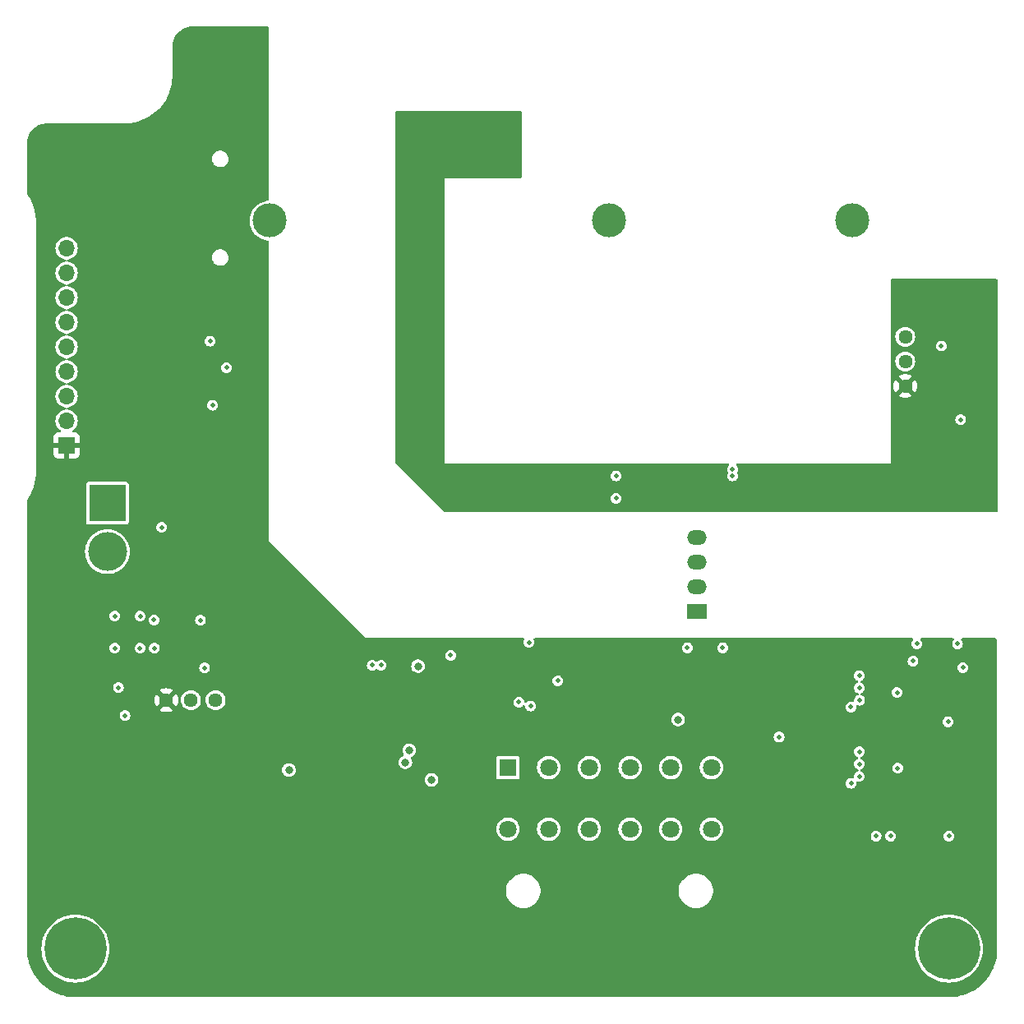
<source format=gbr>
%TF.GenerationSoftware,KiCad,Pcbnew,(7.0.0)*%
%TF.CreationDate,2023-08-02T13:30:23+12:00*%
%TF.ProjectId,VehicleJunctionBoxMotherboard_PCB,56656869-636c-4654-9a75-6e6374696f6e,V1.0*%
%TF.SameCoordinates,Original*%
%TF.FileFunction,Copper,L3,Inr*%
%TF.FilePolarity,Positive*%
%FSLAX46Y46*%
G04 Gerber Fmt 4.6, Leading zero omitted, Abs format (unit mm)*
G04 Created by KiCad (PCBNEW (7.0.0)) date 2023-08-02 13:30:23*
%MOMM*%
%LPD*%
G01*
G04 APERTURE LIST*
%TA.AperFunction,ComponentPad*%
%ADD10C,0.800000*%
%TD*%
%TA.AperFunction,ComponentPad*%
%ADD11C,6.400000*%
%TD*%
%TA.AperFunction,ComponentPad*%
%ADD12R,1.700000X1.700000*%
%TD*%
%TA.AperFunction,ComponentPad*%
%ADD13O,1.700000X1.700000*%
%TD*%
%TA.AperFunction,ComponentPad*%
%ADD14C,3.500000*%
%TD*%
%TA.AperFunction,ComponentPad*%
%ADD15C,1.440000*%
%TD*%
%TA.AperFunction,ComponentPad*%
%ADD16R,1.800000X1.800000*%
%TD*%
%TA.AperFunction,ComponentPad*%
%ADD17C,1.800000*%
%TD*%
%TA.AperFunction,ComponentPad*%
%ADD18R,3.800000X3.800000*%
%TD*%
%TA.AperFunction,ComponentPad*%
%ADD19C,4.000000*%
%TD*%
%TA.AperFunction,ComponentPad*%
%ADD20R,2.000000X1.500000*%
%TD*%
%TA.AperFunction,ComponentPad*%
%ADD21O,2.000000X1.500000*%
%TD*%
%TA.AperFunction,ViaPad*%
%ADD22C,0.800000*%
%TD*%
%TA.AperFunction,ViaPad*%
%ADD23C,0.500000*%
%TD*%
G04 APERTURE END LIST*
D10*
%TO.N,GND*%
%TO.C,H4*%
X117600000Y-120000000D03*
X118302944Y-118302944D03*
X118302944Y-121697056D03*
X120000000Y-117600000D03*
D11*
X120000000Y-120000000D03*
D10*
X120000000Y-122400000D03*
X121697056Y-118302944D03*
X121697056Y-121697056D03*
X122400000Y-120000000D03*
%TD*%
D12*
%TO.N,+5V*%
%TO.C,J9*%
X29099999Y-68159999D03*
D13*
%TO.N,Upstream*%
X29099999Y-65619999D03*
%TO.N,Local*%
X29099999Y-63079999D03*
%TO.N,CAN-*%
X29099999Y-60539999D03*
%TO.N,CAN+*%
X29099999Y-57999999D03*
%TO.N,BSPD*%
X29099999Y-55459999D03*
%TO.N,GND*%
X29099999Y-52919999D03*
%TO.N,BSPD Test Current +*%
X29099999Y-50379999D03*
%TO.N,BSPD Test Current -*%
X29099999Y-47839999D03*
%TD*%
D14*
%TO.N,Net-(J4-Pin_1)*%
%TO.C,J4*%
X85000000Y-45000000D03*
%TD*%
D15*
%TO.N,GND*%
%TO.C,RV2*%
X44450000Y-94400000D03*
%TO.N,DISCHARGE_THRESHOLD*%
X41910000Y-94400000D03*
%TO.N,+5V*%
X39370000Y-94400000D03*
%TD*%
D16*
%TO.N,Net-(J2-Pin_1)*%
%TO.C,J2*%
X74569999Y-101339999D03*
D17*
%TO.N,BSPD Test Current +*%
X78760000Y-101340000D03*
%TO.N,BSPD Test Current -*%
X82950000Y-101340000D03*
%TO.N,GND*%
X87150000Y-101340000D03*
%TO.N,DOC_FLT*%
X91340000Y-101340000D03*
%TO.N,TSAL_GRN*%
X95530000Y-101340000D03*
%TO.N,TSAL_RED*%
X95530000Y-107690000D03*
%TO.N,BSPD*%
X91340000Y-107690000D03*
%TO.N,CAN+*%
X87150000Y-107690000D03*
%TO.N,CAN-*%
X82950000Y-107690000D03*
%TO.N,SD_LP_IN*%
X78760000Y-107690000D03*
%TO.N,SD_LP_OUT*%
X74570000Y-107690000D03*
%TD*%
D14*
%TO.N,GND*%
%TO.C,J7*%
X50000000Y-45000000D03*
%TD*%
D15*
%TO.N,HV-*%
%TO.C,RV1*%
X115500000Y-62040000D03*
%TO.N,TS Detection Threshold*%
X115500000Y-59500000D03*
%TO.N,+5VA*%
X115500000Y-56960000D03*
%TD*%
D18*
%TO.N,SD_LP_IN*%
%TO.C,J1*%
X33299999Y-74099999D03*
D19*
%TO.N,SD_LP_FROM_HVD*%
X33300000Y-79100000D03*
%TD*%
D14*
%TO.N,Net-(J3-Pin_1)*%
%TO.C,J3*%
X110000000Y-45000000D03*
%TD*%
D20*
%TO.N,GND*%
%TO.C,U4*%
X93999999Y-85262499D03*
D21*
%TO.N,GLV+*%
X93999999Y-82722499D03*
%TO.N,HV-*%
X93999999Y-80182499D03*
%TO.N,Net-(U4-+VOUT)*%
X93999999Y-77642499D03*
%TD*%
D10*
%TO.N,GND*%
%TO.C,H3*%
X27600000Y-120000000D03*
X28302944Y-118302944D03*
X28302944Y-121697056D03*
X30000000Y-117600000D03*
D11*
X30000000Y-120000000D03*
D10*
X30000000Y-122400000D03*
X31697056Y-118302944D03*
X31697056Y-121697056D03*
X32400000Y-120000000D03*
%TD*%
D22*
%TO.N,GLV+*%
X65300000Y-90900000D03*
D23*
X79700000Y-92400000D03*
D22*
X92100000Y-96400000D03*
D23*
X102500000Y-98200000D03*
X96700000Y-89000000D03*
X75700000Y-94600000D03*
%TO.N,HV-*%
X117800000Y-65500000D03*
X79250000Y-71150000D03*
X117400000Y-52500000D03*
X122100000Y-71000000D03*
X121600000Y-55200000D03*
X97400000Y-72800000D03*
D22*
X67000000Y-38900000D03*
D23*
X119500000Y-54000000D03*
D22*
X67000000Y-35150000D03*
D23*
X76700000Y-71150000D03*
X90000000Y-71975500D03*
D22*
X67000000Y-37650000D03*
D23*
X116750000Y-71850000D03*
X121600000Y-57000000D03*
D22*
X96450000Y-74000000D03*
D23*
X123660000Y-62540000D03*
D22*
X67000000Y-36400000D03*
X64000000Y-63100000D03*
X65400000Y-63100000D03*
D23*
%TO.N,+5V*%
X35150000Y-94400000D03*
X121000000Y-105900000D03*
X44450000Y-86200000D03*
X45310000Y-61910000D03*
X36000000Y-93100000D03*
X118500000Y-108400000D03*
D22*
X61200000Y-95300000D03*
X62200000Y-95300000D03*
D23*
X119500000Y-94400000D03*
X119300000Y-88600000D03*
X79250000Y-89900000D03*
X71550000Y-92450000D03*
X115500000Y-108400000D03*
D22*
X60200000Y-95300000D03*
D23*
X121400000Y-92600000D03*
%TO.N,+5VA*%
X121200000Y-65500000D03*
X97700000Y-70600000D03*
X97700000Y-71300000D03*
X119200000Y-57900000D03*
%TO.N,Net-(D10-A)*%
X85700000Y-71300000D03*
%TO.N,GND*%
X61500000Y-90800000D03*
X45575000Y-60135000D03*
X60590000Y-90800000D03*
X120880000Y-88590000D03*
X110780000Y-100980000D03*
X110770000Y-91860000D03*
D22*
X66700000Y-102600000D03*
D23*
X68660000Y-89770000D03*
X110770000Y-102260000D03*
X110780000Y-99710000D03*
X36680000Y-85750000D03*
X109910000Y-102960000D03*
X38110000Y-86140000D03*
X35120000Y-95990000D03*
X110790000Y-94410000D03*
X112500000Y-108390000D03*
X38900000Y-76600000D03*
X34070000Y-85740000D03*
X34070000Y-89040000D03*
X43310000Y-91080000D03*
X44150000Y-64010000D03*
X114000000Y-108390000D03*
X110770000Y-93130000D03*
D22*
X52000000Y-101600000D03*
X64000000Y-100800000D03*
D23*
X93060000Y-89000000D03*
X116290000Y-90360000D03*
X114730000Y-101400000D03*
X121440000Y-91040000D03*
X42890000Y-86170000D03*
X76900000Y-95000000D03*
X38140000Y-89050000D03*
X109890000Y-95110000D03*
X36670000Y-89050000D03*
X43890000Y-57410000D03*
X34440000Y-93110000D03*
D22*
X64400000Y-99550000D03*
D23*
X114660000Y-93600000D03*
X119910000Y-96620000D03*
X116700000Y-88600000D03*
X120000000Y-108400000D03*
X76740000Y-88450000D03*
%TO.N,Net-(D8-A)*%
X85700000Y-73600000D03*
%TD*%
%TA.AperFunction,Conductor*%
%TO.N,+5V*%
G36*
X49838000Y-25017113D02*
G01*
X49883387Y-25062500D01*
X49900000Y-25124500D01*
X49900000Y-42835844D01*
X49886098Y-42892892D01*
X49847508Y-42937148D01*
X49792885Y-42958689D01*
X49586038Y-42987119D01*
X49586025Y-42987121D01*
X49581839Y-42987697D01*
X49577775Y-42988835D01*
X49577759Y-42988839D01*
X49315796Y-43062239D01*
X49315791Y-43062240D01*
X49311725Y-43063380D01*
X49307858Y-43065059D01*
X49307843Y-43065065D01*
X49058315Y-43173451D01*
X49058310Y-43173453D01*
X49054432Y-43175138D01*
X49050821Y-43177333D01*
X49050813Y-43177338D01*
X48818380Y-43318683D01*
X48818369Y-43318690D01*
X48814754Y-43320889D01*
X48811464Y-43323565D01*
X48811462Y-43323567D01*
X48600439Y-43495246D01*
X48600428Y-43495255D01*
X48597155Y-43497919D01*
X48594267Y-43501010D01*
X48594264Y-43501014D01*
X48408583Y-43699830D01*
X48408575Y-43699839D01*
X48405688Y-43702931D01*
X48403248Y-43706387D01*
X48403242Y-43706395D01*
X48355001Y-43774737D01*
X48243919Y-43932104D01*
X48241973Y-43935858D01*
X48241969Y-43935866D01*
X48116813Y-44177407D01*
X48116808Y-44177416D01*
X48114864Y-44181170D01*
X48113447Y-44185155D01*
X48113443Y-44185166D01*
X48022346Y-44441488D01*
X48022342Y-44441500D01*
X48020925Y-44445489D01*
X48020062Y-44449639D01*
X48020061Y-44449645D01*
X47964715Y-44715981D01*
X47964713Y-44715992D01*
X47963852Y-44720138D01*
X47963563Y-44724362D01*
X47963562Y-44724370D01*
X47945116Y-44994042D01*
X47944709Y-45000000D01*
X47963852Y-45279862D01*
X47964713Y-45284009D01*
X47964715Y-45284018D01*
X48009576Y-45499898D01*
X48020925Y-45554511D01*
X48022343Y-45558503D01*
X48022346Y-45558511D01*
X48113443Y-45814833D01*
X48114864Y-45818830D01*
X48243919Y-46067896D01*
X48405688Y-46297069D01*
X48597155Y-46502081D01*
X48814754Y-46679111D01*
X49054432Y-46824862D01*
X49311725Y-46936620D01*
X49523047Y-46995830D01*
X49577759Y-47011160D01*
X49577761Y-47011160D01*
X49581839Y-47012303D01*
X49650686Y-47021765D01*
X49792885Y-47041311D01*
X49847508Y-47062852D01*
X49886098Y-47107108D01*
X49900000Y-47164156D01*
X49900000Y-78000000D01*
X59900000Y-88000000D01*
X76145111Y-88000000D01*
X76207113Y-88016614D01*
X76252501Y-88062005D01*
X76269111Y-88124008D01*
X76256446Y-88171259D01*
X76259139Y-88172375D01*
X76206782Y-88298776D01*
X76206780Y-88298781D01*
X76203670Y-88306291D01*
X76202609Y-88314348D01*
X76202608Y-88314353D01*
X76186228Y-88438776D01*
X76184750Y-88450000D01*
X76185811Y-88458059D01*
X76202120Y-88581941D01*
X76203670Y-88593709D01*
X76206781Y-88601220D01*
X76206782Y-88601223D01*
X76232711Y-88663821D01*
X76259139Y-88727625D01*
X76347379Y-88842621D01*
X76462375Y-88930861D01*
X76596291Y-88986330D01*
X76740000Y-89005250D01*
X76779877Y-89000000D01*
X92504750Y-89000000D01*
X92505811Y-89008059D01*
X92522288Y-89133217D01*
X92523670Y-89143709D01*
X92526781Y-89151220D01*
X92526782Y-89151223D01*
X92562222Y-89236782D01*
X92579139Y-89277625D01*
X92584084Y-89284069D01*
X92584085Y-89284071D01*
X92622452Y-89334071D01*
X92667379Y-89392621D01*
X92782375Y-89480861D01*
X92916291Y-89536330D01*
X93060000Y-89555250D01*
X93203709Y-89536330D01*
X93337625Y-89480861D01*
X93452621Y-89392621D01*
X93540861Y-89277625D01*
X93596330Y-89143709D01*
X93615250Y-89000000D01*
X96144750Y-89000000D01*
X96145811Y-89008059D01*
X96162288Y-89133217D01*
X96163670Y-89143709D01*
X96166781Y-89151220D01*
X96166782Y-89151223D01*
X96202222Y-89236782D01*
X96219139Y-89277625D01*
X96224084Y-89284069D01*
X96224085Y-89284071D01*
X96262452Y-89334071D01*
X96307379Y-89392621D01*
X96422375Y-89480861D01*
X96556291Y-89536330D01*
X96700000Y-89555250D01*
X96843709Y-89536330D01*
X96977625Y-89480861D01*
X97092621Y-89392621D01*
X97180861Y-89277625D01*
X97236330Y-89143709D01*
X97255250Y-89000000D01*
X97236330Y-88856291D01*
X97180861Y-88722375D01*
X97092621Y-88607379D01*
X97086178Y-88602435D01*
X96984071Y-88524085D01*
X96984069Y-88524084D01*
X96977625Y-88519139D01*
X96937715Y-88502608D01*
X96851223Y-88466782D01*
X96851220Y-88466781D01*
X96843709Y-88463670D01*
X96835649Y-88462608D01*
X96835646Y-88462608D01*
X96708059Y-88445811D01*
X96700000Y-88444750D01*
X96691941Y-88445811D01*
X96564353Y-88462608D01*
X96564348Y-88462609D01*
X96556291Y-88463670D01*
X96548781Y-88466780D01*
X96548776Y-88466782D01*
X96429885Y-88516028D01*
X96429883Y-88516029D01*
X96422375Y-88519139D01*
X96415933Y-88524082D01*
X96415928Y-88524085D01*
X96313821Y-88602435D01*
X96313817Y-88602438D01*
X96307379Y-88607379D01*
X96302438Y-88613817D01*
X96302435Y-88613821D01*
X96224085Y-88715928D01*
X96224082Y-88715933D01*
X96219139Y-88722375D01*
X96216029Y-88729883D01*
X96216028Y-88729885D01*
X96166782Y-88848776D01*
X96166780Y-88848781D01*
X96163670Y-88856291D01*
X96162609Y-88864348D01*
X96162608Y-88864353D01*
X96153852Y-88930861D01*
X96144750Y-89000000D01*
X93615250Y-89000000D01*
X93596330Y-88856291D01*
X93540861Y-88722375D01*
X93452621Y-88607379D01*
X93446178Y-88602435D01*
X93344071Y-88524085D01*
X93344069Y-88524084D01*
X93337625Y-88519139D01*
X93297715Y-88502608D01*
X93211223Y-88466782D01*
X93211220Y-88466781D01*
X93203709Y-88463670D01*
X93195649Y-88462608D01*
X93195646Y-88462608D01*
X93068059Y-88445811D01*
X93060000Y-88444750D01*
X93051941Y-88445811D01*
X92924353Y-88462608D01*
X92924348Y-88462609D01*
X92916291Y-88463670D01*
X92908781Y-88466780D01*
X92908776Y-88466782D01*
X92789885Y-88516028D01*
X92789883Y-88516029D01*
X92782375Y-88519139D01*
X92775933Y-88524082D01*
X92775928Y-88524085D01*
X92673821Y-88602435D01*
X92673817Y-88602438D01*
X92667379Y-88607379D01*
X92662438Y-88613817D01*
X92662435Y-88613821D01*
X92584085Y-88715928D01*
X92584082Y-88715933D01*
X92579139Y-88722375D01*
X92576029Y-88729883D01*
X92576028Y-88729885D01*
X92526782Y-88848776D01*
X92526780Y-88848781D01*
X92523670Y-88856291D01*
X92522609Y-88864348D01*
X92522608Y-88864353D01*
X92513852Y-88930861D01*
X92504750Y-89000000D01*
X76779877Y-89000000D01*
X76883709Y-88986330D01*
X77017625Y-88930861D01*
X77132621Y-88842621D01*
X77220861Y-88727625D01*
X77276330Y-88593709D01*
X77295250Y-88450000D01*
X77276330Y-88306291D01*
X77220861Y-88172375D01*
X77223553Y-88171259D01*
X77210889Y-88124008D01*
X77227499Y-88062005D01*
X77272887Y-88016614D01*
X77334889Y-88000000D01*
X116216895Y-88000000D01*
X116273190Y-88013515D01*
X116317213Y-88051115D01*
X116339368Y-88104602D01*
X116334826Y-88162318D01*
X116307265Y-88207291D01*
X116307379Y-88207379D01*
X116306551Y-88208457D01*
X116306547Y-88208462D01*
X116302438Y-88213817D01*
X116302435Y-88213821D01*
X116224085Y-88315928D01*
X116224082Y-88315933D01*
X116219139Y-88322375D01*
X116216029Y-88329883D01*
X116216028Y-88329885D01*
X116166782Y-88448776D01*
X116166780Y-88448781D01*
X116163670Y-88456291D01*
X116162609Y-88464348D01*
X116162608Y-88464353D01*
X116148813Y-88569139D01*
X116144750Y-88600000D01*
X116145811Y-88608059D01*
X116161291Y-88725646D01*
X116163670Y-88743709D01*
X116166781Y-88751220D01*
X116166782Y-88751223D01*
X116178654Y-88779885D01*
X116219139Y-88877625D01*
X116224084Y-88884069D01*
X116224085Y-88884071D01*
X116262375Y-88933971D01*
X116307379Y-88992621D01*
X116422375Y-89080861D01*
X116556291Y-89136330D01*
X116700000Y-89155250D01*
X116843709Y-89136330D01*
X116977625Y-89080861D01*
X117092621Y-88992621D01*
X117180861Y-88877625D01*
X117236330Y-88743709D01*
X117255250Y-88600000D01*
X117236330Y-88456291D01*
X117180861Y-88322375D01*
X117092621Y-88207379D01*
X117092734Y-88207291D01*
X117065174Y-88162318D01*
X117060632Y-88104602D01*
X117082787Y-88051115D01*
X117126810Y-88013515D01*
X117183105Y-88000000D01*
X120387385Y-88000000D01*
X120452865Y-88018699D01*
X120498597Y-88069156D01*
X120510788Y-88136154D01*
X120485761Y-88199486D01*
X120404088Y-88305923D01*
X120404082Y-88305932D01*
X120399139Y-88312375D01*
X120396029Y-88319883D01*
X120396028Y-88319885D01*
X120346782Y-88438776D01*
X120346780Y-88438781D01*
X120343670Y-88446291D01*
X120342609Y-88454348D01*
X120342608Y-88454353D01*
X120328813Y-88559139D01*
X120324750Y-88590000D01*
X120325811Y-88598059D01*
X120342177Y-88722375D01*
X120343670Y-88733709D01*
X120346781Y-88741220D01*
X120346782Y-88741223D01*
X120357015Y-88765928D01*
X120399139Y-88867625D01*
X120404084Y-88874069D01*
X120404085Y-88874071D01*
X120434995Y-88914353D01*
X120487379Y-88982621D01*
X120602375Y-89070861D01*
X120736291Y-89126330D01*
X120880000Y-89145250D01*
X121023709Y-89126330D01*
X121157625Y-89070861D01*
X121272621Y-88982621D01*
X121360861Y-88867625D01*
X121416330Y-88733709D01*
X121435250Y-88590000D01*
X121416330Y-88446291D01*
X121360861Y-88312375D01*
X121355913Y-88305927D01*
X121355911Y-88305923D01*
X121274239Y-88199486D01*
X121249212Y-88136154D01*
X121261403Y-88069156D01*
X121307135Y-88018699D01*
X121372615Y-88000000D01*
X124776000Y-88000000D01*
X124838000Y-88016613D01*
X124883387Y-88062000D01*
X124900000Y-88124000D01*
X124900000Y-120959369D01*
X124897360Y-120984818D01*
X124882960Y-121053489D01*
X124882661Y-121054878D01*
X124839322Y-121250368D01*
X124837106Y-121258912D01*
X124776186Y-121463538D01*
X124775602Y-121465444D01*
X124715302Y-121656689D01*
X124712559Y-121664475D01*
X124635008Y-121863224D01*
X124634051Y-121865603D01*
X124557260Y-122050993D01*
X124554099Y-122058001D01*
X124460437Y-122249587D01*
X124459026Y-122252383D01*
X124366346Y-122430420D01*
X124362880Y-122436636D01*
X124253743Y-122619793D01*
X124251800Y-122622946D01*
X124143920Y-122792282D01*
X124140257Y-122797710D01*
X124016399Y-122971184D01*
X124013858Y-122974616D01*
X123891626Y-123133912D01*
X123887872Y-123138567D01*
X123750107Y-123301226D01*
X123746908Y-123304858D01*
X123611254Y-123452899D01*
X123607512Y-123456807D01*
X123456807Y-123607512D01*
X123452899Y-123611254D01*
X123304858Y-123746908D01*
X123301226Y-123750107D01*
X123138567Y-123887872D01*
X123133912Y-123891626D01*
X122974616Y-124013858D01*
X122971184Y-124016399D01*
X122797710Y-124140257D01*
X122792282Y-124143920D01*
X122622946Y-124251800D01*
X122619793Y-124253743D01*
X122436636Y-124362880D01*
X122430420Y-124366346D01*
X122252383Y-124459026D01*
X122249587Y-124460437D01*
X122058001Y-124554099D01*
X122050993Y-124557260D01*
X121865603Y-124634051D01*
X121863224Y-124635008D01*
X121664475Y-124712559D01*
X121656689Y-124715302D01*
X121465444Y-124775602D01*
X121463538Y-124776186D01*
X121258914Y-124837105D01*
X121250371Y-124839321D01*
X121054832Y-124882671D01*
X121053439Y-124882971D01*
X120844196Y-124926844D01*
X120834936Y-124928422D01*
X120637169Y-124954459D01*
X120636321Y-124954568D01*
X120423357Y-124981114D01*
X120413428Y-124981948D01*
X120217381Y-124990508D01*
X120217097Y-124990520D01*
X120002563Y-124999394D01*
X119997438Y-124999500D01*
X30002562Y-124999500D01*
X29997437Y-124999394D01*
X29782901Y-124990520D01*
X29782617Y-124990508D01*
X29586570Y-124981948D01*
X29576641Y-124981114D01*
X29363677Y-124954568D01*
X29362829Y-124954459D01*
X29165062Y-124928422D01*
X29155802Y-124926844D01*
X28946559Y-124882971D01*
X28945166Y-124882671D01*
X28749627Y-124839321D01*
X28741084Y-124837105D01*
X28536460Y-124776186D01*
X28534554Y-124775602D01*
X28343309Y-124715302D01*
X28335523Y-124712559D01*
X28206985Y-124662404D01*
X28136734Y-124634991D01*
X28134395Y-124634051D01*
X27949005Y-124557260D01*
X27941997Y-124554099D01*
X27750411Y-124460437D01*
X27747615Y-124459026D01*
X27569578Y-124366346D01*
X27563362Y-124362880D01*
X27380205Y-124253743D01*
X27377052Y-124251800D01*
X27207716Y-124143920D01*
X27202288Y-124140257D01*
X27028814Y-124016399D01*
X27025382Y-124013858D01*
X26866086Y-123891626D01*
X26861431Y-123887872D01*
X26698772Y-123750107D01*
X26695155Y-123746921D01*
X26547076Y-123611232D01*
X26543191Y-123607512D01*
X26392486Y-123456807D01*
X26388769Y-123452925D01*
X26253072Y-123304838D01*
X26249891Y-123301226D01*
X26112126Y-123138567D01*
X26108372Y-123133912D01*
X25986140Y-122974616D01*
X25983599Y-122971184D01*
X25859741Y-122797710D01*
X25856078Y-122792282D01*
X25748198Y-122622946D01*
X25746255Y-122619793D01*
X25736042Y-122602654D01*
X25711740Y-122561869D01*
X25637118Y-122436636D01*
X25633652Y-122430420D01*
X25540972Y-122252383D01*
X25539561Y-122249587D01*
X25527982Y-122225903D01*
X25445886Y-122057972D01*
X25442752Y-122051024D01*
X25365911Y-121865513D01*
X25365046Y-121863363D01*
X25287431Y-121664453D01*
X25284696Y-121656689D01*
X25224359Y-121465325D01*
X25223850Y-121463665D01*
X25162889Y-121258901D01*
X25160680Y-121250386D01*
X25117312Y-121054765D01*
X25117027Y-121053439D01*
X25111495Y-121027057D01*
X25073153Y-120844192D01*
X25071576Y-120834936D01*
X25045490Y-120636793D01*
X25045483Y-120636743D01*
X25018881Y-120423330D01*
X25018052Y-120413455D01*
X25009487Y-120217291D01*
X25000605Y-120002554D01*
X25000553Y-120000000D01*
X26494696Y-120000000D01*
X26513898Y-120366404D01*
X26514403Y-120369597D01*
X26514405Y-120369609D01*
X26556723Y-120636793D01*
X26571295Y-120728794D01*
X26572133Y-120731923D01*
X26572136Y-120731935D01*
X26665415Y-121080056D01*
X26665419Y-121080070D01*
X26666258Y-121083199D01*
X26667421Y-121086228D01*
X26667425Y-121086241D01*
X26733708Y-121258914D01*
X26797745Y-121425736D01*
X26964318Y-121752652D01*
X27164149Y-122060366D01*
X27395051Y-122345506D01*
X27654494Y-122604949D01*
X27939634Y-122835851D01*
X28247348Y-123035682D01*
X28574264Y-123202255D01*
X28916801Y-123333742D01*
X29271206Y-123428705D01*
X29633596Y-123486102D01*
X30000000Y-123505304D01*
X30366404Y-123486102D01*
X30728794Y-123428705D01*
X31083199Y-123333742D01*
X31425736Y-123202255D01*
X31752652Y-123035682D01*
X32060366Y-122835851D01*
X32345506Y-122604949D01*
X32604949Y-122345506D01*
X32835851Y-122060366D01*
X33035682Y-121752652D01*
X33202255Y-121425736D01*
X33333742Y-121083199D01*
X33428705Y-120728794D01*
X33486102Y-120366404D01*
X33505304Y-120000000D01*
X116494696Y-120000000D01*
X116513898Y-120366404D01*
X116514403Y-120369597D01*
X116514405Y-120369609D01*
X116556723Y-120636793D01*
X116571295Y-120728794D01*
X116572133Y-120731923D01*
X116572136Y-120731935D01*
X116665415Y-121080056D01*
X116665419Y-121080070D01*
X116666258Y-121083199D01*
X116667421Y-121086228D01*
X116667425Y-121086241D01*
X116733708Y-121258914D01*
X116797745Y-121425736D01*
X116964318Y-121752652D01*
X117164149Y-122060366D01*
X117395051Y-122345506D01*
X117654494Y-122604949D01*
X117939634Y-122835851D01*
X118247348Y-123035682D01*
X118574264Y-123202255D01*
X118916801Y-123333742D01*
X119271206Y-123428705D01*
X119633596Y-123486102D01*
X120000000Y-123505304D01*
X120366404Y-123486102D01*
X120728794Y-123428705D01*
X121083199Y-123333742D01*
X121425736Y-123202255D01*
X121752652Y-123035682D01*
X122060366Y-122835851D01*
X122345506Y-122604949D01*
X122604949Y-122345506D01*
X122835851Y-122060366D01*
X123035682Y-121752652D01*
X123202255Y-121425736D01*
X123333742Y-121083199D01*
X123428705Y-120728794D01*
X123486102Y-120366404D01*
X123505304Y-120000000D01*
X123486102Y-119633596D01*
X123428705Y-119271206D01*
X123333742Y-118916801D01*
X123202255Y-118574264D01*
X123035682Y-118247348D01*
X122835851Y-117939634D01*
X122604949Y-117654494D01*
X122345506Y-117395051D01*
X122060366Y-117164149D01*
X121752652Y-116964318D01*
X121749764Y-116962846D01*
X121749758Y-116962843D01*
X121428617Y-116799213D01*
X121425736Y-116797745D01*
X121422715Y-116796585D01*
X121422712Y-116796584D01*
X121086241Y-116667425D01*
X121086228Y-116667421D01*
X121083199Y-116666258D01*
X121080070Y-116665419D01*
X121080056Y-116665415D01*
X120731935Y-116572136D01*
X120731923Y-116572133D01*
X120728794Y-116571295D01*
X120725581Y-116570786D01*
X120725576Y-116570785D01*
X120369609Y-116514405D01*
X120369597Y-116514403D01*
X120366404Y-116513898D01*
X120363171Y-116513728D01*
X120363166Y-116513728D01*
X120003244Y-116494866D01*
X120000000Y-116494696D01*
X119996756Y-116494866D01*
X119636833Y-116513728D01*
X119636826Y-116513728D01*
X119633596Y-116513898D01*
X119630404Y-116514403D01*
X119630390Y-116514405D01*
X119274423Y-116570785D01*
X119274414Y-116570786D01*
X119271206Y-116571295D01*
X119268080Y-116572132D01*
X119268064Y-116572136D01*
X118919943Y-116665415D01*
X118919923Y-116665421D01*
X118916801Y-116666258D01*
X118913776Y-116667418D01*
X118913758Y-116667425D01*
X118577287Y-116796584D01*
X118577277Y-116796588D01*
X118574264Y-116797745D01*
X118571389Y-116799209D01*
X118571382Y-116799213D01*
X118250241Y-116962843D01*
X118250227Y-116962850D01*
X118247348Y-116964318D01*
X118244628Y-116966084D01*
X118244620Y-116966089D01*
X117942362Y-117162377D01*
X117942356Y-117162380D01*
X117939634Y-117164149D01*
X117937114Y-117166189D01*
X117937108Y-117166194D01*
X117657012Y-117393011D01*
X117657001Y-117393020D01*
X117654494Y-117395051D01*
X117652209Y-117397335D01*
X117652199Y-117397345D01*
X117397345Y-117652199D01*
X117397335Y-117652209D01*
X117395051Y-117654494D01*
X117393020Y-117657001D01*
X117393011Y-117657012D01*
X117166194Y-117937108D01*
X117166189Y-117937114D01*
X117164149Y-117939634D01*
X117162380Y-117942356D01*
X117162377Y-117942362D01*
X116966089Y-118244620D01*
X116966084Y-118244628D01*
X116964318Y-118247348D01*
X116962850Y-118250227D01*
X116962843Y-118250241D01*
X116799213Y-118571382D01*
X116797745Y-118574264D01*
X116796588Y-118577277D01*
X116796584Y-118577287D01*
X116667425Y-118913758D01*
X116667418Y-118913776D01*
X116666258Y-118916801D01*
X116665421Y-118919923D01*
X116665415Y-118919943D01*
X116572136Y-119268064D01*
X116572132Y-119268080D01*
X116571295Y-119271206D01*
X116570786Y-119274414D01*
X116570785Y-119274423D01*
X116514405Y-119630390D01*
X116514403Y-119630404D01*
X116513898Y-119633596D01*
X116494696Y-120000000D01*
X33505304Y-120000000D01*
X33486102Y-119633596D01*
X33428705Y-119271206D01*
X33333742Y-118916801D01*
X33202255Y-118574264D01*
X33035682Y-118247348D01*
X32835851Y-117939634D01*
X32604949Y-117654494D01*
X32345506Y-117395051D01*
X32060366Y-117164149D01*
X31752652Y-116964318D01*
X31749764Y-116962846D01*
X31749758Y-116962843D01*
X31428617Y-116799213D01*
X31425736Y-116797745D01*
X31422715Y-116796585D01*
X31422712Y-116796584D01*
X31086241Y-116667425D01*
X31086228Y-116667421D01*
X31083199Y-116666258D01*
X31080070Y-116665419D01*
X31080056Y-116665415D01*
X30731935Y-116572136D01*
X30731923Y-116572133D01*
X30728794Y-116571295D01*
X30725581Y-116570786D01*
X30725576Y-116570785D01*
X30369609Y-116514405D01*
X30369597Y-116514403D01*
X30366404Y-116513898D01*
X30363171Y-116513728D01*
X30363166Y-116513728D01*
X30003244Y-116494866D01*
X30000000Y-116494696D01*
X29996756Y-116494866D01*
X29636833Y-116513728D01*
X29636826Y-116513728D01*
X29633596Y-116513898D01*
X29630404Y-116514403D01*
X29630390Y-116514405D01*
X29274423Y-116570785D01*
X29274414Y-116570786D01*
X29271206Y-116571295D01*
X29268080Y-116572132D01*
X29268064Y-116572136D01*
X28919943Y-116665415D01*
X28919923Y-116665421D01*
X28916801Y-116666258D01*
X28913776Y-116667418D01*
X28913758Y-116667425D01*
X28577287Y-116796584D01*
X28577277Y-116796588D01*
X28574264Y-116797745D01*
X28571389Y-116799209D01*
X28571382Y-116799213D01*
X28250241Y-116962843D01*
X28250227Y-116962850D01*
X28247348Y-116964318D01*
X28244628Y-116966084D01*
X28244620Y-116966089D01*
X27942362Y-117162377D01*
X27942356Y-117162380D01*
X27939634Y-117164149D01*
X27937114Y-117166189D01*
X27937108Y-117166194D01*
X27657012Y-117393011D01*
X27657001Y-117393020D01*
X27654494Y-117395051D01*
X27652209Y-117397335D01*
X27652199Y-117397345D01*
X27397345Y-117652199D01*
X27397335Y-117652209D01*
X27395051Y-117654494D01*
X27393020Y-117657001D01*
X27393011Y-117657012D01*
X27166194Y-117937108D01*
X27166189Y-117937114D01*
X27164149Y-117939634D01*
X27162380Y-117942356D01*
X27162377Y-117942362D01*
X26966089Y-118244620D01*
X26966084Y-118244628D01*
X26964318Y-118247348D01*
X26962850Y-118250227D01*
X26962843Y-118250241D01*
X26799213Y-118571382D01*
X26797745Y-118574264D01*
X26796588Y-118577277D01*
X26796584Y-118577287D01*
X26667425Y-118913758D01*
X26667418Y-118913776D01*
X26666258Y-118916801D01*
X26665421Y-118919923D01*
X26665415Y-118919943D01*
X26572136Y-119268064D01*
X26572132Y-119268080D01*
X26571295Y-119271206D01*
X26570786Y-119274414D01*
X26570785Y-119274423D01*
X26514405Y-119630390D01*
X26514403Y-119630404D01*
X26513898Y-119633596D01*
X26494696Y-120000000D01*
X25000553Y-120000000D01*
X25000500Y-119997426D01*
X25000560Y-119636833D01*
X25001466Y-114172681D01*
X74389500Y-114172681D01*
X74429050Y-114435078D01*
X74507266Y-114688650D01*
X74509280Y-114692832D01*
X74620385Y-114923545D01*
X74620388Y-114923551D01*
X74622402Y-114927732D01*
X74625021Y-114931573D01*
X74769272Y-115143151D01*
X74769276Y-115143157D01*
X74771886Y-115146984D01*
X74952377Y-115341508D01*
X75159845Y-115506958D01*
X75389655Y-115639639D01*
X75636673Y-115736586D01*
X75895381Y-115795635D01*
X76093745Y-115810500D01*
X76223938Y-115810500D01*
X76226255Y-115810500D01*
X76424619Y-115795635D01*
X76683327Y-115736586D01*
X76930345Y-115639639D01*
X77160155Y-115506958D01*
X77367623Y-115341508D01*
X77548114Y-115146984D01*
X77697598Y-114927733D01*
X77812734Y-114688650D01*
X77890950Y-114435078D01*
X77930500Y-114172681D01*
X92169500Y-114172681D01*
X92209050Y-114435078D01*
X92287266Y-114688650D01*
X92289280Y-114692832D01*
X92400385Y-114923545D01*
X92400388Y-114923551D01*
X92402402Y-114927732D01*
X92405021Y-114931573D01*
X92549272Y-115143151D01*
X92549276Y-115143157D01*
X92551886Y-115146984D01*
X92732377Y-115341508D01*
X92939845Y-115506958D01*
X93169655Y-115639639D01*
X93416673Y-115736586D01*
X93675381Y-115795635D01*
X93873745Y-115810500D01*
X94003938Y-115810500D01*
X94006255Y-115810500D01*
X94204619Y-115795635D01*
X94463327Y-115736586D01*
X94710345Y-115639639D01*
X94940155Y-115506958D01*
X95147623Y-115341508D01*
X95328114Y-115146984D01*
X95477598Y-114927733D01*
X95592734Y-114688650D01*
X95670950Y-114435078D01*
X95710500Y-114172681D01*
X95710500Y-113907319D01*
X95670950Y-113644922D01*
X95592734Y-113391350D01*
X95477598Y-113152268D01*
X95388840Y-113022084D01*
X95330727Y-112936848D01*
X95330724Y-112936844D01*
X95328114Y-112933016D01*
X95147623Y-112738492D01*
X94940155Y-112573042D01*
X94844292Y-112517695D01*
X94714366Y-112442682D01*
X94714360Y-112442679D01*
X94710345Y-112440361D01*
X94706026Y-112438666D01*
X94706020Y-112438663D01*
X94467649Y-112345110D01*
X94467645Y-112345109D01*
X94463327Y-112343414D01*
X94458804Y-112342381D01*
X94458802Y-112342381D01*
X94209138Y-112285396D01*
X94209132Y-112285395D01*
X94204619Y-112284365D01*
X94199997Y-112284018D01*
X94199993Y-112284018D01*
X94008569Y-112269673D01*
X94008558Y-112269672D01*
X94006255Y-112269500D01*
X93873745Y-112269500D01*
X93871442Y-112269672D01*
X93871430Y-112269673D01*
X93680006Y-112284018D01*
X93680000Y-112284018D01*
X93675381Y-112284365D01*
X93670869Y-112285394D01*
X93670861Y-112285396D01*
X93421197Y-112342381D01*
X93421191Y-112342382D01*
X93416673Y-112343414D01*
X93412357Y-112345107D01*
X93412350Y-112345110D01*
X93173979Y-112438663D01*
X93173968Y-112438668D01*
X93169655Y-112440361D01*
X93165644Y-112442676D01*
X93165633Y-112442682D01*
X92943863Y-112570722D01*
X92939845Y-112573042D01*
X92936221Y-112575931D01*
X92936218Y-112575934D01*
X92736004Y-112735599D01*
X92735999Y-112735603D01*
X92732377Y-112738492D01*
X92729223Y-112741890D01*
X92729221Y-112741893D01*
X92555039Y-112929617D01*
X92555034Y-112929623D01*
X92551886Y-112933016D01*
X92549276Y-112936843D01*
X92549272Y-112936849D01*
X92405017Y-113148430D01*
X92405011Y-113148439D01*
X92402402Y-113152267D01*
X92400390Y-113156443D01*
X92400387Y-113156450D01*
X92289280Y-113387166D01*
X92289280Y-113387167D01*
X92287266Y-113391350D01*
X92285900Y-113395777D01*
X92285897Y-113395786D01*
X92210418Y-113640485D01*
X92210416Y-113640492D01*
X92209050Y-113644922D01*
X92169500Y-113907319D01*
X92169500Y-114172681D01*
X77930500Y-114172681D01*
X77930500Y-113907319D01*
X77890950Y-113644922D01*
X77812734Y-113391350D01*
X77697598Y-113152268D01*
X77608840Y-113022084D01*
X77550727Y-112936848D01*
X77550724Y-112936844D01*
X77548114Y-112933016D01*
X77367623Y-112738492D01*
X77160155Y-112573042D01*
X77064292Y-112517695D01*
X76934366Y-112442682D01*
X76934360Y-112442679D01*
X76930345Y-112440361D01*
X76926026Y-112438666D01*
X76926020Y-112438663D01*
X76687649Y-112345110D01*
X76687645Y-112345109D01*
X76683327Y-112343414D01*
X76678804Y-112342381D01*
X76678802Y-112342381D01*
X76429138Y-112285396D01*
X76429132Y-112285395D01*
X76424619Y-112284365D01*
X76419997Y-112284018D01*
X76419993Y-112284018D01*
X76228569Y-112269673D01*
X76228558Y-112269672D01*
X76226255Y-112269500D01*
X76093745Y-112269500D01*
X76091442Y-112269672D01*
X76091430Y-112269673D01*
X75900006Y-112284018D01*
X75900000Y-112284018D01*
X75895381Y-112284365D01*
X75890869Y-112285394D01*
X75890861Y-112285396D01*
X75641197Y-112342381D01*
X75641191Y-112342382D01*
X75636673Y-112343414D01*
X75632357Y-112345107D01*
X75632350Y-112345110D01*
X75393979Y-112438663D01*
X75393968Y-112438668D01*
X75389655Y-112440361D01*
X75385644Y-112442676D01*
X75385633Y-112442682D01*
X75163863Y-112570722D01*
X75159845Y-112573042D01*
X75156221Y-112575931D01*
X75156218Y-112575934D01*
X74956004Y-112735599D01*
X74955999Y-112735603D01*
X74952377Y-112738492D01*
X74949223Y-112741890D01*
X74949221Y-112741893D01*
X74775039Y-112929617D01*
X74775034Y-112929623D01*
X74771886Y-112933016D01*
X74769276Y-112936843D01*
X74769272Y-112936849D01*
X74625017Y-113148430D01*
X74625011Y-113148439D01*
X74622402Y-113152267D01*
X74620390Y-113156443D01*
X74620387Y-113156450D01*
X74509280Y-113387166D01*
X74509280Y-113387167D01*
X74507266Y-113391350D01*
X74505900Y-113395777D01*
X74505897Y-113395786D01*
X74430418Y-113640485D01*
X74430416Y-113640492D01*
X74429050Y-113644922D01*
X74389500Y-113907319D01*
X74389500Y-114172681D01*
X25001466Y-114172681D01*
X25002540Y-107690000D01*
X73364357Y-107690000D01*
X73384885Y-107911536D01*
X73394195Y-107944258D01*
X73444201Y-108120013D01*
X73444204Y-108120021D01*
X73445771Y-108125528D01*
X73448323Y-108130653D01*
X73448325Y-108130658D01*
X73542387Y-108319559D01*
X73542389Y-108319563D01*
X73544942Y-108324689D01*
X73548391Y-108329256D01*
X73548394Y-108329261D01*
X73675561Y-108497658D01*
X73675566Y-108497663D01*
X73679019Y-108502236D01*
X73683255Y-108506097D01*
X73683259Y-108506102D01*
X73732755Y-108551223D01*
X73843438Y-108652124D01*
X74032599Y-108769247D01*
X74240060Y-108849618D01*
X74458757Y-108890500D01*
X74675514Y-108890500D01*
X74681243Y-108890500D01*
X74899940Y-108849618D01*
X75107401Y-108769247D01*
X75296562Y-108652124D01*
X75460981Y-108502236D01*
X75595058Y-108324689D01*
X75694229Y-108125528D01*
X75755115Y-107911536D01*
X75775643Y-107690000D01*
X77554357Y-107690000D01*
X77574885Y-107911536D01*
X77584195Y-107944258D01*
X77634201Y-108120013D01*
X77634204Y-108120021D01*
X77635771Y-108125528D01*
X77638323Y-108130653D01*
X77638325Y-108130658D01*
X77732387Y-108319559D01*
X77732389Y-108319563D01*
X77734942Y-108324689D01*
X77738391Y-108329256D01*
X77738394Y-108329261D01*
X77865561Y-108497658D01*
X77865566Y-108497663D01*
X77869019Y-108502236D01*
X77873255Y-108506097D01*
X77873259Y-108506102D01*
X77922755Y-108551223D01*
X78033438Y-108652124D01*
X78222599Y-108769247D01*
X78430060Y-108849618D01*
X78648757Y-108890500D01*
X78865514Y-108890500D01*
X78871243Y-108890500D01*
X79089940Y-108849618D01*
X79297401Y-108769247D01*
X79486562Y-108652124D01*
X79650981Y-108502236D01*
X79785058Y-108324689D01*
X79884229Y-108125528D01*
X79945115Y-107911536D01*
X79965643Y-107690000D01*
X81744357Y-107690000D01*
X81764885Y-107911536D01*
X81774195Y-107944258D01*
X81824201Y-108120013D01*
X81824204Y-108120021D01*
X81825771Y-108125528D01*
X81828323Y-108130653D01*
X81828325Y-108130658D01*
X81922387Y-108319559D01*
X81922389Y-108319563D01*
X81924942Y-108324689D01*
X81928391Y-108329256D01*
X81928394Y-108329261D01*
X82055561Y-108497658D01*
X82055566Y-108497663D01*
X82059019Y-108502236D01*
X82063255Y-108506097D01*
X82063259Y-108506102D01*
X82112755Y-108551223D01*
X82223438Y-108652124D01*
X82412599Y-108769247D01*
X82620060Y-108849618D01*
X82838757Y-108890500D01*
X83055514Y-108890500D01*
X83061243Y-108890500D01*
X83279940Y-108849618D01*
X83487401Y-108769247D01*
X83676562Y-108652124D01*
X83840981Y-108502236D01*
X83975058Y-108324689D01*
X84074229Y-108125528D01*
X84135115Y-107911536D01*
X84155643Y-107690000D01*
X85944357Y-107690000D01*
X85964885Y-107911536D01*
X85974195Y-107944258D01*
X86024201Y-108120013D01*
X86024204Y-108120021D01*
X86025771Y-108125528D01*
X86028323Y-108130653D01*
X86028325Y-108130658D01*
X86122387Y-108319559D01*
X86122389Y-108319563D01*
X86124942Y-108324689D01*
X86128391Y-108329256D01*
X86128394Y-108329261D01*
X86255561Y-108497658D01*
X86255566Y-108497663D01*
X86259019Y-108502236D01*
X86263255Y-108506097D01*
X86263259Y-108506102D01*
X86312755Y-108551223D01*
X86423438Y-108652124D01*
X86612599Y-108769247D01*
X86820060Y-108849618D01*
X87038757Y-108890500D01*
X87255514Y-108890500D01*
X87261243Y-108890500D01*
X87479940Y-108849618D01*
X87687401Y-108769247D01*
X87876562Y-108652124D01*
X88040981Y-108502236D01*
X88175058Y-108324689D01*
X88274229Y-108125528D01*
X88335115Y-107911536D01*
X88355643Y-107690000D01*
X90134357Y-107690000D01*
X90154885Y-107911536D01*
X90164195Y-107944258D01*
X90214201Y-108120013D01*
X90214204Y-108120021D01*
X90215771Y-108125528D01*
X90218323Y-108130653D01*
X90218325Y-108130658D01*
X90312387Y-108319559D01*
X90312389Y-108319563D01*
X90314942Y-108324689D01*
X90318391Y-108329256D01*
X90318394Y-108329261D01*
X90445561Y-108497658D01*
X90445566Y-108497663D01*
X90449019Y-108502236D01*
X90453255Y-108506097D01*
X90453259Y-108506102D01*
X90502755Y-108551223D01*
X90613438Y-108652124D01*
X90802599Y-108769247D01*
X91010060Y-108849618D01*
X91228757Y-108890500D01*
X91445514Y-108890500D01*
X91451243Y-108890500D01*
X91669940Y-108849618D01*
X91877401Y-108769247D01*
X92066562Y-108652124D01*
X92230981Y-108502236D01*
X92365058Y-108324689D01*
X92464229Y-108125528D01*
X92525115Y-107911536D01*
X92545643Y-107690000D01*
X94324357Y-107690000D01*
X94344885Y-107911536D01*
X94354195Y-107944258D01*
X94404201Y-108120013D01*
X94404204Y-108120021D01*
X94405771Y-108125528D01*
X94408323Y-108130653D01*
X94408325Y-108130658D01*
X94502387Y-108319559D01*
X94502389Y-108319563D01*
X94504942Y-108324689D01*
X94508391Y-108329256D01*
X94508394Y-108329261D01*
X94635561Y-108497658D01*
X94635566Y-108497663D01*
X94639019Y-108502236D01*
X94643255Y-108506097D01*
X94643259Y-108506102D01*
X94692755Y-108551223D01*
X94803438Y-108652124D01*
X94992599Y-108769247D01*
X95200060Y-108849618D01*
X95418757Y-108890500D01*
X95635514Y-108890500D01*
X95641243Y-108890500D01*
X95859940Y-108849618D01*
X96067401Y-108769247D01*
X96256562Y-108652124D01*
X96420981Y-108502236D01*
X96505738Y-108390000D01*
X111944750Y-108390000D01*
X111945811Y-108398059D01*
X111958923Y-108497658D01*
X111963670Y-108533709D01*
X112019139Y-108667625D01*
X112024084Y-108674069D01*
X112024085Y-108674071D01*
X112094800Y-108766228D01*
X112107379Y-108782621D01*
X112222375Y-108870861D01*
X112356291Y-108926330D01*
X112500000Y-108945250D01*
X112643709Y-108926330D01*
X112777625Y-108870861D01*
X112892621Y-108782621D01*
X112980861Y-108667625D01*
X113036330Y-108533709D01*
X113055250Y-108390000D01*
X113444750Y-108390000D01*
X113445811Y-108398059D01*
X113458923Y-108497658D01*
X113463670Y-108533709D01*
X113519139Y-108667625D01*
X113524084Y-108674069D01*
X113524085Y-108674071D01*
X113594800Y-108766228D01*
X113607379Y-108782621D01*
X113722375Y-108870861D01*
X113856291Y-108926330D01*
X114000000Y-108945250D01*
X114143709Y-108926330D01*
X114277625Y-108870861D01*
X114392621Y-108782621D01*
X114480861Y-108667625D01*
X114536330Y-108533709D01*
X114553933Y-108400000D01*
X119444750Y-108400000D01*
X119445811Y-108408059D01*
X119461291Y-108525646D01*
X119463670Y-108543709D01*
X119519139Y-108677625D01*
X119607379Y-108792621D01*
X119722375Y-108880861D01*
X119856291Y-108936330D01*
X120000000Y-108955250D01*
X120143709Y-108936330D01*
X120277625Y-108880861D01*
X120392621Y-108792621D01*
X120480861Y-108677625D01*
X120536330Y-108543709D01*
X120555250Y-108400000D01*
X120536330Y-108256291D01*
X120480861Y-108122375D01*
X120392621Y-108007379D01*
X120277625Y-107919139D01*
X120241592Y-107904214D01*
X120151223Y-107866782D01*
X120151220Y-107866781D01*
X120143709Y-107863670D01*
X120135649Y-107862608D01*
X120135646Y-107862608D01*
X120008059Y-107845811D01*
X120000000Y-107844750D01*
X119991941Y-107845811D01*
X119864353Y-107862608D01*
X119864348Y-107862609D01*
X119856291Y-107863670D01*
X119848781Y-107866780D01*
X119848776Y-107866782D01*
X119729885Y-107916028D01*
X119729883Y-107916029D01*
X119722375Y-107919139D01*
X119715933Y-107924082D01*
X119715928Y-107924085D01*
X119613821Y-108002435D01*
X119613817Y-108002438D01*
X119607379Y-108007379D01*
X119602438Y-108013817D01*
X119602435Y-108013821D01*
X119524085Y-108115928D01*
X119524082Y-108115933D01*
X119519139Y-108122375D01*
X119516029Y-108129883D01*
X119516028Y-108129885D01*
X119466782Y-108248776D01*
X119466780Y-108248781D01*
X119463670Y-108256291D01*
X119462609Y-108264348D01*
X119462608Y-108264353D01*
X119455340Y-108319559D01*
X119444750Y-108400000D01*
X114553933Y-108400000D01*
X114555250Y-108390000D01*
X114536330Y-108246291D01*
X114480861Y-108112375D01*
X114392621Y-107997379D01*
X114277625Y-107909139D01*
X114175365Y-107866782D01*
X114151223Y-107856782D01*
X114151220Y-107856781D01*
X114143709Y-107853670D01*
X114135649Y-107852608D01*
X114135646Y-107852608D01*
X114008059Y-107835811D01*
X114000000Y-107834750D01*
X113991941Y-107835811D01*
X113864353Y-107852608D01*
X113864348Y-107852609D01*
X113856291Y-107853670D01*
X113848781Y-107856780D01*
X113848776Y-107856782D01*
X113729885Y-107906028D01*
X113729883Y-107906029D01*
X113722375Y-107909139D01*
X113715933Y-107914082D01*
X113715928Y-107914085D01*
X113613821Y-107992435D01*
X113613817Y-107992438D01*
X113607379Y-107997379D01*
X113602438Y-108003817D01*
X113602435Y-108003821D01*
X113524085Y-108105928D01*
X113524082Y-108105933D01*
X113519139Y-108112375D01*
X113516029Y-108119883D01*
X113516028Y-108119885D01*
X113466782Y-108238776D01*
X113466780Y-108238781D01*
X113463670Y-108246291D01*
X113462609Y-108254348D01*
X113462608Y-108254353D01*
X113445811Y-108381941D01*
X113444750Y-108390000D01*
X113055250Y-108390000D01*
X113036330Y-108246291D01*
X112980861Y-108112375D01*
X112892621Y-107997379D01*
X112777625Y-107909139D01*
X112675365Y-107866782D01*
X112651223Y-107856782D01*
X112651220Y-107856781D01*
X112643709Y-107853670D01*
X112635649Y-107852608D01*
X112635646Y-107852608D01*
X112508059Y-107835811D01*
X112500000Y-107834750D01*
X112491941Y-107835811D01*
X112364353Y-107852608D01*
X112364348Y-107852609D01*
X112356291Y-107853670D01*
X112348781Y-107856780D01*
X112348776Y-107856782D01*
X112229885Y-107906028D01*
X112229883Y-107906029D01*
X112222375Y-107909139D01*
X112215933Y-107914082D01*
X112215928Y-107914085D01*
X112113821Y-107992435D01*
X112113817Y-107992438D01*
X112107379Y-107997379D01*
X112102438Y-108003817D01*
X112102435Y-108003821D01*
X112024085Y-108105928D01*
X112024082Y-108105933D01*
X112019139Y-108112375D01*
X112016029Y-108119883D01*
X112016028Y-108119885D01*
X111966782Y-108238776D01*
X111966780Y-108238781D01*
X111963670Y-108246291D01*
X111962609Y-108254348D01*
X111962608Y-108254353D01*
X111945811Y-108381941D01*
X111944750Y-108390000D01*
X96505738Y-108390000D01*
X96555058Y-108324689D01*
X96654229Y-108125528D01*
X96715115Y-107911536D01*
X96735643Y-107690000D01*
X96715115Y-107468464D01*
X96654229Y-107254472D01*
X96555058Y-107055311D01*
X96551605Y-107050738D01*
X96424438Y-106882341D01*
X96424434Y-106882337D01*
X96420981Y-106877764D01*
X96416744Y-106873901D01*
X96416740Y-106873897D01*
X96260796Y-106731736D01*
X96260797Y-106731736D01*
X96256562Y-106727876D01*
X96251692Y-106724861D01*
X96251690Y-106724859D01*
X96072275Y-106613771D01*
X96072276Y-106613771D01*
X96067401Y-106610753D01*
X95859940Y-106530382D01*
X95854302Y-106529328D01*
X95646872Y-106490552D01*
X95646869Y-106490551D01*
X95641243Y-106489500D01*
X95418757Y-106489500D01*
X95413131Y-106490551D01*
X95413127Y-106490552D01*
X95205697Y-106529328D01*
X95205694Y-106529328D01*
X95200060Y-106530382D01*
X95194717Y-106532451D01*
X95194713Y-106532453D01*
X94997941Y-106608683D01*
X94997936Y-106608685D01*
X94992599Y-106610753D01*
X94987727Y-106613769D01*
X94987724Y-106613771D01*
X94808309Y-106724859D01*
X94808301Y-106724864D01*
X94803438Y-106727876D01*
X94799207Y-106731732D01*
X94799203Y-106731736D01*
X94643259Y-106873897D01*
X94643249Y-106873907D01*
X94639019Y-106877764D01*
X94635570Y-106882330D01*
X94635561Y-106882341D01*
X94508394Y-107050738D01*
X94508387Y-107050748D01*
X94504942Y-107055311D01*
X94502392Y-107060431D01*
X94502387Y-107060440D01*
X94408325Y-107249341D01*
X94408321Y-107249349D01*
X94405771Y-107254472D01*
X94404205Y-107259975D01*
X94404201Y-107259986D01*
X94346454Y-107462949D01*
X94344885Y-107468464D01*
X94324357Y-107690000D01*
X92545643Y-107690000D01*
X92525115Y-107468464D01*
X92464229Y-107254472D01*
X92365058Y-107055311D01*
X92361605Y-107050738D01*
X92234438Y-106882341D01*
X92234434Y-106882337D01*
X92230981Y-106877764D01*
X92226744Y-106873901D01*
X92226740Y-106873897D01*
X92070796Y-106731736D01*
X92070797Y-106731736D01*
X92066562Y-106727876D01*
X92061692Y-106724861D01*
X92061690Y-106724859D01*
X91882275Y-106613771D01*
X91882276Y-106613771D01*
X91877401Y-106610753D01*
X91669940Y-106530382D01*
X91664302Y-106529328D01*
X91456872Y-106490552D01*
X91456869Y-106490551D01*
X91451243Y-106489500D01*
X91228757Y-106489500D01*
X91223131Y-106490551D01*
X91223127Y-106490552D01*
X91015697Y-106529328D01*
X91015694Y-106529328D01*
X91010060Y-106530382D01*
X91004717Y-106532451D01*
X91004713Y-106532453D01*
X90807941Y-106608683D01*
X90807936Y-106608685D01*
X90802599Y-106610753D01*
X90797727Y-106613769D01*
X90797724Y-106613771D01*
X90618309Y-106724859D01*
X90618301Y-106724864D01*
X90613438Y-106727876D01*
X90609207Y-106731732D01*
X90609203Y-106731736D01*
X90453259Y-106873897D01*
X90453249Y-106873907D01*
X90449019Y-106877764D01*
X90445570Y-106882330D01*
X90445561Y-106882341D01*
X90318394Y-107050738D01*
X90318387Y-107050748D01*
X90314942Y-107055311D01*
X90312392Y-107060431D01*
X90312387Y-107060440D01*
X90218325Y-107249341D01*
X90218321Y-107249349D01*
X90215771Y-107254472D01*
X90214205Y-107259975D01*
X90214201Y-107259986D01*
X90156454Y-107462949D01*
X90154885Y-107468464D01*
X90134357Y-107690000D01*
X88355643Y-107690000D01*
X88335115Y-107468464D01*
X88274229Y-107254472D01*
X88175058Y-107055311D01*
X88171605Y-107050738D01*
X88044438Y-106882341D01*
X88044434Y-106882337D01*
X88040981Y-106877764D01*
X88036744Y-106873901D01*
X88036740Y-106873897D01*
X87880796Y-106731736D01*
X87880797Y-106731736D01*
X87876562Y-106727876D01*
X87871692Y-106724861D01*
X87871690Y-106724859D01*
X87692275Y-106613771D01*
X87692276Y-106613771D01*
X87687401Y-106610753D01*
X87479940Y-106530382D01*
X87474302Y-106529328D01*
X87266872Y-106490552D01*
X87266869Y-106490551D01*
X87261243Y-106489500D01*
X87038757Y-106489500D01*
X87033131Y-106490551D01*
X87033127Y-106490552D01*
X86825697Y-106529328D01*
X86825694Y-106529328D01*
X86820060Y-106530382D01*
X86814717Y-106532451D01*
X86814713Y-106532453D01*
X86617941Y-106608683D01*
X86617936Y-106608685D01*
X86612599Y-106610753D01*
X86607727Y-106613769D01*
X86607724Y-106613771D01*
X86428309Y-106724859D01*
X86428301Y-106724864D01*
X86423438Y-106727876D01*
X86419207Y-106731732D01*
X86419203Y-106731736D01*
X86263259Y-106873897D01*
X86263249Y-106873907D01*
X86259019Y-106877764D01*
X86255570Y-106882330D01*
X86255561Y-106882341D01*
X86128394Y-107050738D01*
X86128387Y-107050748D01*
X86124942Y-107055311D01*
X86122392Y-107060431D01*
X86122387Y-107060440D01*
X86028325Y-107249341D01*
X86028321Y-107249349D01*
X86025771Y-107254472D01*
X86024205Y-107259975D01*
X86024201Y-107259986D01*
X85966454Y-107462949D01*
X85964885Y-107468464D01*
X85944357Y-107690000D01*
X84155643Y-107690000D01*
X84135115Y-107468464D01*
X84074229Y-107254472D01*
X83975058Y-107055311D01*
X83971605Y-107050738D01*
X83844438Y-106882341D01*
X83844434Y-106882337D01*
X83840981Y-106877764D01*
X83836744Y-106873901D01*
X83836740Y-106873897D01*
X83680796Y-106731736D01*
X83680797Y-106731736D01*
X83676562Y-106727876D01*
X83671692Y-106724861D01*
X83671690Y-106724859D01*
X83492275Y-106613771D01*
X83492276Y-106613771D01*
X83487401Y-106610753D01*
X83279940Y-106530382D01*
X83274302Y-106529328D01*
X83066872Y-106490552D01*
X83066869Y-106490551D01*
X83061243Y-106489500D01*
X82838757Y-106489500D01*
X82833131Y-106490551D01*
X82833127Y-106490552D01*
X82625697Y-106529328D01*
X82625694Y-106529328D01*
X82620060Y-106530382D01*
X82614717Y-106532451D01*
X82614713Y-106532453D01*
X82417941Y-106608683D01*
X82417936Y-106608685D01*
X82412599Y-106610753D01*
X82407727Y-106613769D01*
X82407724Y-106613771D01*
X82228309Y-106724859D01*
X82228301Y-106724864D01*
X82223438Y-106727876D01*
X82219207Y-106731732D01*
X82219203Y-106731736D01*
X82063259Y-106873897D01*
X82063249Y-106873907D01*
X82059019Y-106877764D01*
X82055570Y-106882330D01*
X82055561Y-106882341D01*
X81928394Y-107050738D01*
X81928387Y-107050748D01*
X81924942Y-107055311D01*
X81922392Y-107060431D01*
X81922387Y-107060440D01*
X81828325Y-107249341D01*
X81828321Y-107249349D01*
X81825771Y-107254472D01*
X81824205Y-107259975D01*
X81824201Y-107259986D01*
X81766454Y-107462949D01*
X81764885Y-107468464D01*
X81744357Y-107690000D01*
X79965643Y-107690000D01*
X79945115Y-107468464D01*
X79884229Y-107254472D01*
X79785058Y-107055311D01*
X79781605Y-107050738D01*
X79654438Y-106882341D01*
X79654434Y-106882337D01*
X79650981Y-106877764D01*
X79646744Y-106873901D01*
X79646740Y-106873897D01*
X79490796Y-106731736D01*
X79490797Y-106731736D01*
X79486562Y-106727876D01*
X79481692Y-106724861D01*
X79481690Y-106724859D01*
X79302275Y-106613771D01*
X79302276Y-106613771D01*
X79297401Y-106610753D01*
X79089940Y-106530382D01*
X79084302Y-106529328D01*
X78876872Y-106490552D01*
X78876869Y-106490551D01*
X78871243Y-106489500D01*
X78648757Y-106489500D01*
X78643131Y-106490551D01*
X78643127Y-106490552D01*
X78435697Y-106529328D01*
X78435694Y-106529328D01*
X78430060Y-106530382D01*
X78424717Y-106532451D01*
X78424713Y-106532453D01*
X78227941Y-106608683D01*
X78227936Y-106608685D01*
X78222599Y-106610753D01*
X78217727Y-106613769D01*
X78217724Y-106613771D01*
X78038309Y-106724859D01*
X78038301Y-106724864D01*
X78033438Y-106727876D01*
X78029207Y-106731732D01*
X78029203Y-106731736D01*
X77873259Y-106873897D01*
X77873249Y-106873907D01*
X77869019Y-106877764D01*
X77865570Y-106882330D01*
X77865561Y-106882341D01*
X77738394Y-107050738D01*
X77738387Y-107050748D01*
X77734942Y-107055311D01*
X77732392Y-107060431D01*
X77732387Y-107060440D01*
X77638325Y-107249341D01*
X77638321Y-107249349D01*
X77635771Y-107254472D01*
X77634205Y-107259975D01*
X77634201Y-107259986D01*
X77576454Y-107462949D01*
X77574885Y-107468464D01*
X77554357Y-107690000D01*
X75775643Y-107690000D01*
X75755115Y-107468464D01*
X75694229Y-107254472D01*
X75595058Y-107055311D01*
X75591605Y-107050738D01*
X75464438Y-106882341D01*
X75464434Y-106882337D01*
X75460981Y-106877764D01*
X75456744Y-106873901D01*
X75456740Y-106873897D01*
X75300796Y-106731736D01*
X75300797Y-106731736D01*
X75296562Y-106727876D01*
X75291692Y-106724861D01*
X75291690Y-106724859D01*
X75112275Y-106613771D01*
X75112276Y-106613771D01*
X75107401Y-106610753D01*
X74899940Y-106530382D01*
X74894302Y-106529328D01*
X74686872Y-106490552D01*
X74686869Y-106490551D01*
X74681243Y-106489500D01*
X74458757Y-106489500D01*
X74453131Y-106490551D01*
X74453127Y-106490552D01*
X74245697Y-106529328D01*
X74245694Y-106529328D01*
X74240060Y-106530382D01*
X74234717Y-106532451D01*
X74234713Y-106532453D01*
X74037941Y-106608683D01*
X74037936Y-106608685D01*
X74032599Y-106610753D01*
X74027727Y-106613769D01*
X74027724Y-106613771D01*
X73848309Y-106724859D01*
X73848301Y-106724864D01*
X73843438Y-106727876D01*
X73839207Y-106731732D01*
X73839203Y-106731736D01*
X73683259Y-106873897D01*
X73683249Y-106873907D01*
X73679019Y-106877764D01*
X73675570Y-106882330D01*
X73675561Y-106882341D01*
X73548394Y-107050738D01*
X73548387Y-107050748D01*
X73544942Y-107055311D01*
X73542392Y-107060431D01*
X73542387Y-107060440D01*
X73448325Y-107249341D01*
X73448321Y-107249349D01*
X73445771Y-107254472D01*
X73444205Y-107259975D01*
X73444201Y-107259986D01*
X73386454Y-107462949D01*
X73384885Y-107468464D01*
X73364357Y-107690000D01*
X25002540Y-107690000D01*
X25003383Y-102600000D01*
X65994355Y-102600000D01*
X65995259Y-102607445D01*
X66013955Y-102761423D01*
X66013956Y-102761427D01*
X66014860Y-102768872D01*
X66017518Y-102775882D01*
X66017520Y-102775888D01*
X66052684Y-102868608D01*
X66075182Y-102927930D01*
X66171817Y-103067929D01*
X66299148Y-103180734D01*
X66449775Y-103259790D01*
X66614944Y-103300500D01*
X66777556Y-103300500D01*
X66785056Y-103300500D01*
X66950225Y-103259790D01*
X67100852Y-103180734D01*
X67228183Y-103067929D01*
X67302682Y-102960000D01*
X109354750Y-102960000D01*
X109373670Y-103103709D01*
X109429139Y-103237625D01*
X109434084Y-103244069D01*
X109434085Y-103244071D01*
X109477385Y-103300500D01*
X109517379Y-103352621D01*
X109632375Y-103440861D01*
X109766291Y-103496330D01*
X109910000Y-103515250D01*
X110053709Y-103496330D01*
X110187625Y-103440861D01*
X110302621Y-103352621D01*
X110390861Y-103237625D01*
X110446330Y-103103709D01*
X110465250Y-102960000D01*
X110461098Y-102928467D01*
X110467984Y-102868608D01*
X110502277Y-102819057D01*
X110555879Y-102791523D01*
X110616131Y-102792509D01*
X110618779Y-102793218D01*
X110626291Y-102796330D01*
X110770000Y-102815250D01*
X110913709Y-102796330D01*
X111047625Y-102740861D01*
X111162621Y-102652621D01*
X111250861Y-102537625D01*
X111306330Y-102403709D01*
X111325250Y-102260000D01*
X111306330Y-102116291D01*
X111250861Y-101982375D01*
X111162621Y-101867379D01*
X111065195Y-101792621D01*
X111054071Y-101784085D01*
X111054069Y-101784084D01*
X111047625Y-101779139D01*
X110945001Y-101736631D01*
X110898164Y-101702603D01*
X110871880Y-101651018D01*
X110871880Y-101593124D01*
X110898164Y-101541539D01*
X110945001Y-101507510D01*
X111057625Y-101460861D01*
X111136940Y-101400000D01*
X114174750Y-101400000D01*
X114175811Y-101408059D01*
X114188358Y-101503366D01*
X114193670Y-101543709D01*
X114196781Y-101551220D01*
X114196782Y-101551223D01*
X114213902Y-101592555D01*
X114249139Y-101677625D01*
X114254084Y-101684069D01*
X114254085Y-101684071D01*
X114268305Y-101702603D01*
X114337379Y-101792621D01*
X114452375Y-101880861D01*
X114586291Y-101936330D01*
X114730000Y-101955250D01*
X114873709Y-101936330D01*
X115007625Y-101880861D01*
X115122621Y-101792621D01*
X115210861Y-101677625D01*
X115266330Y-101543709D01*
X115285250Y-101400000D01*
X115266330Y-101256291D01*
X115210861Y-101122375D01*
X115122621Y-101007379D01*
X115086940Y-100980000D01*
X115014071Y-100924085D01*
X115014069Y-100924084D01*
X115007625Y-100919139D01*
X114959828Y-100899341D01*
X114881223Y-100866782D01*
X114881220Y-100866781D01*
X114873709Y-100863670D01*
X114865649Y-100862608D01*
X114865646Y-100862608D01*
X114738059Y-100845811D01*
X114730000Y-100844750D01*
X114721941Y-100845811D01*
X114594353Y-100862608D01*
X114594348Y-100862609D01*
X114586291Y-100863670D01*
X114578781Y-100866780D01*
X114578776Y-100866782D01*
X114459885Y-100916028D01*
X114459883Y-100916029D01*
X114452375Y-100919139D01*
X114445933Y-100924082D01*
X114445928Y-100924085D01*
X114343821Y-101002435D01*
X114343817Y-101002438D01*
X114337379Y-101007379D01*
X114332438Y-101013817D01*
X114332435Y-101013821D01*
X114254085Y-101115928D01*
X114254082Y-101115933D01*
X114249139Y-101122375D01*
X114246029Y-101129883D01*
X114246028Y-101129885D01*
X114196782Y-101248776D01*
X114196780Y-101248781D01*
X114193670Y-101256291D01*
X114192609Y-101264348D01*
X114192608Y-101264353D01*
X114175811Y-101391941D01*
X114174750Y-101400000D01*
X111136940Y-101400000D01*
X111172621Y-101372621D01*
X111260861Y-101257625D01*
X111316330Y-101123709D01*
X111335250Y-100980000D01*
X111316330Y-100836291D01*
X111260861Y-100702375D01*
X111172621Y-100587379D01*
X111166178Y-100582435D01*
X111064071Y-100504085D01*
X111064069Y-100504084D01*
X111057625Y-100499139D01*
X110962071Y-100459560D01*
X110915235Y-100425532D01*
X110888951Y-100373947D01*
X110888951Y-100316053D01*
X110915235Y-100264468D01*
X110962071Y-100230439D01*
X111057625Y-100190861D01*
X111172621Y-100102621D01*
X111260861Y-99987625D01*
X111316330Y-99853709D01*
X111335250Y-99710000D01*
X111316330Y-99566291D01*
X111260861Y-99432375D01*
X111172621Y-99317379D01*
X111057625Y-99229139D01*
X111021592Y-99214214D01*
X110931223Y-99176782D01*
X110931220Y-99176781D01*
X110923709Y-99173670D01*
X110915649Y-99172608D01*
X110915646Y-99172608D01*
X110788059Y-99155811D01*
X110780000Y-99154750D01*
X110771941Y-99155811D01*
X110644353Y-99172608D01*
X110644348Y-99172609D01*
X110636291Y-99173670D01*
X110628781Y-99176780D01*
X110628776Y-99176782D01*
X110509885Y-99226028D01*
X110509883Y-99226029D01*
X110502375Y-99229139D01*
X110495933Y-99234082D01*
X110495928Y-99234085D01*
X110393821Y-99312435D01*
X110393817Y-99312438D01*
X110387379Y-99317379D01*
X110382438Y-99323817D01*
X110382435Y-99323821D01*
X110304085Y-99425928D01*
X110304082Y-99425933D01*
X110299139Y-99432375D01*
X110296029Y-99439883D01*
X110296028Y-99439885D01*
X110246782Y-99558776D01*
X110246780Y-99558781D01*
X110243670Y-99566291D01*
X110242609Y-99574348D01*
X110242608Y-99574353D01*
X110225811Y-99701941D01*
X110224750Y-99710000D01*
X110243670Y-99853709D01*
X110246781Y-99861220D01*
X110246782Y-99861223D01*
X110283090Y-99948878D01*
X110299139Y-99987625D01*
X110387379Y-100102621D01*
X110502375Y-100190861D01*
X110570952Y-100219266D01*
X110597926Y-100230439D01*
X110644764Y-100264468D01*
X110671048Y-100316053D01*
X110671048Y-100373947D01*
X110644764Y-100425532D01*
X110597926Y-100459561D01*
X110509885Y-100496028D01*
X110509883Y-100496029D01*
X110502375Y-100499139D01*
X110495933Y-100504082D01*
X110495928Y-100504085D01*
X110393821Y-100582435D01*
X110393817Y-100582438D01*
X110387379Y-100587379D01*
X110382438Y-100593817D01*
X110382435Y-100593821D01*
X110304085Y-100695928D01*
X110304082Y-100695933D01*
X110299139Y-100702375D01*
X110296029Y-100709883D01*
X110296028Y-100709885D01*
X110246782Y-100828776D01*
X110246780Y-100828781D01*
X110243670Y-100836291D01*
X110242609Y-100844348D01*
X110242608Y-100844353D01*
X110229530Y-100943695D01*
X110224750Y-100980000D01*
X110225811Y-100988059D01*
X110230574Y-101024241D01*
X110243670Y-101123709D01*
X110246781Y-101131220D01*
X110246782Y-101131223D01*
X110249689Y-101138241D01*
X110299139Y-101257625D01*
X110304084Y-101264069D01*
X110304085Y-101264071D01*
X110382435Y-101366178D01*
X110387379Y-101372621D01*
X110502375Y-101460861D01*
X110605000Y-101503369D01*
X110651835Y-101537395D01*
X110678119Y-101588980D01*
X110678119Y-101646874D01*
X110651836Y-101698459D01*
X110604998Y-101732489D01*
X110499883Y-101776029D01*
X110492375Y-101779139D01*
X110485933Y-101784082D01*
X110485928Y-101784085D01*
X110383821Y-101862435D01*
X110383817Y-101862438D01*
X110377379Y-101867379D01*
X110372438Y-101873817D01*
X110372435Y-101873821D01*
X110294085Y-101975928D01*
X110294082Y-101975933D01*
X110289139Y-101982375D01*
X110286029Y-101989883D01*
X110286028Y-101989885D01*
X110236782Y-102108776D01*
X110236780Y-102108781D01*
X110233670Y-102116291D01*
X110232609Y-102124348D01*
X110232608Y-102124353D01*
X110215811Y-102251941D01*
X110214750Y-102260000D01*
X110218023Y-102284864D01*
X110218901Y-102291529D01*
X110212015Y-102351393D01*
X110177722Y-102400942D01*
X110124122Y-102428475D01*
X110063871Y-102427491D01*
X110061216Y-102426779D01*
X110053709Y-102423670D01*
X110045653Y-102422609D01*
X110045648Y-102422608D01*
X109918059Y-102405811D01*
X109910000Y-102404750D01*
X109901941Y-102405811D01*
X109774353Y-102422608D01*
X109774348Y-102422609D01*
X109766291Y-102423670D01*
X109758781Y-102426780D01*
X109758776Y-102426782D01*
X109639885Y-102476028D01*
X109639883Y-102476029D01*
X109632375Y-102479139D01*
X109625933Y-102484082D01*
X109625928Y-102484085D01*
X109523821Y-102562435D01*
X109523817Y-102562438D01*
X109517379Y-102567379D01*
X109512438Y-102573817D01*
X109512435Y-102573821D01*
X109434085Y-102675928D01*
X109434082Y-102675933D01*
X109429139Y-102682375D01*
X109426029Y-102689883D01*
X109426028Y-102689885D01*
X109376782Y-102808776D01*
X109376780Y-102808781D01*
X109373670Y-102816291D01*
X109372609Y-102824348D01*
X109372608Y-102824353D01*
X109366782Y-102868608D01*
X109354750Y-102960000D01*
X67302682Y-102960000D01*
X67324818Y-102927930D01*
X67385140Y-102768872D01*
X67405645Y-102600000D01*
X67385140Y-102431128D01*
X67374741Y-102403709D01*
X67334919Y-102298705D01*
X67328319Y-102281302D01*
X73369500Y-102281302D01*
X73369501Y-102284864D01*
X73369912Y-102288411D01*
X73369913Y-102288422D01*
X73371055Y-102298263D01*
X73372415Y-102309991D01*
X73417794Y-102412765D01*
X73497235Y-102492206D01*
X73568111Y-102523501D01*
X73591477Y-102533818D01*
X73591478Y-102533818D01*
X73600009Y-102537585D01*
X73625135Y-102540500D01*
X75514864Y-102540499D01*
X75539991Y-102537585D01*
X75642765Y-102492206D01*
X75722206Y-102412765D01*
X75767585Y-102309991D01*
X75770500Y-102284865D01*
X75770499Y-101340000D01*
X77554357Y-101340000D01*
X77554886Y-101345709D01*
X77558454Y-101384220D01*
X77574885Y-101561536D01*
X77583711Y-101592555D01*
X77634201Y-101770013D01*
X77634204Y-101770021D01*
X77635771Y-101775528D01*
X77638323Y-101780653D01*
X77638325Y-101780658D01*
X77732387Y-101969559D01*
X77732389Y-101969563D01*
X77734942Y-101974689D01*
X77738391Y-101979256D01*
X77738394Y-101979261D01*
X77865561Y-102147658D01*
X77865566Y-102147663D01*
X77869019Y-102152236D01*
X77873255Y-102156097D01*
X77873259Y-102156102D01*
X77978390Y-102251941D01*
X78033438Y-102302124D01*
X78222599Y-102419247D01*
X78430060Y-102499618D01*
X78648757Y-102540500D01*
X78865514Y-102540500D01*
X78871243Y-102540500D01*
X79089940Y-102499618D01*
X79297401Y-102419247D01*
X79486562Y-102302124D01*
X79650981Y-102152236D01*
X79785058Y-101974689D01*
X79884229Y-101775528D01*
X79945115Y-101561536D01*
X79965643Y-101340000D01*
X81744357Y-101340000D01*
X81744886Y-101345709D01*
X81748454Y-101384220D01*
X81764885Y-101561536D01*
X81773711Y-101592555D01*
X81824201Y-101770013D01*
X81824204Y-101770021D01*
X81825771Y-101775528D01*
X81828323Y-101780653D01*
X81828325Y-101780658D01*
X81922387Y-101969559D01*
X81922389Y-101969563D01*
X81924942Y-101974689D01*
X81928391Y-101979256D01*
X81928394Y-101979261D01*
X82055561Y-102147658D01*
X82055566Y-102147663D01*
X82059019Y-102152236D01*
X82063255Y-102156097D01*
X82063259Y-102156102D01*
X82168390Y-102251941D01*
X82223438Y-102302124D01*
X82412599Y-102419247D01*
X82620060Y-102499618D01*
X82838757Y-102540500D01*
X83055514Y-102540500D01*
X83061243Y-102540500D01*
X83279940Y-102499618D01*
X83487401Y-102419247D01*
X83676562Y-102302124D01*
X83840981Y-102152236D01*
X83975058Y-101974689D01*
X84074229Y-101775528D01*
X84135115Y-101561536D01*
X84155643Y-101340000D01*
X85944357Y-101340000D01*
X85944886Y-101345709D01*
X85948454Y-101384220D01*
X85964885Y-101561536D01*
X85973711Y-101592555D01*
X86024201Y-101770013D01*
X86024204Y-101770021D01*
X86025771Y-101775528D01*
X86028323Y-101780653D01*
X86028325Y-101780658D01*
X86122387Y-101969559D01*
X86122389Y-101969563D01*
X86124942Y-101974689D01*
X86128391Y-101979256D01*
X86128394Y-101979261D01*
X86255561Y-102147658D01*
X86255566Y-102147663D01*
X86259019Y-102152236D01*
X86263255Y-102156097D01*
X86263259Y-102156102D01*
X86368390Y-102251941D01*
X86423438Y-102302124D01*
X86612599Y-102419247D01*
X86820060Y-102499618D01*
X87038757Y-102540500D01*
X87255514Y-102540500D01*
X87261243Y-102540500D01*
X87479940Y-102499618D01*
X87687401Y-102419247D01*
X87876562Y-102302124D01*
X88040981Y-102152236D01*
X88175058Y-101974689D01*
X88274229Y-101775528D01*
X88335115Y-101561536D01*
X88355643Y-101340000D01*
X90134357Y-101340000D01*
X90134886Y-101345709D01*
X90138454Y-101384220D01*
X90154885Y-101561536D01*
X90163711Y-101592555D01*
X90214201Y-101770013D01*
X90214204Y-101770021D01*
X90215771Y-101775528D01*
X90218323Y-101780653D01*
X90218325Y-101780658D01*
X90312387Y-101969559D01*
X90312389Y-101969563D01*
X90314942Y-101974689D01*
X90318391Y-101979256D01*
X90318394Y-101979261D01*
X90445561Y-102147658D01*
X90445566Y-102147663D01*
X90449019Y-102152236D01*
X90453255Y-102156097D01*
X90453259Y-102156102D01*
X90558390Y-102251941D01*
X90613438Y-102302124D01*
X90802599Y-102419247D01*
X91010060Y-102499618D01*
X91228757Y-102540500D01*
X91445514Y-102540500D01*
X91451243Y-102540500D01*
X91669940Y-102499618D01*
X91877401Y-102419247D01*
X92066562Y-102302124D01*
X92230981Y-102152236D01*
X92365058Y-101974689D01*
X92464229Y-101775528D01*
X92525115Y-101561536D01*
X92545643Y-101340000D01*
X94324357Y-101340000D01*
X94324886Y-101345709D01*
X94328454Y-101384220D01*
X94344885Y-101561536D01*
X94353711Y-101592555D01*
X94404201Y-101770013D01*
X94404204Y-101770021D01*
X94405771Y-101775528D01*
X94408323Y-101780653D01*
X94408325Y-101780658D01*
X94502387Y-101969559D01*
X94502389Y-101969563D01*
X94504942Y-101974689D01*
X94508391Y-101979256D01*
X94508394Y-101979261D01*
X94635561Y-102147658D01*
X94635566Y-102147663D01*
X94639019Y-102152236D01*
X94643255Y-102156097D01*
X94643259Y-102156102D01*
X94748390Y-102251941D01*
X94803438Y-102302124D01*
X94992599Y-102419247D01*
X95200060Y-102499618D01*
X95418757Y-102540500D01*
X95635514Y-102540500D01*
X95641243Y-102540500D01*
X95859940Y-102499618D01*
X96067401Y-102419247D01*
X96256562Y-102302124D01*
X96420981Y-102152236D01*
X96555058Y-101974689D01*
X96654229Y-101775528D01*
X96715115Y-101561536D01*
X96735643Y-101340000D01*
X96715115Y-101118464D01*
X96654229Y-100904472D01*
X96555058Y-100705311D01*
X96551605Y-100700738D01*
X96424438Y-100532341D01*
X96424434Y-100532337D01*
X96420981Y-100527764D01*
X96416744Y-100523901D01*
X96416740Y-100523897D01*
X96290646Y-100408948D01*
X96256562Y-100377876D01*
X96251692Y-100374861D01*
X96251690Y-100374859D01*
X96072275Y-100263771D01*
X96072276Y-100263771D01*
X96067401Y-100260753D01*
X96008307Y-100237860D01*
X95865286Y-100182453D01*
X95865285Y-100182452D01*
X95859940Y-100180382D01*
X95854302Y-100179328D01*
X95646872Y-100140552D01*
X95646869Y-100140551D01*
X95641243Y-100139500D01*
X95418757Y-100139500D01*
X95413131Y-100140551D01*
X95413127Y-100140552D01*
X95205697Y-100179328D01*
X95205694Y-100179328D01*
X95200060Y-100180382D01*
X95194717Y-100182451D01*
X95194713Y-100182453D01*
X94997941Y-100258683D01*
X94997936Y-100258685D01*
X94992599Y-100260753D01*
X94987727Y-100263769D01*
X94987724Y-100263771D01*
X94808309Y-100374859D01*
X94808301Y-100374864D01*
X94803438Y-100377876D01*
X94799207Y-100381732D01*
X94799203Y-100381736D01*
X94643259Y-100523897D01*
X94643249Y-100523907D01*
X94639019Y-100527764D01*
X94635570Y-100532330D01*
X94635561Y-100532341D01*
X94508394Y-100700738D01*
X94508387Y-100700748D01*
X94504942Y-100705311D01*
X94502392Y-100710431D01*
X94502387Y-100710440D01*
X94408325Y-100899341D01*
X94408321Y-100899349D01*
X94405771Y-100904472D01*
X94404205Y-100909975D01*
X94404201Y-100909986D01*
X94346454Y-101112949D01*
X94344885Y-101118464D01*
X94344356Y-101124169D01*
X94344356Y-101124171D01*
X94330001Y-101279087D01*
X94324357Y-101340000D01*
X92545643Y-101340000D01*
X92525115Y-101118464D01*
X92464229Y-100904472D01*
X92365058Y-100705311D01*
X92361605Y-100700738D01*
X92234438Y-100532341D01*
X92234434Y-100532337D01*
X92230981Y-100527764D01*
X92226744Y-100523901D01*
X92226740Y-100523897D01*
X92100646Y-100408948D01*
X92066562Y-100377876D01*
X92061692Y-100374861D01*
X92061690Y-100374859D01*
X91882275Y-100263771D01*
X91882276Y-100263771D01*
X91877401Y-100260753D01*
X91818307Y-100237860D01*
X91675286Y-100182453D01*
X91675285Y-100182452D01*
X91669940Y-100180382D01*
X91664302Y-100179328D01*
X91456872Y-100140552D01*
X91456869Y-100140551D01*
X91451243Y-100139500D01*
X91228757Y-100139500D01*
X91223131Y-100140551D01*
X91223127Y-100140552D01*
X91015697Y-100179328D01*
X91015694Y-100179328D01*
X91010060Y-100180382D01*
X91004717Y-100182451D01*
X91004713Y-100182453D01*
X90807941Y-100258683D01*
X90807936Y-100258685D01*
X90802599Y-100260753D01*
X90797727Y-100263769D01*
X90797724Y-100263771D01*
X90618309Y-100374859D01*
X90618301Y-100374864D01*
X90613438Y-100377876D01*
X90609207Y-100381732D01*
X90609203Y-100381736D01*
X90453259Y-100523897D01*
X90453249Y-100523907D01*
X90449019Y-100527764D01*
X90445570Y-100532330D01*
X90445561Y-100532341D01*
X90318394Y-100700738D01*
X90318387Y-100700748D01*
X90314942Y-100705311D01*
X90312392Y-100710431D01*
X90312387Y-100710440D01*
X90218325Y-100899341D01*
X90218321Y-100899349D01*
X90215771Y-100904472D01*
X90214205Y-100909975D01*
X90214201Y-100909986D01*
X90156454Y-101112949D01*
X90154885Y-101118464D01*
X90154356Y-101124169D01*
X90154356Y-101124171D01*
X90140001Y-101279087D01*
X90134357Y-101340000D01*
X88355643Y-101340000D01*
X88335115Y-101118464D01*
X88274229Y-100904472D01*
X88175058Y-100705311D01*
X88171605Y-100700738D01*
X88044438Y-100532341D01*
X88044434Y-100532337D01*
X88040981Y-100527764D01*
X88036744Y-100523901D01*
X88036740Y-100523897D01*
X87910646Y-100408948D01*
X87876562Y-100377876D01*
X87871692Y-100374861D01*
X87871690Y-100374859D01*
X87692275Y-100263771D01*
X87692276Y-100263771D01*
X87687401Y-100260753D01*
X87628307Y-100237860D01*
X87485286Y-100182453D01*
X87485285Y-100182452D01*
X87479940Y-100180382D01*
X87474302Y-100179328D01*
X87266872Y-100140552D01*
X87266869Y-100140551D01*
X87261243Y-100139500D01*
X87038757Y-100139500D01*
X87033131Y-100140551D01*
X87033127Y-100140552D01*
X86825697Y-100179328D01*
X86825694Y-100179328D01*
X86820060Y-100180382D01*
X86814717Y-100182451D01*
X86814713Y-100182453D01*
X86617941Y-100258683D01*
X86617936Y-100258685D01*
X86612599Y-100260753D01*
X86607727Y-100263769D01*
X86607724Y-100263771D01*
X86428309Y-100374859D01*
X86428301Y-100374864D01*
X86423438Y-100377876D01*
X86419207Y-100381732D01*
X86419203Y-100381736D01*
X86263259Y-100523897D01*
X86263249Y-100523907D01*
X86259019Y-100527764D01*
X86255570Y-100532330D01*
X86255561Y-100532341D01*
X86128394Y-100700738D01*
X86128387Y-100700748D01*
X86124942Y-100705311D01*
X86122392Y-100710431D01*
X86122387Y-100710440D01*
X86028325Y-100899341D01*
X86028321Y-100899349D01*
X86025771Y-100904472D01*
X86024205Y-100909975D01*
X86024201Y-100909986D01*
X85966454Y-101112949D01*
X85964885Y-101118464D01*
X85964356Y-101124169D01*
X85964356Y-101124171D01*
X85950001Y-101279087D01*
X85944357Y-101340000D01*
X84155643Y-101340000D01*
X84135115Y-101118464D01*
X84074229Y-100904472D01*
X83975058Y-100705311D01*
X83971605Y-100700738D01*
X83844438Y-100532341D01*
X83844434Y-100532337D01*
X83840981Y-100527764D01*
X83836744Y-100523901D01*
X83836740Y-100523897D01*
X83710646Y-100408948D01*
X83676562Y-100377876D01*
X83671692Y-100374861D01*
X83671690Y-100374859D01*
X83492275Y-100263771D01*
X83492276Y-100263771D01*
X83487401Y-100260753D01*
X83428307Y-100237860D01*
X83285286Y-100182453D01*
X83285285Y-100182452D01*
X83279940Y-100180382D01*
X83274302Y-100179328D01*
X83066872Y-100140552D01*
X83066869Y-100140551D01*
X83061243Y-100139500D01*
X82838757Y-100139500D01*
X82833131Y-100140551D01*
X82833127Y-100140552D01*
X82625697Y-100179328D01*
X82625694Y-100179328D01*
X82620060Y-100180382D01*
X82614717Y-100182451D01*
X82614713Y-100182453D01*
X82417941Y-100258683D01*
X82417936Y-100258685D01*
X82412599Y-100260753D01*
X82407727Y-100263769D01*
X82407724Y-100263771D01*
X82228309Y-100374859D01*
X82228301Y-100374864D01*
X82223438Y-100377876D01*
X82219207Y-100381732D01*
X82219203Y-100381736D01*
X82063259Y-100523897D01*
X82063249Y-100523907D01*
X82059019Y-100527764D01*
X82055570Y-100532330D01*
X82055561Y-100532341D01*
X81928394Y-100700738D01*
X81928387Y-100700748D01*
X81924942Y-100705311D01*
X81922392Y-100710431D01*
X81922387Y-100710440D01*
X81828325Y-100899341D01*
X81828321Y-100899349D01*
X81825771Y-100904472D01*
X81824205Y-100909975D01*
X81824201Y-100909986D01*
X81766454Y-101112949D01*
X81764885Y-101118464D01*
X81764356Y-101124169D01*
X81764356Y-101124171D01*
X81750001Y-101279087D01*
X81744357Y-101340000D01*
X79965643Y-101340000D01*
X79945115Y-101118464D01*
X79884229Y-100904472D01*
X79785058Y-100705311D01*
X79781605Y-100700738D01*
X79654438Y-100532341D01*
X79654434Y-100532337D01*
X79650981Y-100527764D01*
X79646744Y-100523901D01*
X79646740Y-100523897D01*
X79520646Y-100408948D01*
X79486562Y-100377876D01*
X79481692Y-100374861D01*
X79481690Y-100374859D01*
X79302275Y-100263771D01*
X79302276Y-100263771D01*
X79297401Y-100260753D01*
X79238307Y-100237860D01*
X79095286Y-100182453D01*
X79095285Y-100182452D01*
X79089940Y-100180382D01*
X79084302Y-100179328D01*
X78876872Y-100140552D01*
X78876869Y-100140551D01*
X78871243Y-100139500D01*
X78648757Y-100139500D01*
X78643131Y-100140551D01*
X78643127Y-100140552D01*
X78435697Y-100179328D01*
X78435694Y-100179328D01*
X78430060Y-100180382D01*
X78424717Y-100182451D01*
X78424713Y-100182453D01*
X78227941Y-100258683D01*
X78227936Y-100258685D01*
X78222599Y-100260753D01*
X78217727Y-100263769D01*
X78217724Y-100263771D01*
X78038309Y-100374859D01*
X78038301Y-100374864D01*
X78033438Y-100377876D01*
X78029207Y-100381732D01*
X78029203Y-100381736D01*
X77873259Y-100523897D01*
X77873249Y-100523907D01*
X77869019Y-100527764D01*
X77865570Y-100532330D01*
X77865561Y-100532341D01*
X77738394Y-100700738D01*
X77738387Y-100700748D01*
X77734942Y-100705311D01*
X77732392Y-100710431D01*
X77732387Y-100710440D01*
X77638325Y-100899341D01*
X77638321Y-100899349D01*
X77635771Y-100904472D01*
X77634205Y-100909975D01*
X77634201Y-100909986D01*
X77576454Y-101112949D01*
X77574885Y-101118464D01*
X77574356Y-101124169D01*
X77574356Y-101124171D01*
X77560001Y-101279087D01*
X77554357Y-101340000D01*
X75770499Y-101340000D01*
X75770499Y-100395136D01*
X75767585Y-100370009D01*
X75722206Y-100267235D01*
X75642765Y-100187794D01*
X75623591Y-100179328D01*
X75548522Y-100146181D01*
X75548517Y-100146179D01*
X75539991Y-100142415D01*
X75530726Y-100141340D01*
X75518414Y-100139911D01*
X75518401Y-100139910D01*
X75514865Y-100139500D01*
X75511290Y-100139500D01*
X73628714Y-100139500D01*
X73628696Y-100139500D01*
X73625136Y-100139501D01*
X73621589Y-100139912D01*
X73621577Y-100139913D01*
X73609277Y-100141340D01*
X73609275Y-100141340D01*
X73600009Y-100142415D01*
X73591479Y-100146180D01*
X73591476Y-100146182D01*
X73507745Y-100183153D01*
X73507743Y-100183154D01*
X73497235Y-100187794D01*
X73489112Y-100195916D01*
X73489109Y-100195919D01*
X73425919Y-100259109D01*
X73425916Y-100259112D01*
X73417794Y-100267235D01*
X73413154Y-100277743D01*
X73413153Y-100277745D01*
X73376181Y-100361477D01*
X73376179Y-100361484D01*
X73372415Y-100370009D01*
X73371340Y-100379271D01*
X73371340Y-100379273D01*
X73369911Y-100391585D01*
X73369910Y-100391599D01*
X73369500Y-100395135D01*
X73369500Y-100398708D01*
X73369500Y-100398709D01*
X73369500Y-102281285D01*
X73369500Y-102281302D01*
X67328319Y-102281302D01*
X67324818Y-102272070D01*
X67228183Y-102132071D01*
X67100852Y-102019266D01*
X67024630Y-101979261D01*
X66956866Y-101943695D01*
X66956862Y-101943693D01*
X66950225Y-101940210D01*
X66942947Y-101938416D01*
X66942944Y-101938415D01*
X66792337Y-101901294D01*
X66792332Y-101901293D01*
X66785056Y-101899500D01*
X66614944Y-101899500D01*
X66607668Y-101901293D01*
X66607662Y-101901294D01*
X66457055Y-101938415D01*
X66457050Y-101938416D01*
X66449775Y-101940210D01*
X66443140Y-101943692D01*
X66443133Y-101943695D01*
X66305791Y-102015779D01*
X66305788Y-102015780D01*
X66299148Y-102019266D01*
X66293537Y-102024236D01*
X66293531Y-102024241D01*
X66177430Y-102127098D01*
X66171817Y-102132071D01*
X66167562Y-102138235D01*
X66167557Y-102138241D01*
X66079445Y-102265893D01*
X66079442Y-102265897D01*
X66075182Y-102272070D01*
X66072523Y-102279081D01*
X66072520Y-102279087D01*
X66017520Y-102424111D01*
X66017517Y-102424119D01*
X66014860Y-102431128D01*
X66013956Y-102438570D01*
X66013955Y-102438576D01*
X66001146Y-102544071D01*
X65994355Y-102600000D01*
X25003383Y-102600000D01*
X25003549Y-101600000D01*
X51294355Y-101600000D01*
X51295259Y-101607445D01*
X51313955Y-101761423D01*
X51313956Y-101761427D01*
X51314860Y-101768872D01*
X51317518Y-101775882D01*
X51317520Y-101775888D01*
X51364400Y-101899500D01*
X51375182Y-101927930D01*
X51379444Y-101934105D01*
X51379445Y-101934106D01*
X51407457Y-101974689D01*
X51471817Y-102067929D01*
X51599148Y-102180734D01*
X51749775Y-102259790D01*
X51914944Y-102300500D01*
X52077556Y-102300500D01*
X52085056Y-102300500D01*
X52250225Y-102259790D01*
X52400852Y-102180734D01*
X52528183Y-102067929D01*
X52624818Y-101927930D01*
X52685140Y-101768872D01*
X52705645Y-101600000D01*
X52685140Y-101431128D01*
X52662951Y-101372621D01*
X52627479Y-101279087D01*
X52624818Y-101272070D01*
X52528183Y-101132071D01*
X52400852Y-101019266D01*
X52310683Y-100971941D01*
X52256866Y-100943695D01*
X52256862Y-100943693D01*
X52250225Y-100940210D01*
X52242947Y-100938416D01*
X52242944Y-100938415D01*
X52092337Y-100901294D01*
X52092332Y-100901293D01*
X52085056Y-100899500D01*
X51914944Y-100899500D01*
X51907668Y-100901293D01*
X51907662Y-100901294D01*
X51757055Y-100938415D01*
X51757050Y-100938416D01*
X51749775Y-100940210D01*
X51743140Y-100943692D01*
X51743133Y-100943695D01*
X51605791Y-101015779D01*
X51605788Y-101015780D01*
X51599148Y-101019266D01*
X51593537Y-101024236D01*
X51593531Y-101024241D01*
X51480734Y-101124171D01*
X51471817Y-101132071D01*
X51467562Y-101138235D01*
X51467557Y-101138241D01*
X51379445Y-101265893D01*
X51379442Y-101265897D01*
X51375182Y-101272070D01*
X51372523Y-101279081D01*
X51372520Y-101279087D01*
X51317520Y-101424111D01*
X51317517Y-101424119D01*
X51314860Y-101431128D01*
X51313956Y-101438570D01*
X51313955Y-101438576D01*
X51299025Y-101561536D01*
X51294355Y-101600000D01*
X25003549Y-101600000D01*
X25003682Y-100800000D01*
X63294355Y-100800000D01*
X63295259Y-100807445D01*
X63313955Y-100961423D01*
X63313956Y-100961427D01*
X63314860Y-100968872D01*
X63317518Y-100975882D01*
X63317520Y-100975888D01*
X63370523Y-101115646D01*
X63375182Y-101127930D01*
X63379444Y-101134105D01*
X63379445Y-101134106D01*
X63464704Y-101257625D01*
X63471817Y-101267929D01*
X63553169Y-101340000D01*
X63582717Y-101366178D01*
X63599148Y-101380734D01*
X63749775Y-101459790D01*
X63914944Y-101500500D01*
X64077556Y-101500500D01*
X64085056Y-101500500D01*
X64250225Y-101459790D01*
X64400852Y-101380734D01*
X64528183Y-101267929D01*
X64624818Y-101127930D01*
X64685140Y-100968872D01*
X64705645Y-100800000D01*
X64685140Y-100631128D01*
X64670991Y-100593821D01*
X64644473Y-100523897D01*
X64624818Y-100472070D01*
X64575844Y-100401120D01*
X64554799Y-100345625D01*
X64561955Y-100286705D01*
X64595674Y-100237860D01*
X64636715Y-100216324D01*
X64635927Y-100214246D01*
X64642943Y-100211584D01*
X64650225Y-100209790D01*
X64800852Y-100130734D01*
X64928183Y-100017929D01*
X65024818Y-99877930D01*
X65085140Y-99718872D01*
X65105645Y-99550000D01*
X65085140Y-99381128D01*
X65060963Y-99317379D01*
X65054979Y-99301599D01*
X65024818Y-99222070D01*
X64928183Y-99082071D01*
X64800852Y-98969266D01*
X64775823Y-98956129D01*
X64656866Y-98893695D01*
X64656862Y-98893693D01*
X64650225Y-98890210D01*
X64642947Y-98888416D01*
X64642944Y-98888415D01*
X64492337Y-98851294D01*
X64492332Y-98851293D01*
X64485056Y-98849500D01*
X64314944Y-98849500D01*
X64307668Y-98851293D01*
X64307662Y-98851294D01*
X64157055Y-98888415D01*
X64157050Y-98888416D01*
X64149775Y-98890210D01*
X64143140Y-98893692D01*
X64143133Y-98893695D01*
X64005791Y-98965779D01*
X64005788Y-98965780D01*
X63999148Y-98969266D01*
X63993537Y-98974236D01*
X63993531Y-98974241D01*
X63877430Y-99077098D01*
X63871817Y-99082071D01*
X63867562Y-99088235D01*
X63867557Y-99088241D01*
X63779445Y-99215893D01*
X63779442Y-99215897D01*
X63775182Y-99222070D01*
X63772523Y-99229081D01*
X63772520Y-99229087D01*
X63717520Y-99374111D01*
X63717517Y-99374119D01*
X63714860Y-99381128D01*
X63713956Y-99388570D01*
X63713955Y-99388576D01*
X63695356Y-99541755D01*
X63694355Y-99550000D01*
X63695259Y-99557445D01*
X63713955Y-99711423D01*
X63713956Y-99711427D01*
X63714860Y-99718872D01*
X63717518Y-99725882D01*
X63717520Y-99725888D01*
X63772520Y-99870912D01*
X63775182Y-99877930D01*
X63779444Y-99884105D01*
X63779445Y-99884106D01*
X63824154Y-99948878D01*
X63845198Y-100004356D01*
X63838057Y-100063260D01*
X63804366Y-100112103D01*
X63763288Y-100133684D01*
X63764073Y-100135754D01*
X63757053Y-100138416D01*
X63749775Y-100140210D01*
X63743140Y-100143692D01*
X63743133Y-100143695D01*
X63605791Y-100215779D01*
X63605788Y-100215780D01*
X63599148Y-100219266D01*
X63593537Y-100224236D01*
X63593531Y-100224241D01*
X63477430Y-100327098D01*
X63471817Y-100332071D01*
X63467562Y-100338235D01*
X63467557Y-100338241D01*
X63379445Y-100465893D01*
X63379442Y-100465897D01*
X63375182Y-100472070D01*
X63372523Y-100479081D01*
X63372520Y-100479087D01*
X63317520Y-100624111D01*
X63317517Y-100624119D01*
X63314860Y-100631128D01*
X63313956Y-100638570D01*
X63313955Y-100638576D01*
X63295356Y-100791755D01*
X63294355Y-100800000D01*
X25003682Y-100800000D01*
X25004113Y-98200000D01*
X101944750Y-98200000D01*
X101963670Y-98343709D01*
X102019139Y-98477625D01*
X102107379Y-98592621D01*
X102222375Y-98680861D01*
X102356291Y-98736330D01*
X102500000Y-98755250D01*
X102643709Y-98736330D01*
X102777625Y-98680861D01*
X102892621Y-98592621D01*
X102980861Y-98477625D01*
X103036330Y-98343709D01*
X103055250Y-98200000D01*
X103036330Y-98056291D01*
X102980861Y-97922375D01*
X102892621Y-97807379D01*
X102777625Y-97719139D01*
X102741592Y-97704214D01*
X102651223Y-97666782D01*
X102651220Y-97666781D01*
X102643709Y-97663670D01*
X102635649Y-97662608D01*
X102635646Y-97662608D01*
X102508059Y-97645811D01*
X102500000Y-97644750D01*
X102491941Y-97645811D01*
X102364353Y-97662608D01*
X102364348Y-97662609D01*
X102356291Y-97663670D01*
X102348781Y-97666780D01*
X102348776Y-97666782D01*
X102229885Y-97716028D01*
X102229883Y-97716029D01*
X102222375Y-97719139D01*
X102215933Y-97724082D01*
X102215928Y-97724085D01*
X102113821Y-97802435D01*
X102113817Y-97802438D01*
X102107379Y-97807379D01*
X102102438Y-97813817D01*
X102102435Y-97813821D01*
X102024085Y-97915928D01*
X102024082Y-97915933D01*
X102019139Y-97922375D01*
X102016029Y-97929883D01*
X102016028Y-97929885D01*
X101966782Y-98048776D01*
X101966780Y-98048781D01*
X101963670Y-98056291D01*
X101962609Y-98064348D01*
X101962608Y-98064353D01*
X101945811Y-98191941D01*
X101944750Y-98200000D01*
X25004113Y-98200000D01*
X25004479Y-95990000D01*
X34564750Y-95990000D01*
X34565811Y-95998059D01*
X34576478Y-96079087D01*
X34583670Y-96133709D01*
X34586781Y-96141220D01*
X34586782Y-96141223D01*
X34620421Y-96222435D01*
X34639139Y-96267625D01*
X34727379Y-96382621D01*
X34842375Y-96470861D01*
X34976291Y-96526330D01*
X35120000Y-96545250D01*
X35263709Y-96526330D01*
X35397625Y-96470861D01*
X35489972Y-96400000D01*
X91394355Y-96400000D01*
X91395259Y-96407445D01*
X91413955Y-96561423D01*
X91413956Y-96561427D01*
X91414860Y-96568872D01*
X91417518Y-96575882D01*
X91417520Y-96575888D01*
X91437306Y-96628059D01*
X91475182Y-96727930D01*
X91571817Y-96867929D01*
X91699148Y-96980734D01*
X91849775Y-97059790D01*
X92014944Y-97100500D01*
X92177556Y-97100500D01*
X92185056Y-97100500D01*
X92350225Y-97059790D01*
X92500852Y-96980734D01*
X92628183Y-96867929D01*
X92724818Y-96727930D01*
X92765750Y-96620000D01*
X119354750Y-96620000D01*
X119355811Y-96628059D01*
X119369772Y-96734106D01*
X119373670Y-96763709D01*
X119429139Y-96897625D01*
X119517379Y-97012621D01*
X119632375Y-97100861D01*
X119766291Y-97156330D01*
X119910000Y-97175250D01*
X120053709Y-97156330D01*
X120187625Y-97100861D01*
X120302621Y-97012621D01*
X120390861Y-96897625D01*
X120446330Y-96763709D01*
X120465250Y-96620000D01*
X120446330Y-96476291D01*
X120390861Y-96342375D01*
X120302621Y-96227379D01*
X120187625Y-96139139D01*
X120151592Y-96124214D01*
X120061223Y-96086782D01*
X120061220Y-96086781D01*
X120053709Y-96083670D01*
X120045649Y-96082608D01*
X120045646Y-96082608D01*
X119918059Y-96065811D01*
X119910000Y-96064750D01*
X119901941Y-96065811D01*
X119774353Y-96082608D01*
X119774348Y-96082609D01*
X119766291Y-96083670D01*
X119758781Y-96086780D01*
X119758776Y-96086782D01*
X119639885Y-96136028D01*
X119639883Y-96136029D01*
X119632375Y-96139139D01*
X119625933Y-96144082D01*
X119625928Y-96144085D01*
X119523821Y-96222435D01*
X119523817Y-96222438D01*
X119517379Y-96227379D01*
X119512438Y-96233817D01*
X119512435Y-96233821D01*
X119434085Y-96335928D01*
X119434082Y-96335933D01*
X119429139Y-96342375D01*
X119426029Y-96349883D01*
X119426028Y-96349885D01*
X119376782Y-96468776D01*
X119376780Y-96468781D01*
X119373670Y-96476291D01*
X119372609Y-96484348D01*
X119372608Y-96484353D01*
X119355811Y-96611941D01*
X119354750Y-96620000D01*
X92765750Y-96620000D01*
X92785140Y-96568872D01*
X92805645Y-96400000D01*
X92785140Y-96231128D01*
X92724818Y-96072070D01*
X92628183Y-95932071D01*
X92531357Y-95846291D01*
X92506468Y-95824241D01*
X92506466Y-95824239D01*
X92500852Y-95819266D01*
X92475823Y-95806129D01*
X92356866Y-95743695D01*
X92356862Y-95743693D01*
X92350225Y-95740210D01*
X92342947Y-95738416D01*
X92342944Y-95738415D01*
X92192337Y-95701294D01*
X92192332Y-95701293D01*
X92185056Y-95699500D01*
X92014944Y-95699500D01*
X92007668Y-95701293D01*
X92007662Y-95701294D01*
X91857055Y-95738415D01*
X91857050Y-95738416D01*
X91849775Y-95740210D01*
X91843140Y-95743692D01*
X91843133Y-95743695D01*
X91705791Y-95815779D01*
X91705788Y-95815780D01*
X91699148Y-95819266D01*
X91693537Y-95824236D01*
X91693531Y-95824241D01*
X91577430Y-95927098D01*
X91571817Y-95932071D01*
X91567562Y-95938235D01*
X91567557Y-95938241D01*
X91479445Y-96065893D01*
X91479442Y-96065897D01*
X91475182Y-96072070D01*
X91472523Y-96079081D01*
X91472520Y-96079087D01*
X91417520Y-96224111D01*
X91417517Y-96224119D01*
X91414860Y-96231128D01*
X91413956Y-96238570D01*
X91413955Y-96238576D01*
X91396465Y-96382621D01*
X91394355Y-96400000D01*
X35489972Y-96400000D01*
X35512621Y-96382621D01*
X35600861Y-96267625D01*
X35656330Y-96133709D01*
X35675250Y-95990000D01*
X35656330Y-95846291D01*
X35600861Y-95712375D01*
X35512621Y-95597379D01*
X35397625Y-95509139D01*
X35317412Y-95475914D01*
X35271223Y-95456782D01*
X35271220Y-95456781D01*
X35263709Y-95453670D01*
X35255649Y-95452608D01*
X35255646Y-95452608D01*
X35128059Y-95435811D01*
X35120000Y-95434750D01*
X35111941Y-95435811D01*
X34984353Y-95452608D01*
X34984348Y-95452609D01*
X34976291Y-95453670D01*
X34968781Y-95456780D01*
X34968776Y-95456782D01*
X34849885Y-95506028D01*
X34849883Y-95506029D01*
X34842375Y-95509139D01*
X34835933Y-95514082D01*
X34835928Y-95514085D01*
X34733821Y-95592435D01*
X34733817Y-95592438D01*
X34727379Y-95597379D01*
X34722438Y-95603817D01*
X34722435Y-95603821D01*
X34644085Y-95705928D01*
X34644082Y-95705933D01*
X34639139Y-95712375D01*
X34636029Y-95719883D01*
X34636028Y-95719885D01*
X34586782Y-95838776D01*
X34586780Y-95838781D01*
X34583670Y-95846291D01*
X34582609Y-95854348D01*
X34582608Y-95854353D01*
X34571564Y-95938241D01*
X34564750Y-95990000D01*
X25004479Y-95990000D01*
X25004573Y-95421262D01*
X38705658Y-95421262D01*
X38713089Y-95429371D01*
X38753232Y-95457479D01*
X38762584Y-95462878D01*
X38946239Y-95548517D01*
X38956363Y-95552203D01*
X39152107Y-95604653D01*
X39162738Y-95606527D01*
X39364605Y-95624188D01*
X39375395Y-95624188D01*
X39577261Y-95606527D01*
X39587892Y-95604653D01*
X39783636Y-95552203D01*
X39793760Y-95548517D01*
X39977419Y-95462876D01*
X39986767Y-95457479D01*
X40026907Y-95429373D01*
X40034339Y-95421261D01*
X40028426Y-95411979D01*
X39381542Y-94765095D01*
X39370000Y-94758431D01*
X39358457Y-94765095D01*
X38711572Y-95411979D01*
X38705658Y-95421262D01*
X25004573Y-95421262D01*
X25004741Y-94405395D01*
X38145812Y-94405395D01*
X38163472Y-94607261D01*
X38165346Y-94617892D01*
X38217796Y-94813636D01*
X38221482Y-94823760D01*
X38307124Y-95007422D01*
X38312518Y-95016764D01*
X38340626Y-95056907D01*
X38348737Y-95064340D01*
X38358016Y-95058429D01*
X39004904Y-94411542D01*
X39011568Y-94400000D01*
X39728431Y-94400000D01*
X39735095Y-94411542D01*
X40381979Y-95058426D01*
X40391261Y-95064339D01*
X40399373Y-95056907D01*
X40427479Y-95016767D01*
X40432876Y-95007419D01*
X40518517Y-94823760D01*
X40522203Y-94813636D01*
X40574653Y-94617892D01*
X40576527Y-94607261D01*
X40594188Y-94405395D01*
X40594188Y-94400000D01*
X40884562Y-94400000D01*
X40885159Y-94406061D01*
X40903668Y-94593987D01*
X40903669Y-94593992D01*
X40904266Y-94600053D01*
X40906033Y-94605878D01*
X40906034Y-94605883D01*
X40939416Y-94715928D01*
X40962619Y-94792418D01*
X40965488Y-94797786D01*
X40965490Y-94797790D01*
X41001069Y-94864353D01*
X41057379Y-94969703D01*
X41184906Y-95125094D01*
X41340297Y-95252621D01*
X41517582Y-95347381D01*
X41709947Y-95405734D01*
X41910000Y-95425438D01*
X42110053Y-95405734D01*
X42302418Y-95347381D01*
X42479703Y-95252621D01*
X42635094Y-95125094D01*
X42762621Y-94969703D01*
X42857381Y-94792418D01*
X42915734Y-94600053D01*
X42935438Y-94400000D01*
X43424562Y-94400000D01*
X43425159Y-94406061D01*
X43443668Y-94593987D01*
X43443669Y-94593992D01*
X43444266Y-94600053D01*
X43446033Y-94605878D01*
X43446034Y-94605883D01*
X43479416Y-94715928D01*
X43502619Y-94792418D01*
X43505488Y-94797786D01*
X43505490Y-94797790D01*
X43541069Y-94864353D01*
X43597379Y-94969703D01*
X43724906Y-95125094D01*
X43880297Y-95252621D01*
X44057582Y-95347381D01*
X44249947Y-95405734D01*
X44450000Y-95425438D01*
X44650053Y-95405734D01*
X44842418Y-95347381D01*
X45019703Y-95252621D01*
X45175094Y-95125094D01*
X45302621Y-94969703D01*
X45397381Y-94792418D01*
X45455734Y-94600053D01*
X45455739Y-94600000D01*
X75144750Y-94600000D01*
X75145811Y-94608059D01*
X75161051Y-94723821D01*
X75163670Y-94743709D01*
X75166781Y-94751220D01*
X75166782Y-94751223D01*
X75185403Y-94796178D01*
X75219139Y-94877625D01*
X75224084Y-94884069D01*
X75224085Y-94884071D01*
X75275243Y-94950741D01*
X75307379Y-94992621D01*
X75422375Y-95080861D01*
X75556291Y-95136330D01*
X75700000Y-95155250D01*
X75843709Y-95136330D01*
X75977625Y-95080861D01*
X76092621Y-94992621D01*
X76124756Y-94950741D01*
X76169749Y-94914307D01*
X76226378Y-94902269D01*
X76282300Y-94917253D01*
X76325324Y-94955992D01*
X76346072Y-95010042D01*
X76362288Y-95133217D01*
X76363670Y-95143709D01*
X76419139Y-95277625D01*
X76507379Y-95392621D01*
X76622375Y-95480861D01*
X76756291Y-95536330D01*
X76900000Y-95555250D01*
X77043709Y-95536330D01*
X77177625Y-95480861D01*
X77292621Y-95392621D01*
X77380861Y-95277625D01*
X77436330Y-95143709D01*
X77440768Y-95110000D01*
X109334750Y-95110000D01*
X109353670Y-95253709D01*
X109409139Y-95387625D01*
X109414084Y-95394069D01*
X109414085Y-95394071D01*
X109459002Y-95452608D01*
X109497379Y-95502621D01*
X109612375Y-95590861D01*
X109746291Y-95646330D01*
X109890000Y-95665250D01*
X110033709Y-95646330D01*
X110167625Y-95590861D01*
X110282621Y-95502621D01*
X110370861Y-95387625D01*
X110426330Y-95253709D01*
X110445250Y-95110000D01*
X110438897Y-95061748D01*
X110447274Y-94998113D01*
X110486349Y-94947189D01*
X110545650Y-94922625D01*
X110609287Y-94931002D01*
X110646291Y-94946330D01*
X110790000Y-94965250D01*
X110933709Y-94946330D01*
X111067625Y-94890861D01*
X111182621Y-94802621D01*
X111270861Y-94687625D01*
X111326330Y-94553709D01*
X111345250Y-94410000D01*
X111326330Y-94266291D01*
X111270861Y-94132375D01*
X111182621Y-94017379D01*
X111150356Y-93992621D01*
X111074071Y-93934085D01*
X111074069Y-93934084D01*
X111067625Y-93929139D01*
X111003430Y-93902548D01*
X110950001Y-93880418D01*
X110903163Y-93846388D01*
X110876880Y-93794804D01*
X110876880Y-93736909D01*
X110903165Y-93685324D01*
X110949997Y-93651299D01*
X111047625Y-93610861D01*
X111061779Y-93600000D01*
X114104750Y-93600000D01*
X114105811Y-93608059D01*
X114115973Y-93685250D01*
X114123670Y-93743709D01*
X114126781Y-93751220D01*
X114126782Y-93751223D01*
X114157583Y-93825584D01*
X114179139Y-93877625D01*
X114184084Y-93884069D01*
X114184085Y-93884071D01*
X114262435Y-93986178D01*
X114267379Y-93992621D01*
X114382375Y-94080861D01*
X114516291Y-94136330D01*
X114660000Y-94155250D01*
X114803709Y-94136330D01*
X114937625Y-94080861D01*
X115052621Y-93992621D01*
X115140861Y-93877625D01*
X115196330Y-93743709D01*
X115215250Y-93600000D01*
X115196330Y-93456291D01*
X115140861Y-93322375D01*
X115052621Y-93207379D01*
X114962282Y-93138059D01*
X114944071Y-93124085D01*
X114944069Y-93124084D01*
X114937625Y-93119139D01*
X114896105Y-93101941D01*
X114811223Y-93066782D01*
X114811220Y-93066781D01*
X114803709Y-93063670D01*
X114795649Y-93062608D01*
X114795646Y-93062608D01*
X114668059Y-93045811D01*
X114660000Y-93044750D01*
X114651941Y-93045811D01*
X114524353Y-93062608D01*
X114524348Y-93062609D01*
X114516291Y-93063670D01*
X114508781Y-93066780D01*
X114508776Y-93066782D01*
X114389885Y-93116028D01*
X114389883Y-93116029D01*
X114382375Y-93119139D01*
X114375933Y-93124082D01*
X114375928Y-93124085D01*
X114273821Y-93202435D01*
X114273817Y-93202438D01*
X114267379Y-93207379D01*
X114262438Y-93213817D01*
X114262435Y-93213821D01*
X114184085Y-93315928D01*
X114184082Y-93315933D01*
X114179139Y-93322375D01*
X114176029Y-93329883D01*
X114176028Y-93329885D01*
X114126782Y-93448776D01*
X114126780Y-93448781D01*
X114123670Y-93456291D01*
X114122609Y-93464348D01*
X114122608Y-93464353D01*
X114112056Y-93544505D01*
X114104750Y-93600000D01*
X111061779Y-93600000D01*
X111162621Y-93522621D01*
X111250861Y-93407625D01*
X111306330Y-93273709D01*
X111325250Y-93130000D01*
X111306330Y-92986291D01*
X111250861Y-92852375D01*
X111162621Y-92737379D01*
X111093149Y-92684071D01*
X111054071Y-92654085D01*
X111054069Y-92654084D01*
X111047625Y-92649139D01*
X110952071Y-92609560D01*
X110905235Y-92575532D01*
X110878951Y-92523947D01*
X110878951Y-92466053D01*
X110905235Y-92414468D01*
X110952071Y-92380439D01*
X111047625Y-92340861D01*
X111162621Y-92252621D01*
X111250861Y-92137625D01*
X111306330Y-92003709D01*
X111325250Y-91860000D01*
X111306330Y-91716291D01*
X111250861Y-91582375D01*
X111162621Y-91467379D01*
X111047625Y-91379139D01*
X110989951Y-91355250D01*
X110921223Y-91326782D01*
X110921220Y-91326781D01*
X110913709Y-91323670D01*
X110905649Y-91322608D01*
X110905646Y-91322608D01*
X110778059Y-91305811D01*
X110770000Y-91304750D01*
X110761941Y-91305811D01*
X110634353Y-91322608D01*
X110634348Y-91322609D01*
X110626291Y-91323670D01*
X110618781Y-91326780D01*
X110618776Y-91326782D01*
X110499885Y-91376028D01*
X110499883Y-91376029D01*
X110492375Y-91379139D01*
X110485933Y-91384082D01*
X110485928Y-91384085D01*
X110383821Y-91462435D01*
X110383817Y-91462438D01*
X110377379Y-91467379D01*
X110372438Y-91473817D01*
X110372435Y-91473821D01*
X110294085Y-91575928D01*
X110294082Y-91575933D01*
X110289139Y-91582375D01*
X110286029Y-91589883D01*
X110286028Y-91589885D01*
X110236782Y-91708776D01*
X110236780Y-91708781D01*
X110233670Y-91716291D01*
X110232609Y-91724348D01*
X110232608Y-91724353D01*
X110216758Y-91844750D01*
X110214750Y-91860000D01*
X110233670Y-92003709D01*
X110289139Y-92137625D01*
X110377379Y-92252621D01*
X110492375Y-92340861D01*
X110580167Y-92377225D01*
X110587926Y-92380439D01*
X110634764Y-92414468D01*
X110661048Y-92466053D01*
X110661048Y-92523947D01*
X110634764Y-92575532D01*
X110587926Y-92609561D01*
X110499885Y-92646028D01*
X110499883Y-92646029D01*
X110492375Y-92649139D01*
X110485933Y-92654082D01*
X110485928Y-92654085D01*
X110383821Y-92732435D01*
X110383817Y-92732438D01*
X110377379Y-92737379D01*
X110372438Y-92743817D01*
X110372435Y-92743821D01*
X110294085Y-92845928D01*
X110294082Y-92845933D01*
X110289139Y-92852375D01*
X110286029Y-92859883D01*
X110286028Y-92859885D01*
X110236782Y-92978776D01*
X110236780Y-92978781D01*
X110233670Y-92986291D01*
X110232609Y-92994348D01*
X110232608Y-92994353D01*
X110223073Y-93066782D01*
X110214750Y-93130000D01*
X110215811Y-93138059D01*
X110231036Y-93253709D01*
X110233670Y-93273709D01*
X110236781Y-93281220D01*
X110236782Y-93281223D01*
X110259937Y-93337124D01*
X110289139Y-93407625D01*
X110294084Y-93414069D01*
X110294085Y-93414071D01*
X110323664Y-93452619D01*
X110377379Y-93522621D01*
X110492375Y-93610861D01*
X110578006Y-93646330D01*
X110609997Y-93659581D01*
X110656835Y-93693610D01*
X110683119Y-93745195D01*
X110683119Y-93803089D01*
X110656835Y-93854674D01*
X110609997Y-93888703D01*
X110519885Y-93926027D01*
X110519877Y-93926031D01*
X110512375Y-93929139D01*
X110505933Y-93934082D01*
X110505928Y-93934085D01*
X110403821Y-94012435D01*
X110403817Y-94012438D01*
X110397379Y-94017379D01*
X110392438Y-94023817D01*
X110392435Y-94023821D01*
X110314085Y-94125928D01*
X110314082Y-94125933D01*
X110309139Y-94132375D01*
X110306029Y-94139883D01*
X110306028Y-94139885D01*
X110256782Y-94258776D01*
X110256780Y-94258781D01*
X110253670Y-94266291D01*
X110252609Y-94274348D01*
X110252608Y-94274353D01*
X110236777Y-94394605D01*
X110234750Y-94410000D01*
X110235811Y-94418059D01*
X110235811Y-94418060D01*
X110241102Y-94458250D01*
X110232724Y-94521887D01*
X110193650Y-94572810D01*
X110134350Y-94597374D01*
X110070712Y-94588997D01*
X110033709Y-94573670D01*
X110025649Y-94572608D01*
X110025646Y-94572608D01*
X109898059Y-94555811D01*
X109890000Y-94554750D01*
X109881941Y-94555811D01*
X109754353Y-94572608D01*
X109754348Y-94572609D01*
X109746291Y-94573670D01*
X109738781Y-94576780D01*
X109738776Y-94576782D01*
X109619885Y-94626028D01*
X109619883Y-94626029D01*
X109612375Y-94629139D01*
X109605933Y-94634082D01*
X109605928Y-94634085D01*
X109503821Y-94712435D01*
X109503817Y-94712438D01*
X109497379Y-94717379D01*
X109492438Y-94723817D01*
X109492435Y-94723821D01*
X109414085Y-94825928D01*
X109414082Y-94825933D01*
X109409139Y-94832375D01*
X109406029Y-94839883D01*
X109406028Y-94839885D01*
X109356782Y-94958776D01*
X109356780Y-94958781D01*
X109353670Y-94966291D01*
X109352609Y-94974348D01*
X109352608Y-94974353D01*
X109338586Y-95080861D01*
X109334750Y-95110000D01*
X77440768Y-95110000D01*
X77455250Y-95000000D01*
X77436330Y-94856291D01*
X77380861Y-94722375D01*
X77292621Y-94607379D01*
X77268665Y-94588997D01*
X77184071Y-94524085D01*
X77184069Y-94524084D01*
X77177625Y-94519139D01*
X77141592Y-94504214D01*
X77051223Y-94466782D01*
X77051220Y-94466781D01*
X77043709Y-94463670D01*
X77035649Y-94462608D01*
X77035646Y-94462608D01*
X76908059Y-94445811D01*
X76900000Y-94444750D01*
X76891941Y-94445811D01*
X76764353Y-94462608D01*
X76764348Y-94462609D01*
X76756291Y-94463670D01*
X76748781Y-94466780D01*
X76748776Y-94466782D01*
X76629885Y-94516028D01*
X76629883Y-94516029D01*
X76622375Y-94519139D01*
X76615933Y-94524082D01*
X76615928Y-94524085D01*
X76513821Y-94602435D01*
X76513817Y-94602438D01*
X76507379Y-94607379D01*
X76502438Y-94613817D01*
X76502429Y-94613827D01*
X76475240Y-94649260D01*
X76430247Y-94685693D01*
X76373618Y-94697729D01*
X76317697Y-94682745D01*
X76274674Y-94644006D01*
X76253928Y-94589960D01*
X76236330Y-94456291D01*
X76180861Y-94322375D01*
X76092621Y-94207379D01*
X76086178Y-94202435D01*
X75984071Y-94124085D01*
X75984069Y-94124084D01*
X75977625Y-94119139D01*
X75892721Y-94083971D01*
X75851223Y-94066782D01*
X75851220Y-94066781D01*
X75843709Y-94063670D01*
X75835649Y-94062608D01*
X75835646Y-94062608D01*
X75708059Y-94045811D01*
X75700000Y-94044750D01*
X75691941Y-94045811D01*
X75564353Y-94062608D01*
X75564348Y-94062609D01*
X75556291Y-94063670D01*
X75548781Y-94066780D01*
X75548776Y-94066782D01*
X75429885Y-94116028D01*
X75429883Y-94116029D01*
X75422375Y-94119139D01*
X75415933Y-94124082D01*
X75415928Y-94124085D01*
X75313821Y-94202435D01*
X75313817Y-94202438D01*
X75307379Y-94207379D01*
X75302438Y-94213817D01*
X75302435Y-94213821D01*
X75224085Y-94315928D01*
X75224082Y-94315933D01*
X75219139Y-94322375D01*
X75216029Y-94329883D01*
X75216028Y-94329885D01*
X75166782Y-94448776D01*
X75166780Y-94448781D01*
X75163670Y-94456291D01*
X75162609Y-94464348D01*
X75162608Y-94464353D01*
X75151906Y-94545646D01*
X75144750Y-94600000D01*
X45455739Y-94600000D01*
X45475438Y-94400000D01*
X45455734Y-94199947D01*
X45397381Y-94007582D01*
X45302621Y-93830297D01*
X45175094Y-93674906D01*
X45100843Y-93613969D01*
X45024415Y-93551246D01*
X45024414Y-93551245D01*
X45019703Y-93547379D01*
X44923912Y-93496178D01*
X44847790Y-93455490D01*
X44847786Y-93455488D01*
X44842418Y-93452619D01*
X44836590Y-93450851D01*
X44655883Y-93396034D01*
X44655878Y-93396033D01*
X44650053Y-93394266D01*
X44643992Y-93393669D01*
X44643987Y-93393668D01*
X44456061Y-93375159D01*
X44450000Y-93374562D01*
X44443939Y-93375159D01*
X44256012Y-93393668D01*
X44256005Y-93393669D01*
X44249947Y-93394266D01*
X44244123Y-93396032D01*
X44244116Y-93396034D01*
X44063409Y-93450851D01*
X44063405Y-93450852D01*
X44057582Y-93452619D01*
X44052216Y-93455486D01*
X44052209Y-93455490D01*
X43885673Y-93544505D01*
X43885669Y-93544507D01*
X43880297Y-93547379D01*
X43875589Y-93551242D01*
X43875584Y-93551246D01*
X43729612Y-93671043D01*
X43729607Y-93671047D01*
X43724906Y-93674906D01*
X43721047Y-93679607D01*
X43721043Y-93679612D01*
X43601246Y-93825584D01*
X43601242Y-93825589D01*
X43597379Y-93830297D01*
X43594507Y-93835669D01*
X43594505Y-93835673D01*
X43505490Y-94002209D01*
X43505486Y-94002216D01*
X43502619Y-94007582D01*
X43500852Y-94013405D01*
X43500851Y-94013409D01*
X43446034Y-94194116D01*
X43446032Y-94194123D01*
X43444266Y-94199947D01*
X43443669Y-94206005D01*
X43443668Y-94206012D01*
X43431468Y-94329885D01*
X43424562Y-94400000D01*
X42935438Y-94400000D01*
X42915734Y-94199947D01*
X42857381Y-94007582D01*
X42762621Y-93830297D01*
X42635094Y-93674906D01*
X42560843Y-93613969D01*
X42484415Y-93551246D01*
X42484414Y-93551245D01*
X42479703Y-93547379D01*
X42383912Y-93496178D01*
X42307790Y-93455490D01*
X42307786Y-93455488D01*
X42302418Y-93452619D01*
X42296590Y-93450851D01*
X42115883Y-93396034D01*
X42115878Y-93396033D01*
X42110053Y-93394266D01*
X42103992Y-93393669D01*
X42103987Y-93393668D01*
X41916061Y-93375159D01*
X41910000Y-93374562D01*
X41903939Y-93375159D01*
X41716012Y-93393668D01*
X41716005Y-93393669D01*
X41709947Y-93394266D01*
X41704123Y-93396032D01*
X41704116Y-93396034D01*
X41523409Y-93450851D01*
X41523405Y-93450852D01*
X41517582Y-93452619D01*
X41512216Y-93455486D01*
X41512209Y-93455490D01*
X41345673Y-93544505D01*
X41345669Y-93544507D01*
X41340297Y-93547379D01*
X41335589Y-93551242D01*
X41335584Y-93551246D01*
X41189612Y-93671043D01*
X41189607Y-93671047D01*
X41184906Y-93674906D01*
X41181047Y-93679607D01*
X41181043Y-93679612D01*
X41061246Y-93825584D01*
X41061242Y-93825589D01*
X41057379Y-93830297D01*
X41054507Y-93835669D01*
X41054505Y-93835673D01*
X40965490Y-94002209D01*
X40965486Y-94002216D01*
X40962619Y-94007582D01*
X40960852Y-94013405D01*
X40960851Y-94013409D01*
X40906034Y-94194116D01*
X40906032Y-94194123D01*
X40904266Y-94199947D01*
X40903669Y-94206005D01*
X40903668Y-94206012D01*
X40891468Y-94329885D01*
X40884562Y-94400000D01*
X40594188Y-94400000D01*
X40594188Y-94394605D01*
X40576527Y-94192738D01*
X40574653Y-94182107D01*
X40522203Y-93986363D01*
X40518517Y-93976239D01*
X40432878Y-93792584D01*
X40427479Y-93783232D01*
X40399371Y-93743089D01*
X40391262Y-93735658D01*
X40381979Y-93741572D01*
X39735095Y-94388457D01*
X39728431Y-94400000D01*
X39011568Y-94400000D01*
X39004904Y-94388457D01*
X38358016Y-93741569D01*
X38348738Y-93735658D01*
X38340625Y-93743092D01*
X38312515Y-93783238D01*
X38307125Y-93792575D01*
X38221482Y-93976239D01*
X38217796Y-93986363D01*
X38165346Y-94182107D01*
X38163472Y-94192738D01*
X38145812Y-94394605D01*
X38145812Y-94405395D01*
X25004741Y-94405395D01*
X25004956Y-93110000D01*
X33884750Y-93110000D01*
X33885811Y-93118059D01*
X33898418Y-93213821D01*
X33903670Y-93253709D01*
X33906781Y-93261220D01*
X33906782Y-93261223D01*
X33940454Y-93342515D01*
X33959139Y-93387625D01*
X33964084Y-93394069D01*
X33964085Y-93394071D01*
X34018015Y-93464353D01*
X34047379Y-93502621D01*
X34162375Y-93590861D01*
X34296291Y-93646330D01*
X34440000Y-93665250D01*
X34583709Y-93646330D01*
X34717625Y-93590861D01*
X34832621Y-93502621D01*
X34920861Y-93387625D01*
X34924542Y-93378738D01*
X38705658Y-93378738D01*
X38711569Y-93388016D01*
X39358457Y-94034904D01*
X39370000Y-94041568D01*
X39381542Y-94034904D01*
X40028429Y-93388016D01*
X40034340Y-93378737D01*
X40026907Y-93370626D01*
X39986764Y-93342518D01*
X39977422Y-93337124D01*
X39793760Y-93251482D01*
X39783636Y-93247796D01*
X39587892Y-93195346D01*
X39577261Y-93193472D01*
X39375395Y-93175812D01*
X39364605Y-93175812D01*
X39162738Y-93193472D01*
X39152107Y-93195346D01*
X38956363Y-93247796D01*
X38946239Y-93251482D01*
X38762575Y-93337125D01*
X38753238Y-93342515D01*
X38713092Y-93370625D01*
X38705658Y-93378738D01*
X34924542Y-93378738D01*
X34976330Y-93253709D01*
X34995250Y-93110000D01*
X34976330Y-92966291D01*
X34920861Y-92832375D01*
X34832621Y-92717379D01*
X34826178Y-92712435D01*
X34724071Y-92634085D01*
X34724069Y-92634084D01*
X34717625Y-92629139D01*
X34631994Y-92593670D01*
X34591223Y-92576782D01*
X34591220Y-92576781D01*
X34583709Y-92573670D01*
X34575649Y-92572608D01*
X34575646Y-92572608D01*
X34448059Y-92555811D01*
X34440000Y-92554750D01*
X34431941Y-92555811D01*
X34304353Y-92572608D01*
X34304348Y-92572609D01*
X34296291Y-92573670D01*
X34288781Y-92576780D01*
X34288776Y-92576782D01*
X34169885Y-92626028D01*
X34169883Y-92626029D01*
X34162375Y-92629139D01*
X34155933Y-92634082D01*
X34155928Y-92634085D01*
X34053821Y-92712435D01*
X34053817Y-92712438D01*
X34047379Y-92717379D01*
X34042438Y-92723817D01*
X34042435Y-92723821D01*
X33964085Y-92825928D01*
X33964082Y-92825933D01*
X33959139Y-92832375D01*
X33956029Y-92839883D01*
X33956028Y-92839885D01*
X33906782Y-92958776D01*
X33906780Y-92958781D01*
X33903670Y-92966291D01*
X33902609Y-92974348D01*
X33902608Y-92974353D01*
X33890440Y-93066782D01*
X33884750Y-93110000D01*
X25004956Y-93110000D01*
X25005074Y-92400000D01*
X79144750Y-92400000D01*
X79163670Y-92543709D01*
X79166781Y-92551220D01*
X79166782Y-92551223D01*
X79175640Y-92572608D01*
X79219139Y-92677625D01*
X79224084Y-92684069D01*
X79224085Y-92684071D01*
X79261196Y-92732435D01*
X79307379Y-92792621D01*
X79422375Y-92880861D01*
X79556291Y-92936330D01*
X79700000Y-92955250D01*
X79843709Y-92936330D01*
X79977625Y-92880861D01*
X80092621Y-92792621D01*
X80180861Y-92677625D01*
X80236330Y-92543709D01*
X80255250Y-92400000D01*
X80236330Y-92256291D01*
X80180861Y-92122375D01*
X80092621Y-92007379D01*
X79977625Y-91919139D01*
X79941592Y-91904214D01*
X79851223Y-91866782D01*
X79851220Y-91866781D01*
X79843709Y-91863670D01*
X79835649Y-91862608D01*
X79835646Y-91862608D01*
X79708059Y-91845811D01*
X79700000Y-91844750D01*
X79691941Y-91845811D01*
X79564353Y-91862608D01*
X79564348Y-91862609D01*
X79556291Y-91863670D01*
X79548781Y-91866780D01*
X79548776Y-91866782D01*
X79429885Y-91916028D01*
X79429883Y-91916029D01*
X79422375Y-91919139D01*
X79415933Y-91924082D01*
X79415928Y-91924085D01*
X79313821Y-92002435D01*
X79313817Y-92002438D01*
X79307379Y-92007379D01*
X79302438Y-92013817D01*
X79302435Y-92013821D01*
X79224085Y-92115928D01*
X79224082Y-92115933D01*
X79219139Y-92122375D01*
X79216029Y-92129883D01*
X79216028Y-92129885D01*
X79166782Y-92248776D01*
X79166780Y-92248781D01*
X79163670Y-92256291D01*
X79162609Y-92264348D01*
X79162608Y-92264353D01*
X79153187Y-92335914D01*
X79144750Y-92400000D01*
X25005074Y-92400000D01*
X25005292Y-91080000D01*
X42754750Y-91080000D01*
X42755811Y-91088059D01*
X42770227Y-91197564D01*
X42773670Y-91223709D01*
X42776781Y-91231220D01*
X42776782Y-91231223D01*
X42795294Y-91275914D01*
X42829139Y-91357625D01*
X42834084Y-91364069D01*
X42834085Y-91364071D01*
X42881742Y-91426178D01*
X42917379Y-91472621D01*
X43032375Y-91560861D01*
X43166291Y-91616330D01*
X43310000Y-91635250D01*
X43453709Y-91616330D01*
X43587625Y-91560861D01*
X43702621Y-91472621D01*
X43790861Y-91357625D01*
X43846330Y-91223709D01*
X43865250Y-91080000D01*
X43846330Y-90936291D01*
X43790861Y-90802375D01*
X43789039Y-90800000D01*
X60034750Y-90800000D01*
X60035811Y-90808059D01*
X60049783Y-90914189D01*
X60053670Y-90943709D01*
X60109139Y-91077625D01*
X60114084Y-91084069D01*
X60114085Y-91084071D01*
X60192435Y-91186178D01*
X60197379Y-91192621D01*
X60312375Y-91280861D01*
X60446291Y-91336330D01*
X60590000Y-91355250D01*
X60733709Y-91336330D01*
X60867625Y-91280861D01*
X60969513Y-91202678D01*
X61018161Y-91179994D01*
X61071839Y-91179994D01*
X61120486Y-91202678D01*
X61222375Y-91280861D01*
X61356291Y-91336330D01*
X61500000Y-91355250D01*
X61643709Y-91336330D01*
X61777625Y-91280861D01*
X61892621Y-91192621D01*
X61980861Y-91077625D01*
X62036330Y-90943709D01*
X62042085Y-90900000D01*
X64594355Y-90900000D01*
X64595259Y-90907445D01*
X64613955Y-91061423D01*
X64613956Y-91061427D01*
X64614860Y-91068872D01*
X64617518Y-91075882D01*
X64617520Y-91075888D01*
X64670523Y-91215646D01*
X64675182Y-91227930D01*
X64679444Y-91234105D01*
X64679445Y-91234106D01*
X64764704Y-91357625D01*
X64771817Y-91367929D01*
X64850419Y-91437564D01*
X64882717Y-91466178D01*
X64899148Y-91480734D01*
X65049775Y-91559790D01*
X65214944Y-91600500D01*
X65377556Y-91600500D01*
X65385056Y-91600500D01*
X65550225Y-91559790D01*
X65700852Y-91480734D01*
X65828183Y-91367929D01*
X65924818Y-91227930D01*
X65985140Y-91068872D01*
X65988646Y-91040000D01*
X120884750Y-91040000D01*
X120885811Y-91048059D01*
X120894140Y-91111327D01*
X120903670Y-91183709D01*
X120906781Y-91191220D01*
X120906782Y-91191223D01*
X120924545Y-91234106D01*
X120959139Y-91317625D01*
X120964084Y-91324069D01*
X120964085Y-91324071D01*
X121010136Y-91384085D01*
X121047379Y-91432621D01*
X121162375Y-91520861D01*
X121296291Y-91576330D01*
X121440000Y-91595250D01*
X121583709Y-91576330D01*
X121717625Y-91520861D01*
X121832621Y-91432621D01*
X121920861Y-91317625D01*
X121976330Y-91183709D01*
X121995250Y-91040000D01*
X121976330Y-90896291D01*
X121920861Y-90762375D01*
X121832621Y-90647379D01*
X121826178Y-90642435D01*
X121724071Y-90564085D01*
X121724069Y-90564084D01*
X121717625Y-90559139D01*
X121637163Y-90525811D01*
X121591223Y-90506782D01*
X121591220Y-90506781D01*
X121583709Y-90503670D01*
X121575649Y-90502608D01*
X121575646Y-90502608D01*
X121448059Y-90485811D01*
X121440000Y-90484750D01*
X121431941Y-90485811D01*
X121304353Y-90502608D01*
X121304348Y-90502609D01*
X121296291Y-90503670D01*
X121288781Y-90506780D01*
X121288776Y-90506782D01*
X121169885Y-90556028D01*
X121169883Y-90556029D01*
X121162375Y-90559139D01*
X121155933Y-90564082D01*
X121155928Y-90564085D01*
X121053821Y-90642435D01*
X121053817Y-90642438D01*
X121047379Y-90647379D01*
X121042438Y-90653817D01*
X121042435Y-90653821D01*
X120964085Y-90755928D01*
X120964082Y-90755933D01*
X120959139Y-90762375D01*
X120956029Y-90769883D01*
X120956028Y-90769885D01*
X120906782Y-90888776D01*
X120906780Y-90888781D01*
X120903670Y-90896291D01*
X120902609Y-90904348D01*
X120902608Y-90904353D01*
X120897427Y-90943709D01*
X120884750Y-91040000D01*
X65988646Y-91040000D01*
X66005645Y-90900000D01*
X65985140Y-90731128D01*
X65970991Y-90693821D01*
X65946831Y-90630114D01*
X65924818Y-90572070D01*
X65828183Y-90432071D01*
X65746831Y-90360000D01*
X115734750Y-90360000D01*
X115735811Y-90368059D01*
X115751313Y-90485811D01*
X115753670Y-90503709D01*
X115756781Y-90511220D01*
X115756782Y-90511223D01*
X115778678Y-90564085D01*
X115809139Y-90637625D01*
X115814084Y-90644069D01*
X115814085Y-90644071D01*
X115823462Y-90656291D01*
X115897379Y-90752621D01*
X116012375Y-90840861D01*
X116146291Y-90896330D01*
X116290000Y-90915250D01*
X116433709Y-90896330D01*
X116567625Y-90840861D01*
X116682621Y-90752621D01*
X116770861Y-90637625D01*
X116826330Y-90503709D01*
X116845250Y-90360000D01*
X116826330Y-90216291D01*
X116770861Y-90082375D01*
X116682621Y-89967379D01*
X116612677Y-89913709D01*
X116574071Y-89884085D01*
X116574069Y-89884084D01*
X116567625Y-89879139D01*
X116531592Y-89864214D01*
X116441223Y-89826782D01*
X116441220Y-89826781D01*
X116433709Y-89823670D01*
X116425649Y-89822608D01*
X116425646Y-89822608D01*
X116298059Y-89805811D01*
X116290000Y-89804750D01*
X116281941Y-89805811D01*
X116154353Y-89822608D01*
X116154348Y-89822609D01*
X116146291Y-89823670D01*
X116138781Y-89826780D01*
X116138776Y-89826782D01*
X116019885Y-89876028D01*
X116019883Y-89876029D01*
X116012375Y-89879139D01*
X116005933Y-89884082D01*
X116005928Y-89884085D01*
X115903821Y-89962435D01*
X115903817Y-89962438D01*
X115897379Y-89967379D01*
X115892438Y-89973817D01*
X115892435Y-89973821D01*
X115814085Y-90075928D01*
X115814082Y-90075933D01*
X115809139Y-90082375D01*
X115806029Y-90089883D01*
X115806028Y-90089885D01*
X115756782Y-90208776D01*
X115756780Y-90208781D01*
X115753670Y-90216291D01*
X115752609Y-90224348D01*
X115752608Y-90224353D01*
X115740113Y-90319266D01*
X115734750Y-90360000D01*
X65746831Y-90360000D01*
X65700852Y-90319266D01*
X65670274Y-90303217D01*
X65556866Y-90243695D01*
X65556862Y-90243693D01*
X65550225Y-90240210D01*
X65542947Y-90238416D01*
X65542944Y-90238415D01*
X65392337Y-90201294D01*
X65392332Y-90201293D01*
X65385056Y-90199500D01*
X65214944Y-90199500D01*
X65207668Y-90201293D01*
X65207662Y-90201294D01*
X65057055Y-90238415D01*
X65057050Y-90238416D01*
X65049775Y-90240210D01*
X65043140Y-90243692D01*
X65043133Y-90243695D01*
X64905791Y-90315779D01*
X64905788Y-90315780D01*
X64899148Y-90319266D01*
X64893537Y-90324236D01*
X64893531Y-90324241D01*
X64777430Y-90427098D01*
X64771817Y-90432071D01*
X64767562Y-90438235D01*
X64767557Y-90438241D01*
X64679445Y-90565893D01*
X64679442Y-90565897D01*
X64675182Y-90572070D01*
X64672523Y-90579081D01*
X64672520Y-90579087D01*
X64617520Y-90724111D01*
X64617517Y-90724119D01*
X64614860Y-90731128D01*
X64613956Y-90738570D01*
X64613955Y-90738576D01*
X64601536Y-90840861D01*
X64594355Y-90900000D01*
X62042085Y-90900000D01*
X62055250Y-90800000D01*
X62036330Y-90656291D01*
X61980861Y-90522375D01*
X61892621Y-90407379D01*
X61879512Y-90397320D01*
X61784071Y-90324085D01*
X61784069Y-90324084D01*
X61777625Y-90319139D01*
X61739185Y-90303217D01*
X61651223Y-90266782D01*
X61651220Y-90266781D01*
X61643709Y-90263670D01*
X61635649Y-90262608D01*
X61635646Y-90262608D01*
X61508059Y-90245811D01*
X61500000Y-90244750D01*
X61491941Y-90245811D01*
X61364353Y-90262608D01*
X61364348Y-90262609D01*
X61356291Y-90263670D01*
X61348781Y-90266780D01*
X61348776Y-90266782D01*
X61229885Y-90316028D01*
X61229883Y-90316029D01*
X61222375Y-90319139D01*
X61215932Y-90324082D01*
X61215923Y-90324088D01*
X61120485Y-90397320D01*
X61071837Y-90420005D01*
X61018160Y-90420005D01*
X60969512Y-90397320D01*
X60874071Y-90324085D01*
X60874069Y-90324084D01*
X60867625Y-90319139D01*
X60829185Y-90303217D01*
X60741223Y-90266782D01*
X60741220Y-90266781D01*
X60733709Y-90263670D01*
X60725649Y-90262608D01*
X60725646Y-90262608D01*
X60598059Y-90245811D01*
X60590000Y-90244750D01*
X60581941Y-90245811D01*
X60454353Y-90262608D01*
X60454348Y-90262609D01*
X60446291Y-90263670D01*
X60438781Y-90266780D01*
X60438776Y-90266782D01*
X60319885Y-90316028D01*
X60319883Y-90316029D01*
X60312375Y-90319139D01*
X60305933Y-90324082D01*
X60305928Y-90324085D01*
X60203821Y-90402435D01*
X60203817Y-90402438D01*
X60197379Y-90407379D01*
X60192438Y-90413817D01*
X60192435Y-90413821D01*
X60114085Y-90515928D01*
X60114082Y-90515933D01*
X60109139Y-90522375D01*
X60106029Y-90529883D01*
X60106028Y-90529885D01*
X60056782Y-90648776D01*
X60056780Y-90648781D01*
X60053670Y-90656291D01*
X60052609Y-90664348D01*
X60052608Y-90664353D01*
X60038715Y-90769885D01*
X60034750Y-90800000D01*
X43789039Y-90800000D01*
X43702621Y-90687379D01*
X43587625Y-90599139D01*
X43551592Y-90584214D01*
X43461223Y-90546782D01*
X43461220Y-90546781D01*
X43453709Y-90543670D01*
X43445649Y-90542608D01*
X43445646Y-90542608D01*
X43318059Y-90525811D01*
X43310000Y-90524750D01*
X43301941Y-90525811D01*
X43174353Y-90542608D01*
X43174348Y-90542609D01*
X43166291Y-90543670D01*
X43158781Y-90546780D01*
X43158776Y-90546782D01*
X43039885Y-90596028D01*
X43039883Y-90596029D01*
X43032375Y-90599139D01*
X43025933Y-90604082D01*
X43025928Y-90604085D01*
X42923821Y-90682435D01*
X42923817Y-90682438D01*
X42917379Y-90687379D01*
X42912438Y-90693817D01*
X42912435Y-90693821D01*
X42834085Y-90795928D01*
X42834082Y-90795933D01*
X42829139Y-90802375D01*
X42826029Y-90809883D01*
X42826028Y-90809885D01*
X42776782Y-90928776D01*
X42776780Y-90928781D01*
X42773670Y-90936291D01*
X42772609Y-90944348D01*
X42772608Y-90944353D01*
X42771704Y-90951223D01*
X42754750Y-91080000D01*
X25005292Y-91080000D01*
X25005509Y-89770000D01*
X68104750Y-89770000D01*
X68105811Y-89778059D01*
X68119769Y-89884085D01*
X68123670Y-89913709D01*
X68126781Y-89921220D01*
X68126782Y-89921223D01*
X68148569Y-89973821D01*
X68179139Y-90047625D01*
X68267379Y-90162621D01*
X68382375Y-90250861D01*
X68516291Y-90306330D01*
X68660000Y-90325250D01*
X68803709Y-90306330D01*
X68937625Y-90250861D01*
X69052621Y-90162621D01*
X69140861Y-90047625D01*
X69196330Y-89913709D01*
X69215250Y-89770000D01*
X69196330Y-89626291D01*
X69140861Y-89492375D01*
X69052621Y-89377379D01*
X68977992Y-89320114D01*
X68944071Y-89294085D01*
X68944069Y-89294084D01*
X68937625Y-89289139D01*
X68891694Y-89270114D01*
X68811223Y-89236782D01*
X68811220Y-89236781D01*
X68803709Y-89233670D01*
X68795649Y-89232608D01*
X68795646Y-89232608D01*
X68668059Y-89215811D01*
X68660000Y-89214750D01*
X68651941Y-89215811D01*
X68524353Y-89232608D01*
X68524348Y-89232609D01*
X68516291Y-89233670D01*
X68508781Y-89236780D01*
X68508776Y-89236782D01*
X68389885Y-89286028D01*
X68389883Y-89286029D01*
X68382375Y-89289139D01*
X68375933Y-89294082D01*
X68375928Y-89294085D01*
X68273821Y-89372435D01*
X68273817Y-89372438D01*
X68267379Y-89377379D01*
X68262438Y-89383817D01*
X68262435Y-89383821D01*
X68184085Y-89485928D01*
X68184082Y-89485933D01*
X68179139Y-89492375D01*
X68176029Y-89499883D01*
X68176028Y-89499885D01*
X68126782Y-89618776D01*
X68126780Y-89618781D01*
X68123670Y-89626291D01*
X68122609Y-89634348D01*
X68122608Y-89634353D01*
X68105811Y-89761941D01*
X68104750Y-89770000D01*
X25005509Y-89770000D01*
X25005630Y-89040000D01*
X33514750Y-89040000D01*
X33515811Y-89048059D01*
X33529783Y-89154189D01*
X33533670Y-89183709D01*
X33589139Y-89317625D01*
X33594084Y-89324069D01*
X33594085Y-89324071D01*
X33631196Y-89372435D01*
X33677379Y-89432621D01*
X33792375Y-89520861D01*
X33926291Y-89576330D01*
X34070000Y-89595250D01*
X34213709Y-89576330D01*
X34347625Y-89520861D01*
X34462621Y-89432621D01*
X34550861Y-89317625D01*
X34606330Y-89183709D01*
X34623933Y-89050000D01*
X36114750Y-89050000D01*
X36115811Y-89058059D01*
X36131291Y-89175646D01*
X36133670Y-89193709D01*
X36136781Y-89201220D01*
X36136782Y-89201223D01*
X36168429Y-89277625D01*
X36189139Y-89327625D01*
X36194084Y-89334069D01*
X36194085Y-89334071D01*
X36239012Y-89392621D01*
X36277379Y-89442621D01*
X36392375Y-89530861D01*
X36526291Y-89586330D01*
X36670000Y-89605250D01*
X36813709Y-89586330D01*
X36947625Y-89530861D01*
X37062621Y-89442621D01*
X37150861Y-89327625D01*
X37206330Y-89193709D01*
X37225250Y-89050000D01*
X37584750Y-89050000D01*
X37585811Y-89058059D01*
X37601291Y-89175646D01*
X37603670Y-89193709D01*
X37606781Y-89201220D01*
X37606782Y-89201223D01*
X37638429Y-89277625D01*
X37659139Y-89327625D01*
X37664084Y-89334069D01*
X37664085Y-89334071D01*
X37709012Y-89392621D01*
X37747379Y-89442621D01*
X37862375Y-89530861D01*
X37996291Y-89586330D01*
X38140000Y-89605250D01*
X38283709Y-89586330D01*
X38417625Y-89530861D01*
X38532621Y-89442621D01*
X38620861Y-89327625D01*
X38676330Y-89193709D01*
X38695250Y-89050000D01*
X38676330Y-88906291D01*
X38620861Y-88772375D01*
X38532621Y-88657379D01*
X38513146Y-88642435D01*
X38424071Y-88574085D01*
X38424069Y-88574084D01*
X38417625Y-88569139D01*
X38381592Y-88554214D01*
X38291223Y-88516782D01*
X38291220Y-88516781D01*
X38283709Y-88513670D01*
X38275649Y-88512608D01*
X38275646Y-88512608D01*
X38148059Y-88495811D01*
X38140000Y-88494750D01*
X38131941Y-88495811D01*
X38004353Y-88512608D01*
X38004348Y-88512609D01*
X37996291Y-88513670D01*
X37988781Y-88516780D01*
X37988776Y-88516782D01*
X37869885Y-88566028D01*
X37869883Y-88566029D01*
X37862375Y-88569139D01*
X37855933Y-88574082D01*
X37855928Y-88574085D01*
X37753821Y-88652435D01*
X37753817Y-88652438D01*
X37747379Y-88657379D01*
X37742438Y-88663817D01*
X37742435Y-88663821D01*
X37664085Y-88765928D01*
X37664082Y-88765933D01*
X37659139Y-88772375D01*
X37656029Y-88779883D01*
X37656028Y-88779885D01*
X37606782Y-88898776D01*
X37606780Y-88898781D01*
X37603670Y-88906291D01*
X37602609Y-88914348D01*
X37602608Y-88914353D01*
X37590272Y-89008059D01*
X37584750Y-89050000D01*
X37225250Y-89050000D01*
X37206330Y-88906291D01*
X37150861Y-88772375D01*
X37062621Y-88657379D01*
X37043146Y-88642435D01*
X36954071Y-88574085D01*
X36954069Y-88574084D01*
X36947625Y-88569139D01*
X36911592Y-88554214D01*
X36821223Y-88516782D01*
X36821220Y-88516781D01*
X36813709Y-88513670D01*
X36805649Y-88512608D01*
X36805646Y-88512608D01*
X36678059Y-88495811D01*
X36670000Y-88494750D01*
X36661941Y-88495811D01*
X36534353Y-88512608D01*
X36534348Y-88512609D01*
X36526291Y-88513670D01*
X36518781Y-88516780D01*
X36518776Y-88516782D01*
X36399885Y-88566028D01*
X36399883Y-88566029D01*
X36392375Y-88569139D01*
X36385933Y-88574082D01*
X36385928Y-88574085D01*
X36283821Y-88652435D01*
X36283817Y-88652438D01*
X36277379Y-88657379D01*
X36272438Y-88663817D01*
X36272435Y-88663821D01*
X36194085Y-88765928D01*
X36194082Y-88765933D01*
X36189139Y-88772375D01*
X36186029Y-88779883D01*
X36186028Y-88779885D01*
X36136782Y-88898776D01*
X36136780Y-88898781D01*
X36133670Y-88906291D01*
X36132609Y-88914348D01*
X36132608Y-88914353D01*
X36120272Y-89008059D01*
X36114750Y-89050000D01*
X34623933Y-89050000D01*
X34625250Y-89040000D01*
X34606330Y-88896291D01*
X34550861Y-88762375D01*
X34462621Y-88647379D01*
X34418888Y-88613821D01*
X34354071Y-88564085D01*
X34354069Y-88564084D01*
X34347625Y-88559139D01*
X34262996Y-88524085D01*
X34221223Y-88506782D01*
X34221220Y-88506781D01*
X34213709Y-88503670D01*
X34205649Y-88502608D01*
X34205646Y-88502608D01*
X34078059Y-88485811D01*
X34070000Y-88484750D01*
X34061941Y-88485811D01*
X33934353Y-88502608D01*
X33934348Y-88502609D01*
X33926291Y-88503670D01*
X33918781Y-88506780D01*
X33918776Y-88506782D01*
X33799885Y-88556028D01*
X33799883Y-88556029D01*
X33792375Y-88559139D01*
X33785933Y-88564082D01*
X33785928Y-88564085D01*
X33683821Y-88642435D01*
X33683817Y-88642438D01*
X33677379Y-88647379D01*
X33672438Y-88653817D01*
X33672435Y-88653821D01*
X33594085Y-88755928D01*
X33594082Y-88755933D01*
X33589139Y-88762375D01*
X33586029Y-88769883D01*
X33586028Y-88769885D01*
X33536782Y-88888776D01*
X33536780Y-88888781D01*
X33533670Y-88896291D01*
X33532609Y-88904348D01*
X33532608Y-88904353D01*
X33520337Y-88997564D01*
X33514750Y-89040000D01*
X25005630Y-89040000D01*
X25006177Y-85740000D01*
X33514750Y-85740000D01*
X33533670Y-85883709D01*
X33536781Y-85891220D01*
X33536782Y-85891223D01*
X33537812Y-85893709D01*
X33589139Y-86017625D01*
X33594084Y-86024069D01*
X33594085Y-86024071D01*
X33601975Y-86034353D01*
X33677379Y-86132621D01*
X33792375Y-86220861D01*
X33926291Y-86276330D01*
X34070000Y-86295250D01*
X34213709Y-86276330D01*
X34347625Y-86220861D01*
X34462621Y-86132621D01*
X34550861Y-86017625D01*
X34606330Y-85883709D01*
X34623933Y-85750000D01*
X36124750Y-85750000D01*
X36125811Y-85758059D01*
X36141291Y-85875646D01*
X36143670Y-85893709D01*
X36199139Y-86027625D01*
X36204084Y-86034069D01*
X36204085Y-86034071D01*
X36221959Y-86057365D01*
X36287379Y-86142621D01*
X36402375Y-86230861D01*
X36536291Y-86286330D01*
X36680000Y-86305250D01*
X36823709Y-86286330D01*
X36957625Y-86230861D01*
X37072621Y-86142621D01*
X37074632Y-86140000D01*
X37554750Y-86140000D01*
X37555811Y-86148059D01*
X37572288Y-86273217D01*
X37573670Y-86283709D01*
X37576781Y-86291220D01*
X37576782Y-86291223D01*
X37614214Y-86381592D01*
X37629139Y-86417625D01*
X37634084Y-86424069D01*
X37634085Y-86424071D01*
X37652159Y-86447625D01*
X37717379Y-86532621D01*
X37832375Y-86620861D01*
X37966291Y-86676330D01*
X38110000Y-86695250D01*
X38253709Y-86676330D01*
X38387625Y-86620861D01*
X38502621Y-86532621D01*
X38590861Y-86417625D01*
X38646330Y-86283709D01*
X38661300Y-86170000D01*
X42334750Y-86170000D01*
X42335811Y-86178059D01*
X42352416Y-86304189D01*
X42353670Y-86313709D01*
X42409139Y-86447625D01*
X42497379Y-86562621D01*
X42612375Y-86650861D01*
X42746291Y-86706330D01*
X42890000Y-86725250D01*
X43033709Y-86706330D01*
X43167625Y-86650861D01*
X43282621Y-86562621D01*
X43370861Y-86447625D01*
X43426330Y-86313709D01*
X43445250Y-86170000D01*
X43426330Y-86026291D01*
X43370861Y-85892375D01*
X43282621Y-85777379D01*
X43244411Y-85748059D01*
X43174071Y-85694085D01*
X43174069Y-85694084D01*
X43167625Y-85689139D01*
X43131592Y-85674214D01*
X43041223Y-85636782D01*
X43041220Y-85636781D01*
X43033709Y-85633670D01*
X43025649Y-85632608D01*
X43025646Y-85632608D01*
X42898059Y-85615811D01*
X42890000Y-85614750D01*
X42881941Y-85615811D01*
X42754353Y-85632608D01*
X42754348Y-85632609D01*
X42746291Y-85633670D01*
X42738781Y-85636780D01*
X42738776Y-85636782D01*
X42619885Y-85686028D01*
X42619883Y-85686029D01*
X42612375Y-85689139D01*
X42605933Y-85694082D01*
X42605928Y-85694085D01*
X42503821Y-85772435D01*
X42503817Y-85772438D01*
X42497379Y-85777379D01*
X42492438Y-85783817D01*
X42492435Y-85783821D01*
X42414085Y-85885928D01*
X42414082Y-85885933D01*
X42409139Y-85892375D01*
X42406029Y-85899883D01*
X42406028Y-85899885D01*
X42356782Y-86018776D01*
X42356780Y-86018781D01*
X42353670Y-86026291D01*
X42352609Y-86034348D01*
X42352608Y-86034353D01*
X42337704Y-86147564D01*
X42334750Y-86170000D01*
X38661300Y-86170000D01*
X38665250Y-86140000D01*
X38646330Y-85996291D01*
X38590861Y-85862375D01*
X38502621Y-85747379D01*
X38387625Y-85659139D01*
X38333650Y-85636782D01*
X38261223Y-85606782D01*
X38261220Y-85606781D01*
X38253709Y-85603670D01*
X38245649Y-85602608D01*
X38245646Y-85602608D01*
X38118059Y-85585811D01*
X38110000Y-85584750D01*
X38101941Y-85585811D01*
X37974353Y-85602608D01*
X37974348Y-85602609D01*
X37966291Y-85603670D01*
X37958781Y-85606780D01*
X37958776Y-85606782D01*
X37839885Y-85656028D01*
X37839883Y-85656029D01*
X37832375Y-85659139D01*
X37825933Y-85664082D01*
X37825928Y-85664085D01*
X37723821Y-85742435D01*
X37723817Y-85742438D01*
X37717379Y-85747379D01*
X37712438Y-85753817D01*
X37712435Y-85753821D01*
X37634085Y-85855928D01*
X37634082Y-85855933D01*
X37629139Y-85862375D01*
X37626029Y-85869883D01*
X37626028Y-85869885D01*
X37576782Y-85988776D01*
X37576780Y-85988781D01*
X37573670Y-85996291D01*
X37572609Y-86004348D01*
X37572608Y-86004353D01*
X37565629Y-86057364D01*
X37554750Y-86140000D01*
X37074632Y-86140000D01*
X37160861Y-86027625D01*
X37216330Y-85893709D01*
X37235250Y-85750000D01*
X37216330Y-85606291D01*
X37160861Y-85472375D01*
X37072621Y-85357379D01*
X36957625Y-85269139D01*
X36921592Y-85254214D01*
X36831223Y-85216782D01*
X36831220Y-85216781D01*
X36823709Y-85213670D01*
X36815649Y-85212608D01*
X36815646Y-85212608D01*
X36688059Y-85195811D01*
X36680000Y-85194750D01*
X36671941Y-85195811D01*
X36544353Y-85212608D01*
X36544348Y-85212609D01*
X36536291Y-85213670D01*
X36528781Y-85216780D01*
X36528776Y-85216782D01*
X36409885Y-85266028D01*
X36409883Y-85266029D01*
X36402375Y-85269139D01*
X36395933Y-85274082D01*
X36395928Y-85274085D01*
X36293821Y-85352435D01*
X36293817Y-85352438D01*
X36287379Y-85357379D01*
X36282438Y-85363817D01*
X36282435Y-85363821D01*
X36204085Y-85465928D01*
X36204082Y-85465933D01*
X36199139Y-85472375D01*
X36196029Y-85479883D01*
X36196028Y-85479885D01*
X36146782Y-85598776D01*
X36146780Y-85598781D01*
X36143670Y-85606291D01*
X36142609Y-85614348D01*
X36142608Y-85614353D01*
X36132111Y-85694085D01*
X36124750Y-85750000D01*
X34623933Y-85750000D01*
X34625250Y-85740000D01*
X34606330Y-85596291D01*
X34550861Y-85462375D01*
X34462621Y-85347379D01*
X34347625Y-85259139D01*
X34245365Y-85216782D01*
X34221223Y-85206782D01*
X34221220Y-85206781D01*
X34213709Y-85203670D01*
X34205649Y-85202608D01*
X34205646Y-85202608D01*
X34078059Y-85185811D01*
X34070000Y-85184750D01*
X34061941Y-85185811D01*
X33934353Y-85202608D01*
X33934348Y-85202609D01*
X33926291Y-85203670D01*
X33918781Y-85206780D01*
X33918776Y-85206782D01*
X33799885Y-85256028D01*
X33799883Y-85256029D01*
X33792375Y-85259139D01*
X33785933Y-85264082D01*
X33785928Y-85264085D01*
X33683821Y-85342435D01*
X33683817Y-85342438D01*
X33677379Y-85347379D01*
X33672438Y-85353817D01*
X33672435Y-85353821D01*
X33594085Y-85455928D01*
X33594082Y-85455933D01*
X33589139Y-85462375D01*
X33586029Y-85469883D01*
X33586028Y-85469885D01*
X33536782Y-85588776D01*
X33536780Y-85588781D01*
X33533670Y-85596291D01*
X33532609Y-85604348D01*
X33532608Y-85604353D01*
X33521446Y-85689139D01*
X33514750Y-85740000D01*
X25006177Y-85740000D01*
X25007277Y-79100000D01*
X30994564Y-79100000D01*
X31014287Y-79400920D01*
X31015077Y-79404891D01*
X31015078Y-79404899D01*
X31072327Y-79692707D01*
X31072329Y-79692714D01*
X31073120Y-79696691D01*
X31170055Y-79982252D01*
X31171850Y-79985893D01*
X31171851Y-79985894D01*
X31223469Y-80090566D01*
X31303434Y-80252718D01*
X31470975Y-80503461D01*
X31669811Y-80730189D01*
X31896539Y-80929025D01*
X32147282Y-81096566D01*
X32417748Y-81229945D01*
X32703309Y-81326880D01*
X32999080Y-81385713D01*
X33300000Y-81405436D01*
X33600920Y-81385713D01*
X33896691Y-81326880D01*
X34182252Y-81229945D01*
X34452718Y-81096566D01*
X34703461Y-80929025D01*
X34930189Y-80730189D01*
X35129025Y-80503461D01*
X35296566Y-80252718D01*
X35429945Y-79982252D01*
X35526880Y-79696691D01*
X35585713Y-79400920D01*
X35605436Y-79100000D01*
X35585713Y-78799080D01*
X35526880Y-78503309D01*
X35429945Y-78217748D01*
X35296566Y-77947282D01*
X35129025Y-77696539D01*
X34930189Y-77469811D01*
X34703461Y-77270975D01*
X34654928Y-77238546D01*
X34456092Y-77105688D01*
X34456087Y-77105685D01*
X34452718Y-77103434D01*
X34449082Y-77101641D01*
X34449077Y-77101638D01*
X34185894Y-76971851D01*
X34185893Y-76971850D01*
X34182252Y-76970055D01*
X33896691Y-76873120D01*
X33892714Y-76872329D01*
X33892707Y-76872327D01*
X33604899Y-76815078D01*
X33604891Y-76815077D01*
X33600920Y-76814287D01*
X33300000Y-76794564D01*
X33295957Y-76794829D01*
X33003122Y-76814022D01*
X33003120Y-76814022D01*
X32999080Y-76814287D01*
X32995110Y-76815076D01*
X32995100Y-76815078D01*
X32707292Y-76872327D01*
X32707281Y-76872329D01*
X32703309Y-76873120D01*
X32699466Y-76874424D01*
X32699464Y-76874425D01*
X32421594Y-76968749D01*
X32421587Y-76968751D01*
X32417748Y-76970055D01*
X32414111Y-76971848D01*
X32414105Y-76971851D01*
X32150922Y-77101638D01*
X32150910Y-77101644D01*
X32147282Y-77103434D01*
X32143919Y-77105681D01*
X32143907Y-77105688D01*
X31899920Y-77268715D01*
X31899911Y-77268721D01*
X31896539Y-77270975D01*
X31893488Y-77273650D01*
X31893481Y-77273656D01*
X31672859Y-77467137D01*
X31672851Y-77467144D01*
X31669811Y-77469811D01*
X31667144Y-77472851D01*
X31667137Y-77472859D01*
X31473656Y-77693481D01*
X31473650Y-77693488D01*
X31470975Y-77696539D01*
X31468721Y-77699911D01*
X31468715Y-77699920D01*
X31305688Y-77943907D01*
X31305681Y-77943919D01*
X31303434Y-77947282D01*
X31301644Y-77950910D01*
X31301638Y-77950922D01*
X31171851Y-78214105D01*
X31171848Y-78214111D01*
X31170055Y-78217748D01*
X31073120Y-78503309D01*
X31072329Y-78507281D01*
X31072327Y-78507292D01*
X31015078Y-78795100D01*
X31015076Y-78795110D01*
X31014287Y-78799080D01*
X30994564Y-79100000D01*
X25007277Y-79100000D01*
X25007691Y-76600000D01*
X38344750Y-76600000D01*
X38363670Y-76743709D01*
X38366781Y-76751220D01*
X38366782Y-76751223D01*
X38404214Y-76841592D01*
X38419139Y-76877625D01*
X38424084Y-76884069D01*
X38424085Y-76884071D01*
X38502435Y-76986178D01*
X38507379Y-76992621D01*
X38622375Y-77080861D01*
X38756291Y-77136330D01*
X38900000Y-77155250D01*
X39043709Y-77136330D01*
X39177625Y-77080861D01*
X39292621Y-76992621D01*
X39380861Y-76877625D01*
X39436330Y-76743709D01*
X39455250Y-76600000D01*
X39436330Y-76456291D01*
X39380861Y-76322375D01*
X39292621Y-76207379D01*
X39258100Y-76180890D01*
X39184071Y-76124085D01*
X39184069Y-76124084D01*
X39177625Y-76119139D01*
X39079568Y-76078523D01*
X39051223Y-76066782D01*
X39051220Y-76066781D01*
X39043709Y-76063670D01*
X39035649Y-76062608D01*
X39035646Y-76062608D01*
X38908059Y-76045811D01*
X38900000Y-76044750D01*
X38891941Y-76045811D01*
X38764353Y-76062608D01*
X38764348Y-76062609D01*
X38756291Y-76063670D01*
X38748781Y-76066780D01*
X38748776Y-76066782D01*
X38629885Y-76116028D01*
X38629883Y-76116029D01*
X38622375Y-76119139D01*
X38615933Y-76124082D01*
X38615928Y-76124085D01*
X38513821Y-76202435D01*
X38513817Y-76202438D01*
X38507379Y-76207379D01*
X38502438Y-76213817D01*
X38502435Y-76213821D01*
X38424085Y-76315928D01*
X38424082Y-76315933D01*
X38419139Y-76322375D01*
X38416029Y-76329883D01*
X38416028Y-76329885D01*
X38366782Y-76448776D01*
X38366780Y-76448781D01*
X38363670Y-76456291D01*
X38362609Y-76464348D01*
X38362608Y-76464353D01*
X38345811Y-76591941D01*
X38344750Y-76600000D01*
X25007691Y-76600000D01*
X25007784Y-76041302D01*
X31099500Y-76041302D01*
X31099501Y-76044864D01*
X31099912Y-76048411D01*
X31099913Y-76048422D01*
X31101340Y-76060722D01*
X31102415Y-76069991D01*
X31147794Y-76172765D01*
X31227235Y-76252206D01*
X31298111Y-76283501D01*
X31321477Y-76293818D01*
X31321478Y-76293818D01*
X31330009Y-76297585D01*
X31355135Y-76300500D01*
X35244864Y-76300499D01*
X35269991Y-76297585D01*
X35372765Y-76252206D01*
X35452206Y-76172765D01*
X35497585Y-76069991D01*
X35500500Y-76044865D01*
X35500499Y-72155136D01*
X35497585Y-72130009D01*
X35452206Y-72027235D01*
X35372765Y-71947794D01*
X35357833Y-71941201D01*
X35278522Y-71906181D01*
X35278517Y-71906179D01*
X35269991Y-71902415D01*
X35260726Y-71901340D01*
X35248414Y-71899911D01*
X35248401Y-71899910D01*
X35244865Y-71899500D01*
X35241290Y-71899500D01*
X31358714Y-71899500D01*
X31358696Y-71899500D01*
X31355136Y-71899501D01*
X31351589Y-71899912D01*
X31351577Y-71899913D01*
X31339277Y-71901340D01*
X31339275Y-71901340D01*
X31330009Y-71902415D01*
X31321479Y-71906180D01*
X31321476Y-71906182D01*
X31237745Y-71943153D01*
X31237743Y-71943154D01*
X31227235Y-71947794D01*
X31219112Y-71955916D01*
X31219109Y-71955919D01*
X31155919Y-72019109D01*
X31155916Y-72019112D01*
X31147794Y-72027235D01*
X31143154Y-72037743D01*
X31143153Y-72037745D01*
X31106181Y-72121477D01*
X31106179Y-72121484D01*
X31102415Y-72130009D01*
X31101340Y-72139271D01*
X31101340Y-72139273D01*
X31099911Y-72151585D01*
X31099910Y-72151599D01*
X31099500Y-72155135D01*
X31099500Y-72158708D01*
X31099500Y-72158709D01*
X31099500Y-76041285D01*
X31099500Y-76041302D01*
X25007784Y-76041302D01*
X25008148Y-73842422D01*
X25013390Y-73806776D01*
X25028659Y-73774141D01*
X25128655Y-73622657D01*
X25342533Y-73240700D01*
X25528014Y-72844175D01*
X25684112Y-72435191D01*
X25809998Y-72015920D01*
X25905003Y-71588593D01*
X25968621Y-71155479D01*
X26000515Y-70718881D01*
X26000500Y-70500000D01*
X26000500Y-70499500D01*
X26000500Y-69054518D01*
X27750000Y-69054518D01*
X27750353Y-69061114D01*
X27755573Y-69109667D01*
X27759111Y-69124641D01*
X27803547Y-69243777D01*
X27811962Y-69259189D01*
X27887498Y-69360092D01*
X27899907Y-69372501D01*
X28000810Y-69448037D01*
X28016222Y-69456452D01*
X28135358Y-69500888D01*
X28150332Y-69504426D01*
X28198885Y-69509646D01*
X28205482Y-69510000D01*
X28833674Y-69510000D01*
X28846549Y-69506549D01*
X28850000Y-69493674D01*
X29350000Y-69493674D01*
X29353450Y-69506549D01*
X29366326Y-69510000D01*
X29994518Y-69510000D01*
X30001114Y-69509646D01*
X30049667Y-69504426D01*
X30064641Y-69500888D01*
X30183777Y-69456452D01*
X30199189Y-69448037D01*
X30300092Y-69372501D01*
X30312501Y-69360092D01*
X30388037Y-69259189D01*
X30396452Y-69243777D01*
X30440888Y-69124641D01*
X30444426Y-69109667D01*
X30449646Y-69061114D01*
X30450000Y-69054518D01*
X30450000Y-68426326D01*
X30446549Y-68413450D01*
X30433674Y-68410000D01*
X29366326Y-68410000D01*
X29353450Y-68413450D01*
X29350000Y-68426326D01*
X29350000Y-69493674D01*
X28850000Y-69493674D01*
X28850000Y-68426326D01*
X28846549Y-68413450D01*
X28833674Y-68410000D01*
X27766326Y-68410000D01*
X27753450Y-68413450D01*
X27750000Y-68426326D01*
X27750000Y-69054518D01*
X26000500Y-69054518D01*
X26000500Y-67893674D01*
X27750000Y-67893674D01*
X27753450Y-67906549D01*
X27766326Y-67910000D01*
X30433674Y-67910000D01*
X30446549Y-67906549D01*
X30450000Y-67893674D01*
X30450000Y-67265482D01*
X30449646Y-67258885D01*
X30444426Y-67210332D01*
X30440888Y-67195358D01*
X30396452Y-67076222D01*
X30388037Y-67060810D01*
X30312501Y-66959907D01*
X30300092Y-66947498D01*
X30199189Y-66871962D01*
X30183777Y-66863547D01*
X30064641Y-66819111D01*
X30049667Y-66815573D01*
X30001114Y-66810353D01*
X29994518Y-66810000D01*
X29799367Y-66810000D01*
X29738030Y-66793767D01*
X29692752Y-66749318D01*
X29675388Y-66688292D01*
X29690485Y-66626665D01*
X29734089Y-66580573D01*
X29751605Y-66569726D01*
X29796302Y-66542052D01*
X29953872Y-66398407D01*
X30082366Y-66228255D01*
X30177405Y-66037389D01*
X30235756Y-65832310D01*
X30255429Y-65620000D01*
X30235756Y-65407690D01*
X30221131Y-65356291D01*
X30178975Y-65208129D01*
X30177405Y-65202611D01*
X30082366Y-65011745D01*
X29953872Y-64841593D01*
X29796302Y-64697948D01*
X29791438Y-64694936D01*
X29791435Y-64694934D01*
X29619890Y-64588718D01*
X29619889Y-64588717D01*
X29615019Y-64585702D01*
X29609681Y-64583634D01*
X29609677Y-64583632D01*
X29421545Y-64510750D01*
X29421540Y-64510748D01*
X29416198Y-64508679D01*
X29219388Y-64471888D01*
X29158636Y-64441637D01*
X29122908Y-64383934D01*
X29122908Y-64316066D01*
X29158636Y-64258363D01*
X29219388Y-64228111D01*
X29416198Y-64191321D01*
X29615019Y-64114298D01*
X29783466Y-64010000D01*
X43594750Y-64010000D01*
X43595811Y-64018059D01*
X43608753Y-64116367D01*
X43613670Y-64153709D01*
X43669139Y-64287625D01*
X43674084Y-64294069D01*
X43674085Y-64294071D01*
X43743040Y-64383934D01*
X43757379Y-64402621D01*
X43872375Y-64490861D01*
X44006291Y-64546330D01*
X44150000Y-64565250D01*
X44293709Y-64546330D01*
X44427625Y-64490861D01*
X44542621Y-64402621D01*
X44630861Y-64287625D01*
X44686330Y-64153709D01*
X44705250Y-64010000D01*
X44686330Y-63866291D01*
X44630861Y-63732375D01*
X44542621Y-63617379D01*
X44427625Y-63529139D01*
X44350973Y-63497389D01*
X44301223Y-63476782D01*
X44301220Y-63476781D01*
X44293709Y-63473670D01*
X44285649Y-63472608D01*
X44285646Y-63472608D01*
X44158059Y-63455811D01*
X44150000Y-63454750D01*
X44141941Y-63455811D01*
X44014353Y-63472608D01*
X44014348Y-63472609D01*
X44006291Y-63473670D01*
X43998781Y-63476780D01*
X43998776Y-63476782D01*
X43879885Y-63526028D01*
X43879883Y-63526029D01*
X43872375Y-63529139D01*
X43865933Y-63534082D01*
X43865928Y-63534085D01*
X43763821Y-63612435D01*
X43763817Y-63612438D01*
X43757379Y-63617379D01*
X43752438Y-63623817D01*
X43752435Y-63623821D01*
X43674085Y-63725928D01*
X43674082Y-63725933D01*
X43669139Y-63732375D01*
X43666029Y-63739883D01*
X43666028Y-63739885D01*
X43616782Y-63858776D01*
X43616780Y-63858781D01*
X43613670Y-63866291D01*
X43612609Y-63874348D01*
X43612608Y-63874353D01*
X43596304Y-63998196D01*
X43594750Y-64010000D01*
X29783466Y-64010000D01*
X29796302Y-64002052D01*
X29953872Y-63858407D01*
X30082366Y-63688255D01*
X30177405Y-63497389D01*
X30235756Y-63292310D01*
X30255429Y-63080000D01*
X30235756Y-62867690D01*
X30177405Y-62662611D01*
X30082366Y-62471745D01*
X29953872Y-62301593D01*
X29796302Y-62157948D01*
X29791438Y-62154936D01*
X29791435Y-62154934D01*
X29619890Y-62048718D01*
X29619889Y-62048717D01*
X29615019Y-62045702D01*
X29609681Y-62043634D01*
X29609677Y-62043632D01*
X29421545Y-61970750D01*
X29421540Y-61970748D01*
X29416198Y-61968679D01*
X29219388Y-61931888D01*
X29158636Y-61901637D01*
X29122908Y-61843934D01*
X29122908Y-61776066D01*
X29158636Y-61718363D01*
X29219388Y-61688111D01*
X29416198Y-61651321D01*
X29615019Y-61574298D01*
X29796302Y-61462052D01*
X29953872Y-61318407D01*
X30082366Y-61148255D01*
X30177405Y-60957389D01*
X30235756Y-60752310D01*
X30255429Y-60540000D01*
X30235756Y-60327690D01*
X30223957Y-60286223D01*
X30180930Y-60135000D01*
X45019750Y-60135000D01*
X45038670Y-60278709D01*
X45094139Y-60412625D01*
X45182379Y-60527621D01*
X45297375Y-60615861D01*
X45431291Y-60671330D01*
X45575000Y-60690250D01*
X45718709Y-60671330D01*
X45852625Y-60615861D01*
X45967621Y-60527621D01*
X46055861Y-60412625D01*
X46111330Y-60278709D01*
X46130250Y-60135000D01*
X46111330Y-59991291D01*
X46055861Y-59857375D01*
X45967621Y-59742379D01*
X45852625Y-59654139D01*
X45765251Y-59617948D01*
X45726223Y-59601782D01*
X45726220Y-59601781D01*
X45718709Y-59598670D01*
X45710649Y-59597608D01*
X45710646Y-59597608D01*
X45583059Y-59580811D01*
X45575000Y-59579750D01*
X45566941Y-59580811D01*
X45439353Y-59597608D01*
X45439348Y-59597609D01*
X45431291Y-59598670D01*
X45423781Y-59601780D01*
X45423776Y-59601782D01*
X45304885Y-59651028D01*
X45304883Y-59651029D01*
X45297375Y-59654139D01*
X45290933Y-59659082D01*
X45290928Y-59659085D01*
X45188821Y-59737435D01*
X45188817Y-59737438D01*
X45182379Y-59742379D01*
X45177438Y-59748817D01*
X45177435Y-59748821D01*
X45099085Y-59850928D01*
X45099082Y-59850933D01*
X45094139Y-59857375D01*
X45091029Y-59864883D01*
X45091028Y-59864885D01*
X45041782Y-59983776D01*
X45041780Y-59983781D01*
X45038670Y-59991291D01*
X45037609Y-59999348D01*
X45037608Y-59999353D01*
X45021381Y-60122611D01*
X45019750Y-60135000D01*
X30180930Y-60135000D01*
X30178975Y-60128129D01*
X30177405Y-60122611D01*
X30082366Y-59931745D01*
X29953872Y-59761593D01*
X29939862Y-59748821D01*
X29800531Y-59621803D01*
X29800529Y-59621801D01*
X29796302Y-59617948D01*
X29791438Y-59614936D01*
X29791435Y-59614934D01*
X29619890Y-59508718D01*
X29619889Y-59508717D01*
X29615019Y-59505702D01*
X29609681Y-59503634D01*
X29609677Y-59503632D01*
X29421545Y-59430750D01*
X29421540Y-59430748D01*
X29416198Y-59428679D01*
X29410566Y-59427626D01*
X29410562Y-59427625D01*
X29219388Y-59391888D01*
X29158635Y-59361636D01*
X29122907Y-59303933D01*
X29122908Y-59236064D01*
X29158636Y-59178361D01*
X29219386Y-59148111D01*
X29416198Y-59111321D01*
X29615019Y-59034298D01*
X29796302Y-58922052D01*
X29953872Y-58778407D01*
X30082366Y-58608255D01*
X30177405Y-58417389D01*
X30235756Y-58212310D01*
X30255429Y-58000000D01*
X30235756Y-57787690D01*
X30205147Y-57680114D01*
X30178975Y-57588129D01*
X30177405Y-57582611D01*
X30091456Y-57410000D01*
X43334750Y-57410000D01*
X43353670Y-57553709D01*
X43409139Y-57687625D01*
X43414084Y-57694069D01*
X43414085Y-57694071D01*
X43481685Y-57782168D01*
X43497379Y-57802621D01*
X43612375Y-57890861D01*
X43746291Y-57946330D01*
X43890000Y-57965250D01*
X44033709Y-57946330D01*
X44167625Y-57890861D01*
X44282621Y-57802621D01*
X44370861Y-57687625D01*
X44426330Y-57553709D01*
X44445250Y-57410000D01*
X44426330Y-57266291D01*
X44370861Y-57132375D01*
X44282621Y-57017379D01*
X44276178Y-57012435D01*
X44174071Y-56934085D01*
X44174069Y-56934084D01*
X44167625Y-56929139D01*
X44131592Y-56914214D01*
X44041223Y-56876782D01*
X44041220Y-56876781D01*
X44033709Y-56873670D01*
X44025649Y-56872608D01*
X44025646Y-56872608D01*
X43898059Y-56855811D01*
X43890000Y-56854750D01*
X43881941Y-56855811D01*
X43754353Y-56872608D01*
X43754348Y-56872609D01*
X43746291Y-56873670D01*
X43738781Y-56876780D01*
X43738776Y-56876782D01*
X43619885Y-56926028D01*
X43619883Y-56926029D01*
X43612375Y-56929139D01*
X43605933Y-56934082D01*
X43605928Y-56934085D01*
X43503821Y-57012435D01*
X43503817Y-57012438D01*
X43497379Y-57017379D01*
X43492438Y-57023817D01*
X43492435Y-57023821D01*
X43414085Y-57125928D01*
X43414082Y-57125933D01*
X43409139Y-57132375D01*
X43406029Y-57139883D01*
X43406028Y-57139885D01*
X43356782Y-57258776D01*
X43356780Y-57258781D01*
X43353670Y-57266291D01*
X43352609Y-57274348D01*
X43352608Y-57274353D01*
X43337755Y-57387173D01*
X43334750Y-57410000D01*
X30091456Y-57410000D01*
X30082366Y-57391745D01*
X29953872Y-57221593D01*
X29796302Y-57077948D01*
X29791438Y-57074936D01*
X29791435Y-57074934D01*
X29619890Y-56968718D01*
X29619889Y-56968717D01*
X29615019Y-56965702D01*
X29609681Y-56963634D01*
X29609677Y-56963632D01*
X29421545Y-56890750D01*
X29421540Y-56890748D01*
X29416198Y-56888679D01*
X29219388Y-56851888D01*
X29158636Y-56821637D01*
X29122908Y-56763934D01*
X29122908Y-56696066D01*
X29158636Y-56638363D01*
X29219388Y-56608111D01*
X29416198Y-56571321D01*
X29615019Y-56494298D01*
X29796302Y-56382052D01*
X29953872Y-56238407D01*
X30082366Y-56068255D01*
X30177405Y-55877389D01*
X30235756Y-55672310D01*
X30255429Y-55460000D01*
X30235756Y-55247690D01*
X30177405Y-55042611D01*
X30082366Y-54851745D01*
X29953872Y-54681593D01*
X29934212Y-54663670D01*
X29800531Y-54541803D01*
X29800529Y-54541801D01*
X29796302Y-54537948D01*
X29791438Y-54534936D01*
X29791435Y-54534934D01*
X29619890Y-54428718D01*
X29619889Y-54428717D01*
X29615019Y-54425702D01*
X29609681Y-54423634D01*
X29609677Y-54423632D01*
X29421545Y-54350750D01*
X29421540Y-54350748D01*
X29416198Y-54348679D01*
X29410566Y-54347626D01*
X29410562Y-54347625D01*
X29219388Y-54311888D01*
X29158635Y-54281636D01*
X29122907Y-54223933D01*
X29122908Y-54156064D01*
X29158636Y-54098361D01*
X29219386Y-54068111D01*
X29416198Y-54031321D01*
X29615019Y-53954298D01*
X29796302Y-53842052D01*
X29953872Y-53698407D01*
X30082366Y-53528255D01*
X30177405Y-53337389D01*
X30235756Y-53132310D01*
X30255429Y-52920000D01*
X30235756Y-52707690D01*
X30177405Y-52502611D01*
X30082366Y-52311745D01*
X29953872Y-52141593D01*
X29916341Y-52107379D01*
X29800531Y-52001803D01*
X29800529Y-52001801D01*
X29796302Y-51997948D01*
X29791438Y-51994936D01*
X29791435Y-51994934D01*
X29619890Y-51888718D01*
X29619889Y-51888717D01*
X29615019Y-51885702D01*
X29609681Y-51883634D01*
X29609677Y-51883632D01*
X29421545Y-51810750D01*
X29421540Y-51810748D01*
X29416198Y-51808679D01*
X29219388Y-51771888D01*
X29158636Y-51741637D01*
X29122908Y-51683934D01*
X29122908Y-51616066D01*
X29158636Y-51558363D01*
X29219388Y-51528111D01*
X29416198Y-51491321D01*
X29615019Y-51414298D01*
X29796302Y-51302052D01*
X29953872Y-51158407D01*
X30082366Y-50988255D01*
X30177405Y-50797389D01*
X30235756Y-50592310D01*
X30255429Y-50380000D01*
X30235756Y-50167690D01*
X30177405Y-49962611D01*
X30082366Y-49771745D01*
X29953872Y-49601593D01*
X29825469Y-49484537D01*
X29800531Y-49461803D01*
X29800529Y-49461801D01*
X29796302Y-49457948D01*
X29791438Y-49454936D01*
X29791435Y-49454934D01*
X29619890Y-49348718D01*
X29619889Y-49348717D01*
X29615019Y-49345702D01*
X29609681Y-49343634D01*
X29609677Y-49343632D01*
X29421545Y-49270750D01*
X29421540Y-49270748D01*
X29416198Y-49268679D01*
X29219388Y-49231888D01*
X29158636Y-49201637D01*
X29122908Y-49143934D01*
X29122908Y-49076066D01*
X29158636Y-49018363D01*
X29219388Y-48988111D01*
X29416198Y-48951321D01*
X29615019Y-48874298D01*
X29796302Y-48762052D01*
X29805482Y-48753683D01*
X44065740Y-48753683D01*
X44075755Y-48938407D01*
X44077552Y-48944882D01*
X44077553Y-48944883D01*
X44123446Y-49110179D01*
X44123448Y-49110186D01*
X44125246Y-49116659D01*
X44128392Y-49122594D01*
X44128395Y-49122600D01*
X44208750Y-49274164D01*
X44208753Y-49274169D01*
X44211900Y-49280104D01*
X44216248Y-49285224D01*
X44216251Y-49285227D01*
X44278465Y-49358471D01*
X44331663Y-49421100D01*
X44478936Y-49533054D01*
X44646833Y-49610732D01*
X44827503Y-49650500D01*
X44962754Y-49650500D01*
X44966113Y-49650500D01*
X45103910Y-49635514D01*
X45279221Y-49576444D01*
X45437736Y-49481070D01*
X45572041Y-49353849D01*
X45675858Y-49200730D01*
X45744331Y-49028875D01*
X45774260Y-48846317D01*
X45764245Y-48661593D01*
X45714754Y-48483341D01*
X45698576Y-48452826D01*
X45631249Y-48325835D01*
X45631247Y-48325832D01*
X45628100Y-48319896D01*
X45565460Y-48246151D01*
X45512691Y-48184026D01*
X45508337Y-48178900D01*
X45361064Y-48066946D01*
X45193167Y-47989268D01*
X45012497Y-47949500D01*
X44873887Y-47949500D01*
X44870552Y-47949862D01*
X44870546Y-47949863D01*
X44742772Y-47963759D01*
X44742769Y-47963759D01*
X44736090Y-47964486D01*
X44729729Y-47966629D01*
X44729721Y-47966631D01*
X44567152Y-48021408D01*
X44567146Y-48021410D01*
X44560779Y-48023556D01*
X44555026Y-48027017D01*
X44555016Y-48027022D01*
X44408027Y-48115462D01*
X44408023Y-48115464D01*
X44402264Y-48118930D01*
X44397386Y-48123550D01*
X44397379Y-48123556D01*
X44272839Y-48241528D01*
X44267959Y-48246151D01*
X44264191Y-48251707D01*
X44264187Y-48251713D01*
X44167914Y-48393706D01*
X44164142Y-48399270D01*
X44161654Y-48405513D01*
X44161653Y-48405516D01*
X44098159Y-48564874D01*
X44098157Y-48564879D01*
X44095669Y-48571125D01*
X44065740Y-48753683D01*
X29805482Y-48753683D01*
X29953872Y-48618407D01*
X30082366Y-48448255D01*
X30177405Y-48257389D01*
X30235756Y-48052310D01*
X30255429Y-47840000D01*
X30235756Y-47627690D01*
X30177405Y-47422611D01*
X30082366Y-47231745D01*
X29953872Y-47061593D01*
X29796302Y-46917948D01*
X29791438Y-46914936D01*
X29791435Y-46914934D01*
X29619890Y-46808718D01*
X29619889Y-46808717D01*
X29615019Y-46805702D01*
X29609681Y-46803634D01*
X29609677Y-46803632D01*
X29421545Y-46730750D01*
X29421540Y-46730748D01*
X29416198Y-46728679D01*
X29410560Y-46727625D01*
X29212239Y-46690552D01*
X29212236Y-46690551D01*
X29206610Y-46689500D01*
X28993390Y-46689500D01*
X28987764Y-46690551D01*
X28987760Y-46690552D01*
X28789439Y-46727625D01*
X28789436Y-46727625D01*
X28783802Y-46728679D01*
X28778461Y-46730747D01*
X28778454Y-46730750D01*
X28590322Y-46803632D01*
X28590313Y-46803636D01*
X28584981Y-46805702D01*
X28580114Y-46808715D01*
X28580109Y-46808718D01*
X28408564Y-46914934D01*
X28408555Y-46914940D01*
X28403698Y-46917948D01*
X28399475Y-46921797D01*
X28399468Y-46921803D01*
X28250360Y-47057734D01*
X28250354Y-47057739D01*
X28246128Y-47061593D01*
X28242681Y-47066156D01*
X28242675Y-47066164D01*
X28121086Y-47227173D01*
X28121083Y-47227177D01*
X28117634Y-47231745D01*
X28115082Y-47236870D01*
X28115079Y-47236875D01*
X28025153Y-47417473D01*
X28022595Y-47422611D01*
X28021027Y-47428119D01*
X28021024Y-47428129D01*
X27965814Y-47622168D01*
X27965811Y-47622179D01*
X27964244Y-47627690D01*
X27944571Y-47840000D01*
X27945100Y-47845709D01*
X27961900Y-48027022D01*
X27964244Y-48052310D01*
X27965812Y-48057821D01*
X27965814Y-48057831D01*
X28021024Y-48251870D01*
X28021026Y-48251876D01*
X28022595Y-48257389D01*
X28117634Y-48448255D01*
X28246128Y-48618407D01*
X28403698Y-48762052D01*
X28584981Y-48874298D01*
X28783802Y-48951321D01*
X28978321Y-48987683D01*
X28980610Y-48988111D01*
X29041363Y-49018363D01*
X29077091Y-49076066D01*
X29077091Y-49143934D01*
X29041363Y-49201637D01*
X28980610Y-49231889D01*
X28789439Y-49267625D01*
X28789436Y-49267625D01*
X28783802Y-49268679D01*
X28778461Y-49270747D01*
X28778454Y-49270750D01*
X28590322Y-49343632D01*
X28590313Y-49343636D01*
X28584981Y-49345702D01*
X28580114Y-49348715D01*
X28580109Y-49348718D01*
X28408564Y-49454934D01*
X28408555Y-49454940D01*
X28403698Y-49457948D01*
X28399475Y-49461797D01*
X28399468Y-49461803D01*
X28250360Y-49597734D01*
X28250354Y-49597739D01*
X28246128Y-49601593D01*
X28242681Y-49606156D01*
X28242675Y-49606164D01*
X28121086Y-49767173D01*
X28121083Y-49767177D01*
X28117634Y-49771745D01*
X28115082Y-49776870D01*
X28115079Y-49776875D01*
X28025153Y-49957473D01*
X28022595Y-49962611D01*
X28021027Y-49968119D01*
X28021024Y-49968129D01*
X27965814Y-50162168D01*
X27965811Y-50162179D01*
X27964244Y-50167690D01*
X27944571Y-50380000D01*
X27964244Y-50592310D01*
X27965812Y-50597821D01*
X27965814Y-50597831D01*
X28021024Y-50791870D01*
X28021026Y-50791876D01*
X28022595Y-50797389D01*
X28117634Y-50988255D01*
X28246128Y-51158407D01*
X28403698Y-51302052D01*
X28584981Y-51414298D01*
X28783802Y-51491321D01*
X28978321Y-51527683D01*
X28980610Y-51528111D01*
X29041363Y-51558363D01*
X29077091Y-51616066D01*
X29077091Y-51683934D01*
X29041363Y-51741637D01*
X28980610Y-51771889D01*
X28789439Y-51807625D01*
X28789436Y-51807625D01*
X28783802Y-51808679D01*
X28778461Y-51810747D01*
X28778454Y-51810750D01*
X28590322Y-51883632D01*
X28590313Y-51883636D01*
X28584981Y-51885702D01*
X28580114Y-51888715D01*
X28580109Y-51888718D01*
X28408564Y-51994934D01*
X28408555Y-51994940D01*
X28403698Y-51997948D01*
X28399475Y-52001797D01*
X28399468Y-52001803D01*
X28250360Y-52137734D01*
X28250354Y-52137739D01*
X28246128Y-52141593D01*
X28242681Y-52146156D01*
X28242675Y-52146164D01*
X28121086Y-52307173D01*
X28121083Y-52307177D01*
X28117634Y-52311745D01*
X28115082Y-52316870D01*
X28115079Y-52316875D01*
X28025153Y-52497473D01*
X28022595Y-52502611D01*
X28021027Y-52508119D01*
X28021024Y-52508129D01*
X27965814Y-52702168D01*
X27965811Y-52702179D01*
X27964244Y-52707690D01*
X27963714Y-52713400D01*
X27963714Y-52713405D01*
X27947108Y-52892621D01*
X27944571Y-52920000D01*
X27964244Y-53132310D01*
X27965812Y-53137821D01*
X27965814Y-53137831D01*
X28021024Y-53331870D01*
X28021026Y-53331876D01*
X28022595Y-53337389D01*
X28117634Y-53528255D01*
X28246128Y-53698407D01*
X28403698Y-53842052D01*
X28584981Y-53954298D01*
X28783802Y-54031321D01*
X28980611Y-54068111D01*
X29041363Y-54098362D01*
X29077091Y-54156064D01*
X29077092Y-54223933D01*
X29041364Y-54281636D01*
X28980611Y-54311888D01*
X28789437Y-54347625D01*
X28789430Y-54347626D01*
X28783802Y-54348679D01*
X28778461Y-54350747D01*
X28778454Y-54350750D01*
X28590322Y-54423632D01*
X28590313Y-54423636D01*
X28584981Y-54425702D01*
X28580114Y-54428715D01*
X28580109Y-54428718D01*
X28408564Y-54534934D01*
X28408555Y-54534940D01*
X28403698Y-54537948D01*
X28399475Y-54541797D01*
X28399468Y-54541803D01*
X28250360Y-54677734D01*
X28250354Y-54677739D01*
X28246128Y-54681593D01*
X28242681Y-54686156D01*
X28242675Y-54686164D01*
X28121086Y-54847173D01*
X28121083Y-54847177D01*
X28117634Y-54851745D01*
X28115082Y-54856870D01*
X28115079Y-54856875D01*
X28025153Y-55037473D01*
X28022595Y-55042611D01*
X28021027Y-55048119D01*
X28021024Y-55048129D01*
X27965814Y-55242168D01*
X27965811Y-55242179D01*
X27964244Y-55247690D01*
X27963714Y-55253400D01*
X27963714Y-55253405D01*
X27945100Y-55454291D01*
X27944571Y-55460000D01*
X27964244Y-55672310D01*
X27965812Y-55677821D01*
X27965814Y-55677831D01*
X28021024Y-55871870D01*
X28021026Y-55871876D01*
X28022595Y-55877389D01*
X28117634Y-56068255D01*
X28246128Y-56238407D01*
X28403698Y-56382052D01*
X28584981Y-56494298D01*
X28783802Y-56571321D01*
X28976694Y-56607379D01*
X28980610Y-56608111D01*
X29041363Y-56638363D01*
X29077091Y-56696066D01*
X29077091Y-56763934D01*
X29041363Y-56821637D01*
X28980610Y-56851889D01*
X28789439Y-56887625D01*
X28789436Y-56887625D01*
X28783802Y-56888679D01*
X28778461Y-56890747D01*
X28778454Y-56890750D01*
X28590322Y-56963632D01*
X28590313Y-56963636D01*
X28584981Y-56965702D01*
X28580114Y-56968715D01*
X28580109Y-56968718D01*
X28408564Y-57074934D01*
X28408555Y-57074940D01*
X28403698Y-57077948D01*
X28399475Y-57081797D01*
X28399468Y-57081803D01*
X28250360Y-57217734D01*
X28250354Y-57217739D01*
X28246128Y-57221593D01*
X28242681Y-57226156D01*
X28242675Y-57226164D01*
X28121086Y-57387173D01*
X28121083Y-57387177D01*
X28117634Y-57391745D01*
X28115082Y-57396870D01*
X28115079Y-57396875D01*
X28025153Y-57577473D01*
X28022595Y-57582611D01*
X28021027Y-57588119D01*
X28021024Y-57588129D01*
X27965814Y-57782168D01*
X27965811Y-57782179D01*
X27964244Y-57787690D01*
X27963714Y-57793400D01*
X27963714Y-57793405D01*
X27949544Y-57946330D01*
X27944571Y-58000000D01*
X27964244Y-58212310D01*
X27965812Y-58217821D01*
X27965814Y-58217831D01*
X28021024Y-58411870D01*
X28021026Y-58411876D01*
X28022595Y-58417389D01*
X28117634Y-58608255D01*
X28246128Y-58778407D01*
X28403698Y-58922052D01*
X28584981Y-59034298D01*
X28783802Y-59111321D01*
X28980611Y-59148111D01*
X29041363Y-59178362D01*
X29077091Y-59236064D01*
X29077092Y-59303933D01*
X29041364Y-59361636D01*
X28980611Y-59391888D01*
X28789437Y-59427625D01*
X28789430Y-59427626D01*
X28783802Y-59428679D01*
X28778461Y-59430747D01*
X28778454Y-59430750D01*
X28590322Y-59503632D01*
X28590313Y-59503636D01*
X28584981Y-59505702D01*
X28580114Y-59508715D01*
X28580109Y-59508718D01*
X28408564Y-59614934D01*
X28408555Y-59614940D01*
X28403698Y-59617948D01*
X28399475Y-59621797D01*
X28399468Y-59621803D01*
X28250360Y-59757734D01*
X28250354Y-59757739D01*
X28246128Y-59761593D01*
X28242681Y-59766156D01*
X28242675Y-59766164D01*
X28121086Y-59927173D01*
X28121083Y-59927177D01*
X28117634Y-59931745D01*
X28115082Y-59936870D01*
X28115079Y-59936875D01*
X28025153Y-60117473D01*
X28022595Y-60122611D01*
X28021027Y-60128119D01*
X28021024Y-60128129D01*
X27965814Y-60322168D01*
X27965811Y-60322179D01*
X27964244Y-60327690D01*
X27963714Y-60333400D01*
X27963714Y-60333405D01*
X27956374Y-60412625D01*
X27944571Y-60540000D01*
X27945100Y-60545709D01*
X27956838Y-60672391D01*
X27964244Y-60752310D01*
X27965812Y-60757821D01*
X27965814Y-60757831D01*
X28021024Y-60951870D01*
X28021026Y-60951876D01*
X28022595Y-60957389D01*
X28117634Y-61148255D01*
X28246128Y-61318407D01*
X28403698Y-61462052D01*
X28584981Y-61574298D01*
X28783802Y-61651321D01*
X28978321Y-61687683D01*
X28980610Y-61688111D01*
X29041363Y-61718363D01*
X29077091Y-61776066D01*
X29077091Y-61843934D01*
X29041363Y-61901637D01*
X28980610Y-61931889D01*
X28789439Y-61967625D01*
X28789436Y-61967625D01*
X28783802Y-61968679D01*
X28778461Y-61970747D01*
X28778454Y-61970750D01*
X28590322Y-62043632D01*
X28590313Y-62043636D01*
X28584981Y-62045702D01*
X28580114Y-62048715D01*
X28580109Y-62048718D01*
X28408564Y-62154934D01*
X28408555Y-62154940D01*
X28403698Y-62157948D01*
X28399475Y-62161797D01*
X28399468Y-62161803D01*
X28250360Y-62297734D01*
X28250354Y-62297739D01*
X28246128Y-62301593D01*
X28242681Y-62306156D01*
X28242675Y-62306164D01*
X28121086Y-62467173D01*
X28121083Y-62467177D01*
X28117634Y-62471745D01*
X28115082Y-62476870D01*
X28115079Y-62476875D01*
X28037802Y-62632071D01*
X28022595Y-62662611D01*
X28021027Y-62668119D01*
X28021024Y-62668129D01*
X27965814Y-62862168D01*
X27965811Y-62862179D01*
X27964244Y-62867690D01*
X27963714Y-62873400D01*
X27963714Y-62873405D01*
X27958227Y-62932621D01*
X27944571Y-63080000D01*
X27964244Y-63292310D01*
X27965812Y-63297821D01*
X27965814Y-63297831D01*
X28021024Y-63491870D01*
X28021026Y-63491876D01*
X28022595Y-63497389D01*
X28040867Y-63534085D01*
X28079880Y-63612435D01*
X28117634Y-63688255D01*
X28121086Y-63692826D01*
X28156623Y-63739885D01*
X28246128Y-63858407D01*
X28403698Y-64002052D01*
X28584981Y-64114298D01*
X28783802Y-64191321D01*
X28978321Y-64227683D01*
X28980610Y-64228111D01*
X29041363Y-64258363D01*
X29077091Y-64316066D01*
X29077091Y-64383934D01*
X29041363Y-64441637D01*
X28980610Y-64471889D01*
X28789439Y-64507625D01*
X28789436Y-64507625D01*
X28783802Y-64508679D01*
X28778461Y-64510747D01*
X28778454Y-64510750D01*
X28590322Y-64583632D01*
X28590313Y-64583636D01*
X28584981Y-64585702D01*
X28580114Y-64588715D01*
X28580109Y-64588718D01*
X28408564Y-64694934D01*
X28408555Y-64694940D01*
X28403698Y-64697948D01*
X28399475Y-64701797D01*
X28399468Y-64701803D01*
X28250360Y-64837734D01*
X28250354Y-64837739D01*
X28246128Y-64841593D01*
X28242681Y-64846156D01*
X28242675Y-64846164D01*
X28121086Y-65007173D01*
X28121083Y-65007177D01*
X28117634Y-65011745D01*
X28115082Y-65016870D01*
X28115079Y-65016875D01*
X28113952Y-65019139D01*
X28022595Y-65202611D01*
X28021027Y-65208119D01*
X28021024Y-65208129D01*
X27965814Y-65402168D01*
X27965811Y-65402179D01*
X27964244Y-65407690D01*
X27944571Y-65620000D01*
X27964244Y-65832310D01*
X27965812Y-65837821D01*
X27965814Y-65837831D01*
X28021024Y-66031870D01*
X28021026Y-66031876D01*
X28022595Y-66037389D01*
X28117634Y-66228255D01*
X28246128Y-66398407D01*
X28403698Y-66542052D01*
X28408563Y-66545064D01*
X28408564Y-66545065D01*
X28465911Y-66580573D01*
X28509515Y-66626665D01*
X28524612Y-66688292D01*
X28507248Y-66749318D01*
X28461970Y-66793767D01*
X28400633Y-66810000D01*
X28205482Y-66810000D01*
X28198885Y-66810353D01*
X28150332Y-66815573D01*
X28135358Y-66819111D01*
X28016222Y-66863547D01*
X28000810Y-66871962D01*
X27899907Y-66947498D01*
X27887498Y-66959907D01*
X27811962Y-67060810D01*
X27803547Y-67076222D01*
X27759111Y-67195358D01*
X27755573Y-67210332D01*
X27750353Y-67258885D01*
X27750000Y-67265482D01*
X27750000Y-67893674D01*
X26000500Y-67893674D01*
X26000500Y-45499901D01*
X26000499Y-45499885D01*
X26000514Y-45281119D01*
X25968620Y-44844522D01*
X25905002Y-44411408D01*
X25809997Y-43984080D01*
X25684111Y-43564810D01*
X25528013Y-43155825D01*
X25342532Y-42759301D01*
X25128654Y-42377343D01*
X25028613Y-42225789D01*
X25013365Y-42193227D01*
X25008100Y-42157660D01*
X25004155Y-39480734D01*
X25002848Y-38593683D01*
X44065740Y-38593683D01*
X44075755Y-38778407D01*
X44077552Y-38784882D01*
X44077553Y-38784883D01*
X44123446Y-38950179D01*
X44123448Y-38950186D01*
X44125246Y-38956659D01*
X44128392Y-38962594D01*
X44128395Y-38962600D01*
X44208750Y-39114164D01*
X44208753Y-39114169D01*
X44211900Y-39120104D01*
X44216248Y-39125224D01*
X44216251Y-39125227D01*
X44278465Y-39198471D01*
X44331663Y-39261100D01*
X44478936Y-39373054D01*
X44646833Y-39450732D01*
X44827503Y-39490500D01*
X44962754Y-39490500D01*
X44966113Y-39490500D01*
X45103910Y-39475514D01*
X45279221Y-39416444D01*
X45437736Y-39321070D01*
X45572041Y-39193849D01*
X45675858Y-39040730D01*
X45744331Y-38868875D01*
X45774260Y-38686317D01*
X45764245Y-38501593D01*
X45714754Y-38323341D01*
X45689125Y-38275000D01*
X45631249Y-38165835D01*
X45631247Y-38165832D01*
X45628100Y-38159896D01*
X45565460Y-38086151D01*
X45512691Y-38024026D01*
X45508337Y-38018900D01*
X45361064Y-37906946D01*
X45193167Y-37829268D01*
X45012497Y-37789500D01*
X44873887Y-37789500D01*
X44870552Y-37789862D01*
X44870546Y-37789863D01*
X44742772Y-37803759D01*
X44742769Y-37803759D01*
X44736090Y-37804486D01*
X44729729Y-37806629D01*
X44729721Y-37806631D01*
X44567152Y-37861408D01*
X44567146Y-37861410D01*
X44560779Y-37863556D01*
X44555026Y-37867017D01*
X44555016Y-37867022D01*
X44408027Y-37955462D01*
X44408023Y-37955464D01*
X44402264Y-37958930D01*
X44397386Y-37963550D01*
X44397379Y-37963556D01*
X44272839Y-38081528D01*
X44267959Y-38086151D01*
X44264191Y-38091707D01*
X44264187Y-38091713D01*
X44167914Y-38233706D01*
X44164142Y-38239270D01*
X44161654Y-38245513D01*
X44161653Y-38245516D01*
X44098159Y-38404874D01*
X44098157Y-38404879D01*
X44095669Y-38411125D01*
X44065740Y-38593683D01*
X25002848Y-38593683D01*
X25000506Y-37004147D01*
X25000771Y-36995860D01*
X25005989Y-36916244D01*
X25018709Y-36738405D01*
X25020770Y-36723103D01*
X25042959Y-36611552D01*
X25043364Y-36609607D01*
X25073788Y-36469749D01*
X25077519Y-36456305D01*
X25116243Y-36342230D01*
X25117404Y-36338967D01*
X25165068Y-36211177D01*
X25170017Y-36199713D01*
X25224481Y-36089272D01*
X25226777Y-36084851D01*
X25290855Y-35967501D01*
X25296562Y-35958075D01*
X25365639Y-35854694D01*
X25369425Y-35849344D01*
X25448850Y-35743246D01*
X25454823Y-35735878D01*
X25537161Y-35641989D01*
X25542648Y-35636131D01*
X25636131Y-35542648D01*
X25641989Y-35537161D01*
X25735878Y-35454823D01*
X25743246Y-35448850D01*
X25849344Y-35369425D01*
X25854694Y-35365639D01*
X25958075Y-35296562D01*
X25967501Y-35290855D01*
X26084851Y-35226777D01*
X26089272Y-35224481D01*
X26199713Y-35170017D01*
X26211177Y-35165068D01*
X26338967Y-35117404D01*
X26342230Y-35116243D01*
X26456305Y-35077519D01*
X26469749Y-35073788D01*
X26609606Y-35043364D01*
X26611573Y-35042955D01*
X26723099Y-35020771D01*
X26738407Y-35018709D01*
X26916193Y-35005992D01*
X26995957Y-35000764D01*
X27004065Y-35000500D01*
X35204252Y-35000500D01*
X35206822Y-35000500D01*
X35619054Y-34966341D01*
X36027057Y-34898258D01*
X36428044Y-34796714D01*
X36819276Y-34662404D01*
X37198080Y-34496245D01*
X37561869Y-34299372D01*
X37908159Y-34073130D01*
X38234582Y-33819064D01*
X38538910Y-33538910D01*
X38819064Y-33234582D01*
X39073130Y-32908159D01*
X39299372Y-32561869D01*
X39496245Y-32198080D01*
X39662404Y-31819276D01*
X39796714Y-31428044D01*
X39898258Y-31027057D01*
X39966341Y-30619054D01*
X40000500Y-30206822D01*
X40000500Y-30000000D01*
X40000500Y-29999500D01*
X40000500Y-27004065D01*
X40000765Y-26995956D01*
X40005992Y-26916193D01*
X40018709Y-26738407D01*
X40020771Y-26723099D01*
X40042955Y-26611573D01*
X40043364Y-26609606D01*
X40073788Y-26469749D01*
X40077519Y-26456305D01*
X40116243Y-26342230D01*
X40117404Y-26338967D01*
X40165068Y-26211177D01*
X40170017Y-26199713D01*
X40224481Y-26089272D01*
X40226777Y-26084851D01*
X40290855Y-25967501D01*
X40296562Y-25958075D01*
X40365639Y-25854694D01*
X40369425Y-25849344D01*
X40448850Y-25743246D01*
X40454823Y-25735878D01*
X40537161Y-25641989D01*
X40542648Y-25636131D01*
X40636131Y-25542648D01*
X40641989Y-25537161D01*
X40735878Y-25454823D01*
X40743246Y-25448850D01*
X40849344Y-25369425D01*
X40854694Y-25365639D01*
X40958075Y-25296562D01*
X40967501Y-25290855D01*
X41084851Y-25226777D01*
X41089272Y-25224481D01*
X41199713Y-25170017D01*
X41211177Y-25165068D01*
X41338967Y-25117404D01*
X41342230Y-25116243D01*
X41456305Y-25077519D01*
X41469749Y-25073788D01*
X41609606Y-25043364D01*
X41611573Y-25042955D01*
X41723099Y-25020771D01*
X41738407Y-25018709D01*
X41916193Y-25005992D01*
X41995957Y-25000764D01*
X42004065Y-25000500D01*
X49776000Y-25000500D01*
X49838000Y-25017113D01*
G37*
%TD.AperFunction*%
%TD*%
%TA.AperFunction,Conductor*%
%TO.N,HV-*%
G36*
X75938000Y-33716613D02*
G01*
X75983387Y-33762000D01*
X76000000Y-33824000D01*
X76000000Y-40476000D01*
X75983387Y-40538000D01*
X75938000Y-40583387D01*
X75876000Y-40600000D01*
X68000000Y-40600000D01*
X68000000Y-70000000D01*
X68016326Y-70000000D01*
X97216895Y-70000000D01*
X97273190Y-70013515D01*
X97317213Y-70051115D01*
X97339368Y-70104602D01*
X97334826Y-70162318D01*
X97307265Y-70207291D01*
X97307379Y-70207379D01*
X97306551Y-70208457D01*
X97306547Y-70208462D01*
X97302438Y-70213817D01*
X97302435Y-70213821D01*
X97224085Y-70315928D01*
X97224082Y-70315933D01*
X97219139Y-70322375D01*
X97216029Y-70329883D01*
X97216028Y-70329885D01*
X97166782Y-70448776D01*
X97166780Y-70448781D01*
X97163670Y-70456291D01*
X97162609Y-70464348D01*
X97162608Y-70464353D01*
X97145811Y-70591941D01*
X97144750Y-70600000D01*
X97163670Y-70743709D01*
X97166781Y-70751220D01*
X97166782Y-70751223D01*
X97196962Y-70824085D01*
X97219139Y-70877625D01*
X97224086Y-70884072D01*
X97226356Y-70888004D01*
X97242966Y-70950000D01*
X97226356Y-71011996D01*
X97224085Y-71015927D01*
X97219139Y-71022375D01*
X97216028Y-71029884D01*
X97216027Y-71029887D01*
X97166782Y-71148776D01*
X97166780Y-71148781D01*
X97163670Y-71156291D01*
X97162609Y-71164348D01*
X97162608Y-71164353D01*
X97146819Y-71284287D01*
X97144750Y-71300000D01*
X97163670Y-71443709D01*
X97219139Y-71577625D01*
X97307379Y-71692621D01*
X97422375Y-71780861D01*
X97556291Y-71836330D01*
X97700000Y-71855250D01*
X97843709Y-71836330D01*
X97977625Y-71780861D01*
X98092621Y-71692621D01*
X98180861Y-71577625D01*
X98236330Y-71443709D01*
X98255250Y-71300000D01*
X98236330Y-71156291D01*
X98180861Y-71022375D01*
X98175908Y-71015921D01*
X98173646Y-71012002D01*
X98157032Y-70950000D01*
X98173646Y-70887998D01*
X98175908Y-70884079D01*
X98180861Y-70877625D01*
X98236330Y-70743709D01*
X98255250Y-70600000D01*
X98236330Y-70456291D01*
X98180861Y-70322375D01*
X98092621Y-70207379D01*
X98092734Y-70207291D01*
X98065174Y-70162318D01*
X98060632Y-70104602D01*
X98082787Y-70051115D01*
X98126810Y-70013515D01*
X98183105Y-70000000D01*
X113983674Y-70000000D01*
X114000000Y-70000000D01*
X114000000Y-65500000D01*
X120644750Y-65500000D01*
X120663670Y-65643709D01*
X120719139Y-65777625D01*
X120807379Y-65892621D01*
X120922375Y-65980861D01*
X121056291Y-66036330D01*
X121200000Y-66055250D01*
X121343709Y-66036330D01*
X121477625Y-65980861D01*
X121592621Y-65892621D01*
X121680861Y-65777625D01*
X121736330Y-65643709D01*
X121755250Y-65500000D01*
X121736330Y-65356291D01*
X121680861Y-65222375D01*
X121592621Y-65107379D01*
X121477625Y-65019139D01*
X121441592Y-65004214D01*
X121351223Y-64966782D01*
X121351220Y-64966781D01*
X121343709Y-64963670D01*
X121335649Y-64962608D01*
X121335646Y-64962608D01*
X121208059Y-64945811D01*
X121200000Y-64944750D01*
X121191941Y-64945811D01*
X121064353Y-64962608D01*
X121064348Y-64962609D01*
X121056291Y-64963670D01*
X121048781Y-64966780D01*
X121048776Y-64966782D01*
X120929885Y-65016028D01*
X120929883Y-65016029D01*
X120922375Y-65019139D01*
X120915933Y-65024082D01*
X120915928Y-65024085D01*
X120813821Y-65102435D01*
X120813817Y-65102438D01*
X120807379Y-65107379D01*
X120802438Y-65113817D01*
X120802435Y-65113821D01*
X120724085Y-65215928D01*
X120724082Y-65215933D01*
X120719139Y-65222375D01*
X120716029Y-65229883D01*
X120716028Y-65229885D01*
X120666782Y-65348776D01*
X120666780Y-65348781D01*
X120663670Y-65356291D01*
X120662609Y-65364348D01*
X120662608Y-65364353D01*
X120645811Y-65491941D01*
X120644750Y-65500000D01*
X114000000Y-65500000D01*
X114000000Y-63061262D01*
X114835658Y-63061262D01*
X114843089Y-63069371D01*
X114883232Y-63097479D01*
X114892584Y-63102878D01*
X115076239Y-63188517D01*
X115086363Y-63192203D01*
X115282107Y-63244653D01*
X115292738Y-63246527D01*
X115494605Y-63264188D01*
X115505395Y-63264188D01*
X115707261Y-63246527D01*
X115717892Y-63244653D01*
X115913636Y-63192203D01*
X115923760Y-63188517D01*
X116107419Y-63102876D01*
X116116767Y-63097479D01*
X116156907Y-63069373D01*
X116164339Y-63061261D01*
X116158426Y-63051979D01*
X115511542Y-62405095D01*
X115500000Y-62398431D01*
X115488457Y-62405095D01*
X114841572Y-63051979D01*
X114835658Y-63061262D01*
X114000000Y-63061262D01*
X114000000Y-62045395D01*
X114275812Y-62045395D01*
X114293472Y-62247261D01*
X114295346Y-62257892D01*
X114347796Y-62453636D01*
X114351482Y-62463760D01*
X114437124Y-62647422D01*
X114442518Y-62656764D01*
X114470626Y-62696907D01*
X114478737Y-62704340D01*
X114488016Y-62698429D01*
X115134904Y-62051542D01*
X115141567Y-62040000D01*
X115858431Y-62040000D01*
X115865095Y-62051542D01*
X116511979Y-62698426D01*
X116521261Y-62704339D01*
X116529373Y-62696907D01*
X116557479Y-62656767D01*
X116562876Y-62647419D01*
X116648517Y-62463760D01*
X116652203Y-62453636D01*
X116704653Y-62257892D01*
X116706527Y-62247261D01*
X116724188Y-62045395D01*
X116724188Y-62034605D01*
X116706527Y-61832738D01*
X116704653Y-61822107D01*
X116652203Y-61626363D01*
X116648517Y-61616239D01*
X116562878Y-61432584D01*
X116557479Y-61423232D01*
X116529371Y-61383089D01*
X116521262Y-61375658D01*
X116511979Y-61381572D01*
X115865095Y-62028457D01*
X115858431Y-62040000D01*
X115141567Y-62040000D01*
X115141568Y-62039999D01*
X115134904Y-62028457D01*
X114488016Y-61381569D01*
X114478738Y-61375658D01*
X114470625Y-61383092D01*
X114442515Y-61423238D01*
X114437125Y-61432575D01*
X114351482Y-61616239D01*
X114347796Y-61626363D01*
X114295346Y-61822107D01*
X114293472Y-61832738D01*
X114275812Y-62034605D01*
X114275812Y-62045395D01*
X114000000Y-62045395D01*
X114000000Y-61018738D01*
X114835658Y-61018738D01*
X114841569Y-61028016D01*
X115488457Y-61674904D01*
X115499999Y-61681568D01*
X115511542Y-61674904D01*
X116158429Y-61028016D01*
X116164340Y-61018737D01*
X116156907Y-61010626D01*
X116116764Y-60982518D01*
X116107422Y-60977124D01*
X115923760Y-60891482D01*
X115913636Y-60887796D01*
X115717892Y-60835346D01*
X115707261Y-60833472D01*
X115505395Y-60815812D01*
X115494605Y-60815812D01*
X115292738Y-60833472D01*
X115282107Y-60835346D01*
X115086363Y-60887796D01*
X115076239Y-60891482D01*
X114892575Y-60977125D01*
X114883238Y-60982515D01*
X114843092Y-61010625D01*
X114835658Y-61018738D01*
X114000000Y-61018738D01*
X114000000Y-59500000D01*
X114474562Y-59500000D01*
X114475159Y-59506061D01*
X114493668Y-59693987D01*
X114493669Y-59693992D01*
X114494266Y-59700053D01*
X114496033Y-59705878D01*
X114496034Y-59705883D01*
X114550851Y-59886590D01*
X114552619Y-59892418D01*
X114647379Y-60069703D01*
X114774906Y-60225094D01*
X114930297Y-60352621D01*
X115107582Y-60447381D01*
X115299947Y-60505734D01*
X115500000Y-60525438D01*
X115700053Y-60505734D01*
X115892418Y-60447381D01*
X116069703Y-60352621D01*
X116225094Y-60225094D01*
X116352621Y-60069703D01*
X116447381Y-59892418D01*
X116505734Y-59700053D01*
X116525438Y-59500000D01*
X116505734Y-59299947D01*
X116447381Y-59107582D01*
X116352621Y-58930297D01*
X116225094Y-58774906D01*
X116069703Y-58647379D01*
X116047356Y-58635434D01*
X115897790Y-58555490D01*
X115897786Y-58555488D01*
X115892418Y-58552619D01*
X115886590Y-58550851D01*
X115705883Y-58496034D01*
X115705878Y-58496033D01*
X115700053Y-58494266D01*
X115693992Y-58493669D01*
X115693987Y-58493668D01*
X115506061Y-58475159D01*
X115500000Y-58474562D01*
X115493939Y-58475159D01*
X115306012Y-58493668D01*
X115306005Y-58493669D01*
X115299947Y-58494266D01*
X115294123Y-58496032D01*
X115294116Y-58496034D01*
X115113409Y-58550851D01*
X115113405Y-58550852D01*
X115107582Y-58552619D01*
X115102216Y-58555486D01*
X115102209Y-58555490D01*
X114935673Y-58644505D01*
X114935669Y-58644507D01*
X114930297Y-58647379D01*
X114925589Y-58651242D01*
X114925584Y-58651246D01*
X114779612Y-58771043D01*
X114779607Y-58771047D01*
X114774906Y-58774906D01*
X114771047Y-58779607D01*
X114771043Y-58779612D01*
X114651246Y-58925584D01*
X114651242Y-58925589D01*
X114647379Y-58930297D01*
X114644507Y-58935669D01*
X114644505Y-58935673D01*
X114555490Y-59102209D01*
X114555486Y-59102216D01*
X114552619Y-59107582D01*
X114550852Y-59113405D01*
X114550851Y-59113409D01*
X114496034Y-59294116D01*
X114496032Y-59294123D01*
X114494266Y-59299947D01*
X114493669Y-59306005D01*
X114493668Y-59306012D01*
X114475954Y-59485866D01*
X114474562Y-59500000D01*
X114000000Y-59500000D01*
X114000000Y-56960000D01*
X114474562Y-56960000D01*
X114475159Y-56966061D01*
X114493668Y-57153987D01*
X114493669Y-57153992D01*
X114494266Y-57160053D01*
X114496033Y-57165878D01*
X114496034Y-57165883D01*
X114550293Y-57344750D01*
X114552619Y-57352418D01*
X114555488Y-57357786D01*
X114555490Y-57357790D01*
X114586619Y-57416028D01*
X114647379Y-57529703D01*
X114651245Y-57534414D01*
X114651246Y-57534415D01*
X114723433Y-57622375D01*
X114774906Y-57685094D01*
X114930297Y-57812621D01*
X115107582Y-57907381D01*
X115299947Y-57965734D01*
X115500000Y-57985438D01*
X115700053Y-57965734D01*
X115892418Y-57907381D01*
X115906227Y-57900000D01*
X118644750Y-57900000D01*
X118645811Y-57908059D01*
X118655919Y-57984841D01*
X118663670Y-58043709D01*
X118719139Y-58177625D01*
X118807379Y-58292621D01*
X118922375Y-58380861D01*
X119056291Y-58436330D01*
X119200000Y-58455250D01*
X119343709Y-58436330D01*
X119477625Y-58380861D01*
X119592621Y-58292621D01*
X119680861Y-58177625D01*
X119736330Y-58043709D01*
X119755250Y-57900000D01*
X119736330Y-57756291D01*
X119680861Y-57622375D01*
X119592621Y-57507379D01*
X119477625Y-57419139D01*
X119441592Y-57404214D01*
X119351223Y-57366782D01*
X119351220Y-57366781D01*
X119343709Y-57363670D01*
X119335649Y-57362608D01*
X119335646Y-57362608D01*
X119208059Y-57345811D01*
X119200000Y-57344750D01*
X119191941Y-57345811D01*
X119064353Y-57362608D01*
X119064348Y-57362609D01*
X119056291Y-57363670D01*
X119048781Y-57366780D01*
X119048776Y-57366782D01*
X118929885Y-57416028D01*
X118929883Y-57416029D01*
X118922375Y-57419139D01*
X118915933Y-57424082D01*
X118915928Y-57424085D01*
X118813821Y-57502435D01*
X118813817Y-57502438D01*
X118807379Y-57507379D01*
X118802438Y-57513817D01*
X118802435Y-57513821D01*
X118724085Y-57615928D01*
X118724082Y-57615933D01*
X118719139Y-57622375D01*
X118716029Y-57629883D01*
X118716028Y-57629885D01*
X118666782Y-57748776D01*
X118666780Y-57748781D01*
X118663670Y-57756291D01*
X118662609Y-57764348D01*
X118662608Y-57764353D01*
X118645811Y-57891941D01*
X118644750Y-57900000D01*
X115906227Y-57900000D01*
X116069703Y-57812621D01*
X116225094Y-57685094D01*
X116352621Y-57529703D01*
X116447381Y-57352418D01*
X116505734Y-57160053D01*
X116525438Y-56960000D01*
X116505734Y-56759947D01*
X116447381Y-56567582D01*
X116352621Y-56390297D01*
X116225094Y-56234906D01*
X116069703Y-56107379D01*
X116047356Y-56095434D01*
X115897790Y-56015490D01*
X115897786Y-56015488D01*
X115892418Y-56012619D01*
X115886590Y-56010851D01*
X115705883Y-55956034D01*
X115705878Y-55956033D01*
X115700053Y-55954266D01*
X115693992Y-55953669D01*
X115693987Y-55953668D01*
X115506061Y-55935159D01*
X115500000Y-55934562D01*
X115493939Y-55935159D01*
X115306012Y-55953668D01*
X115306005Y-55953669D01*
X115299947Y-55954266D01*
X115294123Y-55956032D01*
X115294116Y-55956034D01*
X115113409Y-56010851D01*
X115113405Y-56010852D01*
X115107582Y-56012619D01*
X115102216Y-56015486D01*
X115102209Y-56015490D01*
X114935673Y-56104505D01*
X114935669Y-56104507D01*
X114930297Y-56107379D01*
X114925589Y-56111242D01*
X114925584Y-56111246D01*
X114779612Y-56231043D01*
X114779607Y-56231047D01*
X114774906Y-56234906D01*
X114771047Y-56239607D01*
X114771043Y-56239612D01*
X114651246Y-56385584D01*
X114651242Y-56385589D01*
X114647379Y-56390297D01*
X114644507Y-56395669D01*
X114644505Y-56395673D01*
X114555490Y-56562209D01*
X114555486Y-56562216D01*
X114552619Y-56567582D01*
X114550852Y-56573405D01*
X114550851Y-56573409D01*
X114496034Y-56754116D01*
X114496032Y-56754123D01*
X114494266Y-56759947D01*
X114493669Y-56766005D01*
X114493668Y-56766012D01*
X114475954Y-56945866D01*
X114474562Y-56960000D01*
X114000000Y-56960000D01*
X114000000Y-51124000D01*
X114016613Y-51062000D01*
X114062000Y-51016613D01*
X114124000Y-51000000D01*
X124875500Y-51000000D01*
X124937500Y-51016613D01*
X124982887Y-51062000D01*
X124999500Y-51124000D01*
X124999500Y-74876000D01*
X124982887Y-74938000D01*
X124937500Y-74983387D01*
X124875500Y-75000000D01*
X68051362Y-75000000D01*
X68003909Y-74990561D01*
X67963681Y-74963681D01*
X66600000Y-73600000D01*
X85144750Y-73600000D01*
X85163670Y-73743709D01*
X85166781Y-73751220D01*
X85166782Y-73751223D01*
X85204214Y-73841592D01*
X85219139Y-73877625D01*
X85307379Y-73992621D01*
X85422375Y-74080861D01*
X85556291Y-74136330D01*
X85700000Y-74155250D01*
X85843709Y-74136330D01*
X85977625Y-74080861D01*
X86092621Y-73992621D01*
X86180861Y-73877625D01*
X86236330Y-73743709D01*
X86255250Y-73600000D01*
X86236330Y-73456291D01*
X86180861Y-73322375D01*
X86092621Y-73207379D01*
X85977625Y-73119139D01*
X85941592Y-73104214D01*
X85851223Y-73066782D01*
X85851220Y-73066781D01*
X85843709Y-73063670D01*
X85835649Y-73062608D01*
X85835646Y-73062608D01*
X85708059Y-73045811D01*
X85700000Y-73044750D01*
X85691941Y-73045811D01*
X85564353Y-73062608D01*
X85564348Y-73062609D01*
X85556291Y-73063670D01*
X85548781Y-73066780D01*
X85548776Y-73066782D01*
X85429885Y-73116028D01*
X85429883Y-73116029D01*
X85422375Y-73119139D01*
X85415933Y-73124082D01*
X85415928Y-73124085D01*
X85313821Y-73202435D01*
X85313817Y-73202438D01*
X85307379Y-73207379D01*
X85302438Y-73213817D01*
X85302435Y-73213821D01*
X85224085Y-73315928D01*
X85224082Y-73315933D01*
X85219139Y-73322375D01*
X85216029Y-73329883D01*
X85216028Y-73329885D01*
X85166782Y-73448776D01*
X85166780Y-73448781D01*
X85163670Y-73456291D01*
X85162609Y-73464348D01*
X85162608Y-73464353D01*
X85145811Y-73591941D01*
X85144750Y-73600000D01*
X66600000Y-73600000D01*
X64300000Y-71300000D01*
X85144750Y-71300000D01*
X85163670Y-71443709D01*
X85219139Y-71577625D01*
X85307379Y-71692621D01*
X85422375Y-71780861D01*
X85556291Y-71836330D01*
X85700000Y-71855250D01*
X85843709Y-71836330D01*
X85977625Y-71780861D01*
X86092621Y-71692621D01*
X86180861Y-71577625D01*
X86236330Y-71443709D01*
X86255250Y-71300000D01*
X86236330Y-71156291D01*
X86180861Y-71022375D01*
X86092621Y-70907379D01*
X85977625Y-70819139D01*
X85941592Y-70804214D01*
X85851223Y-70766782D01*
X85851220Y-70766781D01*
X85843709Y-70763670D01*
X85835649Y-70762608D01*
X85835646Y-70762608D01*
X85708059Y-70745811D01*
X85700000Y-70744750D01*
X85691941Y-70745811D01*
X85564353Y-70762608D01*
X85564348Y-70762609D01*
X85556291Y-70763670D01*
X85548781Y-70766780D01*
X85548776Y-70766782D01*
X85429885Y-70816028D01*
X85429883Y-70816029D01*
X85422375Y-70819139D01*
X85415933Y-70824082D01*
X85415928Y-70824085D01*
X85313821Y-70902435D01*
X85313817Y-70902438D01*
X85307379Y-70907379D01*
X85302438Y-70913817D01*
X85302435Y-70913821D01*
X85224085Y-71015928D01*
X85224082Y-71015933D01*
X85219139Y-71022375D01*
X85216029Y-71029883D01*
X85216028Y-71029885D01*
X85166782Y-71148776D01*
X85166780Y-71148781D01*
X85163670Y-71156291D01*
X85162609Y-71164348D01*
X85162608Y-71164353D01*
X85146819Y-71284287D01*
X85144750Y-71300000D01*
X64300000Y-71300000D01*
X63036319Y-70036319D01*
X63009439Y-69996091D01*
X63000000Y-69948638D01*
X63000000Y-33824000D01*
X63016613Y-33762000D01*
X63062000Y-33716613D01*
X63124000Y-33700000D01*
X75876000Y-33700000D01*
X75938000Y-33716613D01*
G37*
%TD.AperFunction*%
%TD*%
M02*

</source>
